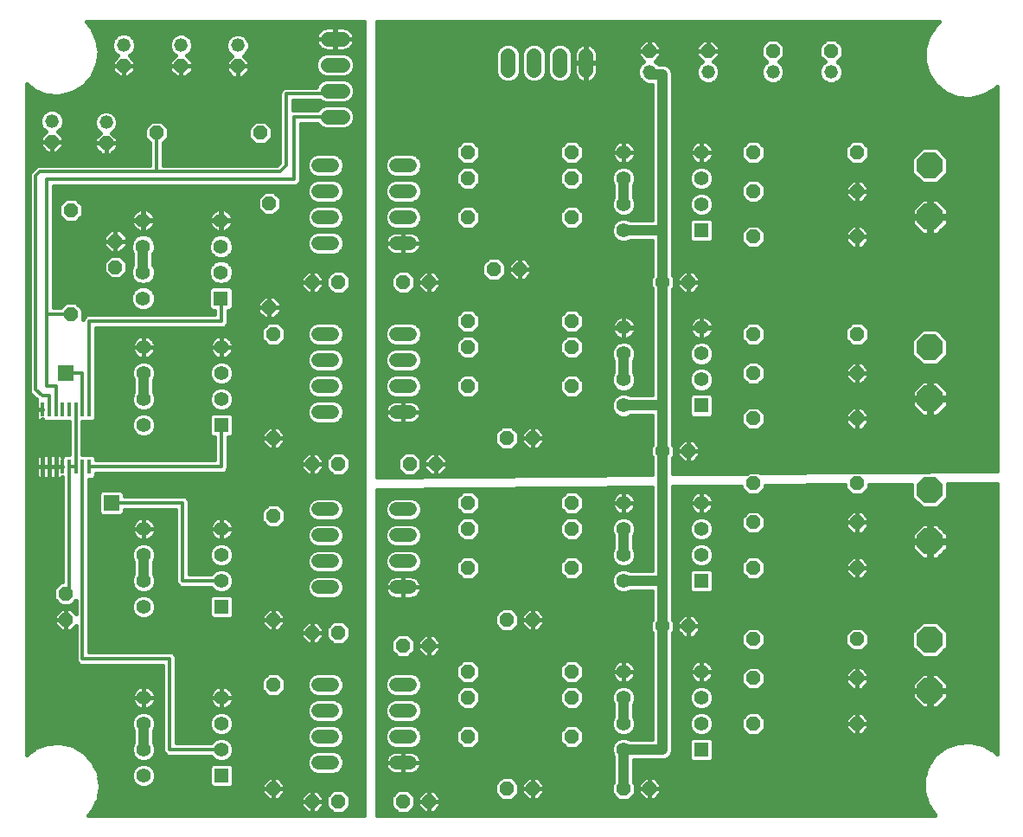
<source format=gtl>
G75*
G70*
%OFA0B0*%
%FSLAX24Y24*%
%IPPOS*%
%LPD*%
%AMOC8*
5,1,8,0,0,1.08239X$1,22.5*
%
%ADD10OC8,0.0520*%
%ADD11C,0.0520*%
%ADD12OC8,0.1000*%
%ADD13C,0.0520*%
%ADD14R,0.0550X0.0550*%
%ADD15C,0.0550*%
%ADD16R,0.0140X0.0580*%
%ADD17C,0.0560*%
%ADD18C,0.0400*%
%ADD19C,0.0160*%
%ADD20C,0.0120*%
%ADD21R,0.0591X0.0591*%
D10*
X002000Y008000D03*
X002000Y009000D03*
X010000Y008000D03*
X011500Y007500D03*
X012500Y007500D03*
X015000Y007000D03*
X016000Y007000D03*
X017500Y006000D03*
X017500Y005000D03*
X017500Y003500D03*
X019000Y001500D03*
X020000Y001500D03*
X021500Y003500D03*
X021500Y005000D03*
X021500Y006000D03*
X020000Y008000D03*
X019000Y008000D03*
X017500Y010000D03*
X017500Y011500D03*
X017500Y012500D03*
X016250Y014000D03*
X015250Y014000D03*
X012500Y014000D03*
X011500Y014000D03*
X010000Y015000D03*
X010000Y012000D03*
X010000Y005500D03*
X010000Y001500D03*
X011500Y001000D03*
X012500Y001000D03*
X015000Y001000D03*
X016000Y001000D03*
X023500Y001500D03*
X024500Y001500D03*
X028500Y004000D03*
X028500Y005750D03*
X028500Y007250D03*
X026000Y007750D03*
X025000Y007750D03*
X021500Y010000D03*
X021500Y011500D03*
X021500Y012500D03*
X020000Y015000D03*
X019000Y015000D03*
X017500Y017000D03*
X017500Y018500D03*
X017500Y019500D03*
X016000Y021000D03*
X015000Y021000D03*
X012500Y021000D03*
X011500Y021000D03*
X009838Y020031D03*
X010000Y019000D03*
X009838Y024031D03*
X009500Y026750D03*
X008620Y029316D03*
X006438Y029323D03*
X004227Y029329D03*
X005500Y026750D03*
X003546Y026352D03*
X001459Y026407D03*
X002190Y023760D03*
X003907Y022577D03*
X003907Y021577D03*
X002190Y019760D03*
X017500Y023500D03*
X017500Y025000D03*
X017500Y026000D03*
X021500Y026000D03*
X021500Y025000D03*
X021500Y023500D03*
X019500Y021500D03*
X018500Y021500D03*
X021500Y019500D03*
X021500Y018500D03*
X021500Y017000D03*
X025000Y014500D03*
X026000Y014500D03*
X028500Y013250D03*
X028500Y011750D03*
X028500Y010000D03*
X032500Y010000D03*
X032500Y011750D03*
X032500Y013250D03*
X032500Y015750D03*
X032500Y017500D03*
X032500Y019000D03*
X028500Y019000D03*
X028500Y017500D03*
X028500Y015750D03*
X026000Y021000D03*
X025000Y021000D03*
X028500Y022750D03*
X028500Y024500D03*
X028500Y026000D03*
X032500Y026000D03*
X032500Y024500D03*
X032500Y022750D03*
X031500Y029900D03*
X029250Y029900D03*
X026750Y029900D03*
X024500Y029900D03*
X032500Y007250D03*
X032500Y005750D03*
X032500Y004000D03*
D11*
X003546Y027152D03*
X001459Y027207D03*
X004227Y030129D03*
X006438Y030123D03*
X008620Y030116D03*
X024500Y029100D03*
X026750Y029100D03*
X029250Y029100D03*
X031500Y029100D03*
D12*
X035303Y025484D03*
X035303Y023516D03*
X035303Y018484D03*
X035303Y016516D03*
X035303Y012984D03*
X035303Y011016D03*
X035303Y007234D03*
X035303Y005266D03*
D13*
X015260Y005500D02*
X014740Y005500D01*
X014740Y004500D02*
X015260Y004500D01*
X015260Y003500D02*
X014740Y003500D01*
X014740Y002500D02*
X015260Y002500D01*
X012260Y002500D02*
X011740Y002500D01*
X011740Y003500D02*
X012260Y003500D01*
X012260Y004500D02*
X011740Y004500D01*
X011740Y005500D02*
X012260Y005500D01*
X012260Y009250D02*
X011740Y009250D01*
X011740Y010250D02*
X012260Y010250D01*
X012260Y011250D02*
X011740Y011250D01*
X011740Y012250D02*
X012260Y012250D01*
X014740Y012250D02*
X015260Y012250D01*
X015260Y011250D02*
X014740Y011250D01*
X014740Y010250D02*
X015260Y010250D01*
X015260Y009250D02*
X014740Y009250D01*
X014740Y016000D02*
X015260Y016000D01*
X015260Y017000D02*
X014740Y017000D01*
X014740Y018000D02*
X015260Y018000D01*
X015260Y019000D02*
X014740Y019000D01*
X012260Y019000D02*
X011740Y019000D01*
X011740Y018000D02*
X012260Y018000D01*
X012260Y017000D02*
X011740Y017000D01*
X011740Y016000D02*
X012260Y016000D01*
X012260Y022500D02*
X011740Y022500D01*
X011740Y023500D02*
X012260Y023500D01*
X012260Y024500D02*
X011740Y024500D01*
X011740Y025500D02*
X012260Y025500D01*
X014740Y025500D02*
X015260Y025500D01*
X015260Y024500D02*
X014740Y024500D01*
X014740Y023500D02*
X015260Y023500D01*
X015260Y022500D02*
X014740Y022500D01*
D14*
X007977Y020382D03*
X008000Y015500D03*
X008000Y008500D03*
X008000Y002000D03*
X026500Y003000D03*
X026500Y009500D03*
X026500Y016250D03*
X026500Y023000D03*
D15*
X026500Y024000D03*
X026500Y025000D03*
X026500Y026000D03*
X023500Y026000D03*
X023500Y025000D03*
X023500Y024000D03*
X023500Y023000D03*
X023500Y019250D03*
X023500Y018250D03*
X023500Y017250D03*
X023500Y016250D03*
X026500Y017250D03*
X026500Y018250D03*
X026500Y019250D03*
X026500Y012500D03*
X026500Y011500D03*
X026500Y010500D03*
X023500Y010500D03*
X023500Y009500D03*
X023500Y011500D03*
X023500Y012500D03*
X023500Y006000D03*
X023500Y005000D03*
X023500Y004000D03*
X023500Y003000D03*
X026500Y004000D03*
X026500Y005000D03*
X026500Y006000D03*
X008000Y005000D03*
X008000Y004000D03*
X008000Y003000D03*
X005000Y003000D03*
X005000Y002000D03*
X005000Y004000D03*
X005000Y005000D03*
X005000Y008500D03*
X005000Y009500D03*
X005000Y010500D03*
X005000Y011500D03*
X008000Y011500D03*
X008000Y010500D03*
X008000Y009500D03*
X005000Y015500D03*
X005000Y016500D03*
X005000Y017500D03*
X005000Y018500D03*
X004977Y020382D03*
X004977Y021382D03*
X004977Y022382D03*
X004977Y023382D03*
X007977Y023382D03*
X007977Y022382D03*
X007977Y021382D03*
X008000Y018500D03*
X008000Y017500D03*
X008000Y016500D03*
D16*
X002900Y016110D03*
X002640Y016110D03*
X002380Y016110D03*
X002130Y016110D03*
X001870Y016110D03*
X001620Y016110D03*
X001360Y016110D03*
X001100Y016110D03*
X001100Y013890D03*
X001360Y013890D03*
X001620Y013890D03*
X001870Y013890D03*
X002130Y013890D03*
X002380Y013890D03*
X002640Y013890D03*
X002900Y013890D03*
D17*
X012098Y027366D02*
X012658Y027366D01*
X012658Y028366D02*
X012098Y028366D01*
X012098Y029366D02*
X012658Y029366D01*
X012658Y030366D02*
X012098Y030366D01*
X019039Y029724D02*
X019039Y029164D01*
X020039Y029164D02*
X020039Y029724D01*
X021039Y029724D02*
X021039Y029164D01*
X022039Y029164D02*
X022039Y029724D01*
D18*
X024500Y029100D02*
X024500Y029000D01*
X025000Y029000D01*
X025000Y023000D01*
X023500Y023000D01*
X023500Y024000D02*
X023500Y025000D01*
X025000Y023000D02*
X025000Y021000D01*
X025000Y016250D01*
X023500Y016250D01*
X023500Y017250D02*
X023500Y018250D01*
X025000Y016250D02*
X025000Y014500D01*
X025000Y009500D01*
X023500Y009500D01*
X023500Y010500D02*
X023500Y011500D01*
X025000Y009500D02*
X025000Y007750D01*
X025000Y003000D01*
X023500Y003000D01*
X023500Y001500D01*
X023500Y004000D02*
X023500Y005000D01*
X005000Y004000D02*
X005000Y003000D01*
X005000Y009500D02*
X005000Y010500D01*
X005000Y016500D02*
X005000Y017500D01*
X004977Y021382D02*
X004977Y022382D01*
D19*
X003028Y000654D02*
X002867Y000480D01*
X013500Y000480D01*
X013500Y031016D01*
X002784Y031016D01*
X002988Y030796D01*
X002988Y030796D01*
X003205Y030345D01*
X003205Y030345D01*
X003280Y029850D01*
X003205Y029355D01*
X002988Y028904D01*
X002988Y028904D01*
X002647Y028537D01*
X002647Y028537D01*
X002214Y028286D01*
X002214Y028286D01*
X001726Y028175D01*
X001726Y028175D01*
X001226Y028212D01*
X001226Y028212D01*
X000760Y028395D01*
X000760Y028395D01*
X000480Y028618D01*
X000480Y002800D01*
X000800Y003055D01*
X000800Y003055D01*
X001266Y003238D01*
X001766Y003275D01*
X002254Y003164D01*
X002687Y002913D01*
X003028Y002546D01*
X003028Y002546D01*
X003028Y002546D01*
X003245Y002095D01*
X003245Y002095D01*
X003320Y001600D01*
X003245Y001105D01*
X003245Y001105D01*
X003028Y000654D01*
X003028Y000654D01*
X003010Y000634D02*
X011244Y000634D01*
X011318Y000560D02*
X011500Y000560D01*
X011682Y000560D01*
X011940Y000818D01*
X011940Y001000D01*
X011940Y001182D01*
X011682Y001440D01*
X011500Y001440D01*
X011500Y001000D01*
X011940Y001000D01*
X011500Y001000D01*
X011500Y001000D01*
X011500Y001000D01*
X011500Y000560D01*
X011500Y001000D01*
X011500Y001000D01*
X011500Y001000D01*
X011060Y001000D01*
X011060Y001182D01*
X011318Y001440D01*
X011500Y001440D01*
X011500Y001000D01*
X011060Y001000D01*
X011060Y000818D01*
X011318Y000560D01*
X011500Y000634D02*
X011500Y000634D01*
X011500Y000793D02*
X011500Y000793D01*
X011500Y000951D02*
X011500Y000951D01*
X011500Y001110D02*
X011500Y001110D01*
X011500Y001268D02*
X011500Y001268D01*
X011500Y001427D02*
X011500Y001427D01*
X011696Y001427D02*
X012276Y001427D01*
X012309Y001460D02*
X012040Y001191D01*
X012040Y000809D01*
X012309Y000540D01*
X012691Y000540D01*
X012960Y000809D01*
X012960Y001191D01*
X012691Y001460D01*
X012309Y001460D01*
X012117Y001268D02*
X011854Y001268D01*
X011940Y001110D02*
X012040Y001110D01*
X012040Y000951D02*
X011940Y000951D01*
X011915Y000793D02*
X012057Y000793D01*
X012215Y000634D02*
X011756Y000634D01*
X011085Y000793D02*
X003095Y000793D01*
X003171Y000951D02*
X011060Y000951D01*
X011060Y001110D02*
X010232Y001110D01*
X010182Y001060D02*
X010440Y001318D01*
X010440Y001500D01*
X010440Y001682D01*
X010182Y001940D01*
X010000Y001940D01*
X010000Y001500D01*
X010000Y001500D01*
X010440Y001500D01*
X010000Y001500D01*
X010000Y001500D01*
X010000Y001500D01*
X009560Y001500D01*
X009560Y001682D01*
X009818Y001940D01*
X010000Y001940D01*
X010000Y001500D01*
X010000Y001060D01*
X010182Y001060D01*
X010000Y001060D02*
X010000Y001500D01*
X010000Y001500D01*
X009560Y001500D01*
X009560Y001318D01*
X009818Y001060D01*
X010000Y001060D01*
X010000Y001110D02*
X010000Y001110D01*
X010000Y001268D02*
X010000Y001268D01*
X010000Y001427D02*
X010000Y001427D01*
X010000Y001585D02*
X010000Y001585D01*
X010000Y001744D02*
X010000Y001744D01*
X010000Y001902D02*
X010000Y001902D01*
X010220Y001902D02*
X013500Y001902D01*
X013500Y001744D02*
X010379Y001744D01*
X010440Y001585D02*
X013500Y001585D01*
X013500Y001427D02*
X012724Y001427D01*
X012883Y001268D02*
X013500Y001268D01*
X013500Y001110D02*
X012960Y001110D01*
X012960Y000951D02*
X013500Y000951D01*
X013500Y000793D02*
X012943Y000793D01*
X012785Y000634D02*
X013500Y000634D01*
X014000Y000634D02*
X014715Y000634D01*
X014809Y000540D02*
X015191Y000540D01*
X015460Y000809D01*
X015460Y001191D01*
X015191Y001460D01*
X014809Y001460D01*
X014540Y001191D01*
X014540Y000809D01*
X014809Y000540D01*
X014557Y000793D02*
X014000Y000793D01*
X014000Y000951D02*
X014540Y000951D01*
X014540Y001110D02*
X014000Y001110D01*
X014000Y001268D02*
X014617Y001268D01*
X014776Y001427D02*
X014000Y001427D01*
X014000Y001585D02*
X018540Y001585D01*
X018540Y001691D02*
X018540Y001309D01*
X018809Y001040D01*
X019191Y001040D01*
X019460Y001309D01*
X019460Y001691D01*
X019191Y001960D01*
X018809Y001960D01*
X018540Y001691D01*
X018593Y001744D02*
X014000Y001744D01*
X014000Y001902D02*
X018751Y001902D01*
X019249Y001902D02*
X019780Y001902D01*
X019818Y001940D02*
X019560Y001682D01*
X019560Y001500D01*
X020000Y001500D01*
X020440Y001500D01*
X020440Y001682D01*
X020182Y001940D01*
X020000Y001940D01*
X020000Y001500D01*
X020000Y001500D01*
X020000Y001500D01*
X020440Y001500D01*
X020440Y001318D01*
X020182Y001060D01*
X020000Y001060D01*
X020000Y001500D01*
X020000Y001500D01*
X020000Y001500D01*
X020000Y001940D01*
X019818Y001940D01*
X020000Y001902D02*
X020000Y001902D01*
X020000Y001744D02*
X020000Y001744D01*
X020000Y001585D02*
X020000Y001585D01*
X020000Y001500D02*
X019560Y001500D01*
X019560Y001318D01*
X019818Y001060D01*
X020000Y001060D01*
X020000Y001500D01*
X020000Y001427D02*
X020000Y001427D01*
X020000Y001268D02*
X020000Y001268D01*
X020000Y001110D02*
X020000Y001110D01*
X020232Y001110D02*
X023240Y001110D01*
X023309Y001040D02*
X023691Y001040D01*
X023960Y001309D01*
X023960Y001691D01*
X023900Y001751D01*
X023900Y002600D01*
X025080Y002600D01*
X025227Y002661D01*
X025339Y002773D01*
X025400Y002920D01*
X025400Y007499D01*
X025460Y007559D01*
X025460Y007941D01*
X025400Y008001D01*
X025400Y013118D01*
X028040Y013145D01*
X028040Y013059D01*
X028309Y012790D01*
X028691Y012790D01*
X028960Y013059D01*
X028960Y013154D01*
X032040Y013186D01*
X032040Y013059D01*
X032309Y012790D01*
X032691Y012790D01*
X032960Y013059D01*
X032960Y013195D01*
X034603Y013212D01*
X034603Y012694D01*
X035013Y012284D01*
X035593Y012284D01*
X036003Y012694D01*
X036003Y013227D01*
X037890Y013246D01*
X037890Y002821D01*
X037767Y002953D01*
X037334Y003204D01*
X037334Y003204D01*
X036846Y003315D01*
X036846Y003315D01*
X036346Y003278D01*
X035880Y003095D01*
X035488Y002783D01*
X035206Y002369D01*
X035059Y001890D01*
X035059Y001390D01*
X035206Y000911D01*
X035488Y000497D01*
X035488Y000497D01*
X035488Y000497D01*
X035510Y000480D01*
X014000Y000480D01*
X014000Y013000D01*
X024600Y013109D01*
X024600Y009900D01*
X023772Y009900D01*
X023769Y009903D01*
X023594Y009975D01*
X023406Y009975D01*
X023231Y009903D01*
X023097Y009769D01*
X023025Y009594D01*
X023025Y009406D01*
X023097Y009231D01*
X023231Y009097D01*
X023406Y009025D01*
X023594Y009025D01*
X023769Y009097D01*
X023772Y009100D01*
X024600Y009100D01*
X024600Y008001D01*
X024540Y007941D01*
X024540Y007559D01*
X024600Y007499D01*
X024600Y003400D01*
X023772Y003400D01*
X023769Y003403D01*
X023594Y003475D01*
X023406Y003475D01*
X023231Y003403D01*
X023097Y003269D01*
X023025Y003094D01*
X023025Y002906D01*
X023097Y002731D01*
X023100Y002728D01*
X023100Y001751D01*
X023040Y001691D01*
X023040Y001309D01*
X023309Y001040D01*
X023081Y001268D02*
X020390Y001268D01*
X020440Y001427D02*
X023040Y001427D01*
X023040Y001585D02*
X020440Y001585D01*
X020379Y001744D02*
X023093Y001744D01*
X023100Y001902D02*
X020220Y001902D01*
X019621Y001744D02*
X019407Y001744D01*
X019460Y001585D02*
X019560Y001585D01*
X019560Y001427D02*
X019460Y001427D01*
X019419Y001268D02*
X019610Y001268D01*
X019768Y001110D02*
X019260Y001110D01*
X018740Y001110D02*
X016440Y001110D01*
X016440Y001182D02*
X016182Y001440D01*
X016000Y001440D01*
X016000Y001000D01*
X016440Y001000D01*
X016440Y001182D01*
X016354Y001268D02*
X018581Y001268D01*
X018540Y001427D02*
X016196Y001427D01*
X016000Y001427D02*
X016000Y001427D01*
X016000Y001440D02*
X015818Y001440D01*
X015560Y001182D01*
X015560Y001000D01*
X016000Y001000D01*
X016000Y001000D01*
X016000Y001000D01*
X016440Y001000D01*
X016440Y000818D01*
X016182Y000560D01*
X016000Y000560D01*
X016000Y001000D01*
X016000Y001000D01*
X016000Y001000D01*
X016000Y001440D01*
X016000Y001268D02*
X016000Y001268D01*
X016000Y001110D02*
X016000Y001110D01*
X016000Y001000D02*
X015560Y001000D01*
X015560Y000818D01*
X015818Y000560D01*
X016000Y000560D01*
X016000Y001000D01*
X016000Y000951D02*
X016000Y000951D01*
X016000Y000793D02*
X016000Y000793D01*
X016000Y000634D02*
X016000Y000634D01*
X016256Y000634D02*
X035395Y000634D01*
X035287Y000793D02*
X016415Y000793D01*
X016440Y000951D02*
X035194Y000951D01*
X035206Y000911D02*
X035206Y000911D01*
X035145Y001110D02*
X024732Y001110D01*
X024682Y001060D02*
X024940Y001318D01*
X024940Y001500D01*
X024940Y001682D01*
X024682Y001940D01*
X024500Y001940D01*
X024500Y001500D01*
X024940Y001500D01*
X024500Y001500D01*
X024500Y001500D01*
X024500Y001500D01*
X024500Y001060D01*
X024682Y001060D01*
X024500Y001060D02*
X024500Y001500D01*
X024500Y001500D01*
X024500Y001500D01*
X024060Y001500D01*
X024060Y001682D01*
X024318Y001940D01*
X024500Y001940D01*
X024500Y001500D01*
X024060Y001500D01*
X024060Y001318D01*
X024318Y001060D01*
X024500Y001060D01*
X024500Y001110D02*
X024500Y001110D01*
X024500Y001268D02*
X024500Y001268D01*
X024500Y001427D02*
X024500Y001427D01*
X024500Y001585D02*
X024500Y001585D01*
X024500Y001744D02*
X024500Y001744D01*
X024500Y001902D02*
X024500Y001902D01*
X024720Y001902D02*
X035062Y001902D01*
X035059Y001744D02*
X024879Y001744D01*
X024940Y001585D02*
X035059Y001585D01*
X035059Y001427D02*
X024940Y001427D01*
X024890Y001268D02*
X035096Y001268D01*
X035111Y002061D02*
X023900Y002061D01*
X023900Y002219D02*
X035160Y002219D01*
X035206Y002369D02*
X035206Y002369D01*
X035212Y002378D02*
X023900Y002378D01*
X023900Y002536D02*
X026131Y002536D01*
X026142Y002525D02*
X026858Y002525D01*
X026975Y002642D01*
X026975Y003358D01*
X026858Y003475D01*
X026142Y003475D01*
X026025Y003358D01*
X026025Y002642D01*
X026142Y002525D01*
X026025Y002695D02*
X025260Y002695D01*
X025372Y002853D02*
X026025Y002853D01*
X026025Y003012D02*
X025400Y003012D01*
X025400Y003170D02*
X026025Y003170D01*
X026025Y003329D02*
X025400Y003329D01*
X025400Y003487D02*
X037890Y003487D01*
X037890Y003329D02*
X026975Y003329D01*
X026975Y003170D02*
X036071Y003170D01*
X035880Y003095D02*
X035880Y003095D01*
X035775Y003012D02*
X026975Y003012D01*
X026975Y002853D02*
X035577Y002853D01*
X035488Y002783D02*
X035488Y002783D01*
X035428Y002695D02*
X026975Y002695D01*
X026869Y002536D02*
X035320Y002536D01*
X036346Y003278D02*
X036346Y003278D01*
X037392Y003170D02*
X037890Y003170D01*
X037890Y003012D02*
X037667Y003012D01*
X037767Y002953D02*
X037767Y002953D01*
X037861Y002853D02*
X037890Y002853D01*
X037890Y003646D02*
X032768Y003646D01*
X032682Y003560D02*
X032940Y003818D01*
X032940Y004000D01*
X032940Y004182D01*
X032682Y004440D01*
X032500Y004440D01*
X032500Y004000D01*
X032940Y004000D01*
X032500Y004000D01*
X032500Y004000D01*
X032500Y004000D01*
X032500Y003560D01*
X032682Y003560D01*
X032500Y003560D02*
X032500Y004000D01*
X032500Y004000D01*
X032500Y004000D01*
X032060Y004000D01*
X032060Y004182D01*
X032318Y004440D01*
X032500Y004440D01*
X032500Y004000D01*
X032060Y004000D01*
X032060Y003818D01*
X032318Y003560D01*
X032500Y003560D01*
X032500Y003646D02*
X032500Y003646D01*
X032500Y003804D02*
X032500Y003804D01*
X032500Y003963D02*
X032500Y003963D01*
X032500Y004121D02*
X032500Y004121D01*
X032500Y004280D02*
X032500Y004280D01*
X032500Y004438D02*
X032500Y004438D01*
X032684Y004438D02*
X037890Y004438D01*
X037890Y004280D02*
X032843Y004280D01*
X032940Y004121D02*
X037890Y004121D01*
X037890Y003963D02*
X032940Y003963D01*
X032926Y003804D02*
X037890Y003804D01*
X037890Y004597D02*
X035596Y004597D01*
X035585Y004586D02*
X035983Y004984D01*
X035983Y005218D01*
X035351Y005218D01*
X035351Y005314D01*
X035255Y005314D01*
X035255Y005946D01*
X035021Y005946D01*
X034623Y005547D01*
X034623Y005314D01*
X035255Y005314D01*
X035255Y005218D01*
X034623Y005218D01*
X034623Y004984D01*
X035021Y004586D01*
X035255Y004586D01*
X035255Y005218D01*
X035351Y005218D01*
X035351Y004586D01*
X035585Y004586D01*
X035351Y004597D02*
X035255Y004597D01*
X035255Y004755D02*
X035351Y004755D01*
X035351Y004914D02*
X035255Y004914D01*
X035255Y005072D02*
X035351Y005072D01*
X035351Y005231D02*
X037890Y005231D01*
X037890Y005389D02*
X035983Y005389D01*
X035983Y005314D02*
X035983Y005547D01*
X035585Y005946D01*
X035351Y005946D01*
X035351Y005314D01*
X035983Y005314D01*
X035983Y005548D02*
X037890Y005548D01*
X037890Y005706D02*
X035825Y005706D01*
X035666Y005865D02*
X037890Y005865D01*
X037890Y006023D02*
X032849Y006023D01*
X032940Y005932D02*
X032682Y006190D01*
X032500Y006190D01*
X032500Y005750D01*
X032940Y005750D01*
X032940Y005932D01*
X032940Y005865D02*
X034940Y005865D01*
X034782Y005706D02*
X032940Y005706D01*
X032940Y005750D02*
X032500Y005750D01*
X032500Y005750D01*
X032500Y005750D01*
X032500Y005310D01*
X032682Y005310D01*
X032940Y005568D01*
X032940Y005750D01*
X032920Y005548D02*
X034623Y005548D01*
X034623Y005389D02*
X032761Y005389D01*
X032500Y005389D02*
X032500Y005389D01*
X032500Y005310D02*
X032500Y005750D01*
X032500Y005750D01*
X032500Y005750D01*
X032060Y005750D01*
X032060Y005932D01*
X032318Y006190D01*
X032500Y006190D01*
X032500Y005750D01*
X032060Y005750D01*
X032060Y005568D01*
X032318Y005310D01*
X032500Y005310D01*
X032500Y005548D02*
X032500Y005548D01*
X032500Y005706D02*
X032500Y005706D01*
X032500Y005865D02*
X032500Y005865D01*
X032500Y006023D02*
X032500Y006023D01*
X032500Y006182D02*
X032500Y006182D01*
X032691Y006182D02*
X037890Y006182D01*
X037890Y006340D02*
X026803Y006340D01*
X026796Y006347D02*
X026738Y006389D01*
X026675Y006422D01*
X026607Y006444D01*
X026536Y006455D01*
X026508Y006455D01*
X026508Y006008D01*
X026955Y006008D01*
X026955Y006036D01*
X026944Y006107D01*
X026922Y006175D01*
X026889Y006238D01*
X026847Y006296D01*
X026796Y006347D01*
X026918Y006182D02*
X028281Y006182D01*
X028309Y006210D02*
X028040Y005941D01*
X028040Y005559D01*
X028309Y005290D01*
X028691Y005290D01*
X028960Y005559D01*
X028960Y005941D01*
X028691Y006210D01*
X028309Y006210D01*
X028122Y006023D02*
X026955Y006023D01*
X026955Y005992D02*
X026508Y005992D01*
X026508Y006008D01*
X026492Y006008D01*
X026492Y006455D01*
X026464Y006455D01*
X026393Y006444D01*
X026325Y006422D01*
X026262Y006389D01*
X026204Y006347D01*
X026153Y006296D01*
X026111Y006238D01*
X026078Y006175D01*
X026056Y006107D01*
X026045Y006036D01*
X026045Y006008D01*
X026492Y006008D01*
X026492Y005992D01*
X026508Y005992D01*
X026508Y005545D01*
X026536Y005545D01*
X026607Y005556D01*
X026675Y005578D01*
X026738Y005611D01*
X026796Y005653D01*
X026847Y005704D01*
X026889Y005762D01*
X026922Y005825D01*
X026944Y005893D01*
X026955Y005964D01*
X026955Y005992D01*
X026934Y005865D02*
X028040Y005865D01*
X028040Y005706D02*
X026849Y005706D01*
X026769Y005403D02*
X026594Y005475D01*
X026406Y005475D01*
X026231Y005403D01*
X026097Y005269D01*
X026025Y005094D01*
X026025Y004906D01*
X026097Y004731D01*
X026231Y004597D01*
X026406Y004525D01*
X026594Y004525D01*
X026769Y004597D01*
X026903Y004731D01*
X026975Y004906D01*
X026975Y005094D01*
X026903Y005269D01*
X026769Y005403D01*
X026783Y005389D02*
X028210Y005389D01*
X028052Y005548D02*
X026552Y005548D01*
X026508Y005548D02*
X026492Y005548D01*
X026492Y005545D02*
X026492Y005992D01*
X026045Y005992D01*
X026045Y005964D01*
X026056Y005893D01*
X026078Y005825D01*
X026111Y005762D01*
X026153Y005704D01*
X026204Y005653D01*
X026262Y005611D01*
X026325Y005578D01*
X026393Y005556D01*
X026464Y005545D01*
X026492Y005545D01*
X026448Y005548D02*
X025400Y005548D01*
X025400Y005706D02*
X026151Y005706D01*
X026066Y005865D02*
X025400Y005865D01*
X025400Y006023D02*
X026045Y006023D01*
X026082Y006182D02*
X025400Y006182D01*
X025400Y006340D02*
X026197Y006340D01*
X026492Y006340D02*
X026508Y006340D01*
X026492Y006182D02*
X026508Y006182D01*
X026492Y006023D02*
X026508Y006023D01*
X026492Y005865D02*
X026508Y005865D01*
X026492Y005706D02*
X026508Y005706D01*
X026217Y005389D02*
X025400Y005389D01*
X025400Y005231D02*
X026081Y005231D01*
X026025Y005072D02*
X025400Y005072D01*
X025400Y004914D02*
X026025Y004914D01*
X026087Y004755D02*
X025400Y004755D01*
X025400Y004597D02*
X026233Y004597D01*
X026316Y004438D02*
X025400Y004438D01*
X025400Y004280D02*
X026108Y004280D01*
X026097Y004269D02*
X026025Y004094D01*
X026025Y003906D01*
X026097Y003731D01*
X026231Y003597D01*
X026406Y003525D01*
X026594Y003525D01*
X026769Y003597D01*
X026903Y003731D01*
X026975Y003906D01*
X026975Y004094D01*
X026903Y004269D01*
X026769Y004403D01*
X026594Y004475D01*
X026406Y004475D01*
X026231Y004403D01*
X026097Y004269D01*
X026036Y004121D02*
X025400Y004121D01*
X025400Y003963D02*
X026025Y003963D01*
X026067Y003804D02*
X025400Y003804D01*
X025400Y003646D02*
X026183Y003646D01*
X026817Y003646D02*
X028204Y003646D01*
X028309Y003540D02*
X028691Y003540D01*
X028960Y003809D01*
X028960Y004191D01*
X028691Y004460D01*
X028309Y004460D01*
X028040Y004191D01*
X028040Y003809D01*
X028309Y003540D01*
X028045Y003804D02*
X026933Y003804D01*
X026975Y003963D02*
X028040Y003963D01*
X028040Y004121D02*
X026964Y004121D01*
X026892Y004280D02*
X028129Y004280D01*
X028287Y004438D02*
X026684Y004438D01*
X026767Y004597D02*
X035011Y004597D01*
X034852Y004755D02*
X026913Y004755D01*
X026975Y004914D02*
X034694Y004914D01*
X034623Y005072D02*
X026975Y005072D01*
X026919Y005231D02*
X035255Y005231D01*
X035255Y005389D02*
X035351Y005389D01*
X035351Y005548D02*
X035255Y005548D01*
X035255Y005706D02*
X035351Y005706D01*
X035351Y005865D02*
X035255Y005865D01*
X035013Y006534D02*
X035593Y006534D01*
X036003Y006944D01*
X036003Y007524D01*
X035593Y007934D01*
X035013Y007934D01*
X034603Y007524D01*
X034603Y006944D01*
X035013Y006534D01*
X034890Y006657D02*
X025400Y006657D01*
X025400Y006499D02*
X037890Y006499D01*
X037890Y006657D02*
X035716Y006657D01*
X035874Y006816D02*
X037890Y006816D01*
X037890Y006974D02*
X036003Y006974D01*
X036003Y007133D02*
X037890Y007133D01*
X037890Y007291D02*
X036003Y007291D01*
X036003Y007450D02*
X037890Y007450D01*
X037890Y007608D02*
X035919Y007608D01*
X035761Y007767D02*
X037890Y007767D01*
X037890Y007925D02*
X035602Y007925D01*
X035004Y007925D02*
X026440Y007925D01*
X026440Y007932D02*
X026182Y008190D01*
X026000Y008190D01*
X026000Y007750D01*
X026440Y007750D01*
X026440Y007932D01*
X026440Y007767D02*
X034845Y007767D01*
X034687Y007608D02*
X032793Y007608D01*
X032691Y007710D02*
X032309Y007710D01*
X032040Y007441D01*
X032040Y007059D01*
X032309Y006790D01*
X032691Y006790D01*
X032960Y007059D01*
X032960Y007441D01*
X032691Y007710D01*
X032951Y007450D02*
X034603Y007450D01*
X034603Y007291D02*
X032960Y007291D01*
X032960Y007133D02*
X034603Y007133D01*
X034603Y006974D02*
X032875Y006974D01*
X032716Y006816D02*
X034732Y006816D01*
X035983Y005072D02*
X037890Y005072D01*
X037890Y004914D02*
X035913Y004914D01*
X035754Y004755D02*
X037890Y004755D01*
X037890Y008084D02*
X026289Y008084D01*
X026000Y008084D02*
X026000Y008084D01*
X026000Y008190D02*
X025818Y008190D01*
X025560Y007932D01*
X025560Y007750D01*
X026000Y007750D01*
X026000Y007750D01*
X026000Y007750D01*
X026440Y007750D01*
X026440Y007568D01*
X026182Y007310D01*
X026000Y007310D01*
X026000Y007750D01*
X026000Y007750D01*
X026000Y007750D01*
X026000Y008190D01*
X026000Y007925D02*
X026000Y007925D01*
X026000Y007767D02*
X026000Y007767D01*
X026000Y007750D02*
X025560Y007750D01*
X025560Y007568D01*
X025818Y007310D01*
X026000Y007310D01*
X026000Y007750D01*
X026000Y007608D02*
X026000Y007608D01*
X026000Y007450D02*
X026000Y007450D01*
X026322Y007450D02*
X028049Y007450D01*
X028040Y007441D02*
X028040Y007059D01*
X028309Y006790D01*
X028691Y006790D01*
X028960Y007059D01*
X028960Y007441D01*
X028691Y007710D01*
X028309Y007710D01*
X028040Y007441D01*
X028040Y007291D02*
X025400Y007291D01*
X025400Y007133D02*
X028040Y007133D01*
X028125Y006974D02*
X025400Y006974D01*
X025400Y006816D02*
X028284Y006816D01*
X028716Y006816D02*
X032284Y006816D01*
X032125Y006974D02*
X028875Y006974D01*
X028960Y007133D02*
X032040Y007133D01*
X032040Y007291D02*
X028960Y007291D01*
X028951Y007450D02*
X032049Y007450D01*
X032207Y007608D02*
X028793Y007608D01*
X028207Y007608D02*
X026440Y007608D01*
X025678Y007450D02*
X025400Y007450D01*
X025460Y007608D02*
X025560Y007608D01*
X025560Y007767D02*
X025460Y007767D01*
X025460Y007925D02*
X025560Y007925D01*
X025711Y008084D02*
X025400Y008084D01*
X025400Y008242D02*
X037890Y008242D01*
X037890Y008401D02*
X025400Y008401D01*
X025400Y008559D02*
X037890Y008559D01*
X037890Y008718D02*
X025400Y008718D01*
X025400Y008876D02*
X037890Y008876D01*
X037890Y009035D02*
X026867Y009035D01*
X026858Y009025D02*
X026975Y009142D01*
X026975Y009858D01*
X026858Y009975D01*
X026142Y009975D01*
X026025Y009858D01*
X026025Y009142D01*
X026142Y009025D01*
X026858Y009025D01*
X026975Y009193D02*
X037890Y009193D01*
X037890Y009352D02*
X026975Y009352D01*
X026975Y009510D02*
X037890Y009510D01*
X037890Y009669D02*
X032791Y009669D01*
X032682Y009560D02*
X032940Y009818D01*
X032940Y010000D01*
X032940Y010182D01*
X032682Y010440D01*
X032500Y010440D01*
X032500Y010000D01*
X032940Y010000D01*
X032500Y010000D01*
X032500Y010000D01*
X032500Y010000D01*
X032500Y009560D01*
X032682Y009560D01*
X032500Y009560D02*
X032500Y010000D01*
X032500Y010000D01*
X032500Y010000D01*
X032060Y010000D01*
X032060Y010182D01*
X032318Y010440D01*
X032500Y010440D01*
X032500Y010000D01*
X032060Y010000D01*
X032060Y009818D01*
X032318Y009560D01*
X032500Y009560D01*
X032500Y009669D02*
X032500Y009669D01*
X032500Y009827D02*
X032500Y009827D01*
X032500Y009986D02*
X032500Y009986D01*
X032500Y010144D02*
X032500Y010144D01*
X032500Y010303D02*
X032500Y010303D01*
X032820Y010303D02*
X037890Y010303D01*
X037890Y010461D02*
X035710Y010461D01*
X035585Y010336D02*
X035983Y010734D01*
X035983Y010968D01*
X035351Y010968D01*
X035351Y011064D01*
X035255Y011064D01*
X035255Y011696D01*
X035021Y011696D01*
X034623Y011297D01*
X034623Y011064D01*
X035255Y011064D01*
X035255Y010968D01*
X034623Y010968D01*
X034623Y010734D01*
X035021Y010336D01*
X035255Y010336D01*
X035255Y010968D01*
X035351Y010968D01*
X035351Y010336D01*
X035585Y010336D01*
X035351Y010461D02*
X035255Y010461D01*
X035255Y010620D02*
X035351Y010620D01*
X035351Y010778D02*
X035255Y010778D01*
X035255Y010937D02*
X035351Y010937D01*
X035351Y011064D02*
X035983Y011064D01*
X035983Y011297D01*
X035585Y011696D01*
X035351Y011696D01*
X035351Y011064D01*
X035351Y011095D02*
X035255Y011095D01*
X035255Y011254D02*
X035351Y011254D01*
X035351Y011412D02*
X035255Y011412D01*
X035255Y011571D02*
X035351Y011571D01*
X035710Y011571D02*
X037890Y011571D01*
X037890Y011729D02*
X032940Y011729D01*
X032940Y011750D02*
X032500Y011750D01*
X032940Y011750D01*
X032940Y011932D01*
X032682Y012190D01*
X032500Y012190D01*
X032500Y011750D01*
X032500Y011750D01*
X032500Y011750D01*
X032500Y011310D01*
X032682Y011310D01*
X032940Y011568D01*
X032940Y011750D01*
X032940Y011888D02*
X037890Y011888D01*
X037890Y012046D02*
X032826Y012046D01*
X032500Y012046D02*
X032500Y012046D01*
X032500Y012190D02*
X032500Y011750D01*
X032500Y011750D01*
X032500Y011750D01*
X032060Y011750D01*
X032060Y011932D01*
X032318Y012190D01*
X032500Y012190D01*
X032500Y011888D02*
X032500Y011888D01*
X032500Y011750D02*
X032060Y011750D01*
X032060Y011568D01*
X032318Y011310D01*
X032500Y011310D01*
X032500Y011750D01*
X032500Y011729D02*
X032500Y011729D01*
X032500Y011571D02*
X032500Y011571D01*
X032500Y011412D02*
X032500Y011412D01*
X032784Y011412D02*
X034738Y011412D01*
X034623Y011254D02*
X026912Y011254D01*
X026903Y011231D02*
X026975Y011406D01*
X026975Y011594D01*
X026903Y011769D01*
X026769Y011903D01*
X026594Y011975D01*
X026406Y011975D01*
X026231Y011903D01*
X026097Y011769D01*
X026025Y011594D01*
X026025Y011406D01*
X026097Y011231D01*
X026231Y011097D01*
X026406Y011025D01*
X026594Y011025D01*
X026769Y011097D01*
X026903Y011231D01*
X026764Y011095D02*
X034623Y011095D01*
X034623Y010937D02*
X026687Y010937D01*
X026769Y010903D02*
X026594Y010975D01*
X026406Y010975D01*
X026231Y010903D01*
X026097Y010769D01*
X026025Y010594D01*
X026025Y010406D01*
X026097Y010231D01*
X026231Y010097D01*
X026406Y010025D01*
X026594Y010025D01*
X026769Y010097D01*
X026903Y010231D01*
X026975Y010406D01*
X026975Y010594D01*
X026903Y010769D01*
X026769Y010903D01*
X026894Y010778D02*
X034623Y010778D01*
X034738Y010620D02*
X026965Y010620D01*
X026975Y010461D02*
X034896Y010461D01*
X035869Y010620D02*
X037890Y010620D01*
X037890Y010778D02*
X035983Y010778D01*
X035983Y010937D02*
X037890Y010937D01*
X037890Y011095D02*
X035983Y011095D01*
X035983Y011254D02*
X037890Y011254D01*
X037890Y011412D02*
X035869Y011412D01*
X034896Y011571D02*
X032940Y011571D01*
X032216Y011412D02*
X028813Y011412D01*
X028691Y011290D02*
X028960Y011559D01*
X028960Y011941D01*
X028691Y012210D01*
X028309Y012210D01*
X028040Y011941D01*
X028040Y011559D01*
X028309Y011290D01*
X028691Y011290D01*
X028960Y011571D02*
X032060Y011571D01*
X032060Y011729D02*
X028960Y011729D01*
X028960Y011888D02*
X032060Y011888D01*
X032174Y012046D02*
X028855Y012046D01*
X028696Y012205D02*
X037890Y012205D01*
X037890Y012363D02*
X035672Y012363D01*
X035830Y012522D02*
X037890Y012522D01*
X037890Y012680D02*
X035989Y012680D01*
X036003Y012839D02*
X037890Y012839D01*
X037890Y012997D02*
X036003Y012997D01*
X036003Y013156D02*
X037890Y013156D01*
X037890Y013749D02*
X032706Y013695D01*
X032691Y013710D01*
X032309Y013710D01*
X032290Y013691D01*
X028747Y013654D01*
X028691Y013710D01*
X028309Y013710D01*
X028248Y013648D01*
X025400Y013619D01*
X025400Y014249D01*
X025460Y014309D01*
X025460Y014691D01*
X025400Y014751D01*
X025400Y020749D01*
X025460Y020809D01*
X025460Y021191D01*
X025400Y021251D01*
X025400Y029080D01*
X025339Y029227D01*
X025227Y029339D01*
X025080Y029400D01*
X024851Y029400D01*
X024761Y029490D01*
X024726Y029504D01*
X024940Y029718D01*
X024940Y029900D01*
X024940Y030082D01*
X024682Y030340D01*
X024500Y030340D01*
X024500Y029900D01*
X024500Y029900D01*
X024940Y029900D01*
X024500Y029900D01*
X024500Y029900D01*
X024500Y029900D01*
X024060Y029900D01*
X024060Y030082D01*
X024318Y030340D01*
X024500Y030340D01*
X024500Y029900D01*
X024060Y029900D01*
X024060Y029718D01*
X024274Y029504D01*
X024239Y029490D01*
X024110Y029361D01*
X024040Y029191D01*
X024040Y029008D01*
X024110Y028839D01*
X024150Y028799D01*
X024161Y028773D01*
X024273Y028661D01*
X024420Y028600D01*
X024600Y028600D01*
X024600Y023400D01*
X023772Y023400D01*
X023769Y023403D01*
X023594Y023475D01*
X023406Y023475D01*
X023231Y023403D01*
X023097Y023269D01*
X023025Y023094D01*
X023025Y022906D01*
X023097Y022731D01*
X023231Y022597D01*
X023406Y022525D01*
X023594Y022525D01*
X023769Y022597D01*
X023772Y022600D01*
X024600Y022600D01*
X024600Y021251D01*
X024540Y021191D01*
X024540Y020809D01*
X024600Y020749D01*
X024600Y016650D01*
X023772Y016650D01*
X023769Y016653D01*
X023594Y016725D01*
X023406Y016725D01*
X023231Y016653D01*
X023097Y016519D01*
X023025Y016344D01*
X023025Y016156D01*
X023097Y015981D01*
X023231Y015847D01*
X023406Y015775D01*
X023594Y015775D01*
X023769Y015847D01*
X023772Y015850D01*
X024600Y015850D01*
X024600Y014751D01*
X024540Y014691D01*
X024540Y014309D01*
X024600Y014249D01*
X024600Y013610D01*
X014000Y013500D01*
X014000Y031016D01*
X035673Y031016D01*
X035518Y030893D01*
X035236Y030479D01*
X035089Y030000D01*
X035089Y029500D01*
X035236Y029021D01*
X035518Y028607D01*
X035518Y028607D01*
X035518Y028607D01*
X035910Y028295D01*
X036376Y028112D01*
X036376Y028112D01*
X036876Y028075D01*
X037364Y028186D01*
X037797Y028437D01*
X037890Y028536D01*
X037890Y013749D01*
X037890Y013790D02*
X025400Y013790D01*
X025400Y013948D02*
X037890Y013948D01*
X037890Y014107D02*
X026229Y014107D01*
X026182Y014060D02*
X026440Y014318D01*
X026440Y014500D01*
X026440Y014682D01*
X026182Y014940D01*
X026000Y014940D01*
X026000Y014500D01*
X026440Y014500D01*
X026000Y014500D01*
X026000Y014500D01*
X026000Y014500D01*
X026000Y014060D01*
X026182Y014060D01*
X026000Y014060D02*
X026000Y014500D01*
X026000Y014500D01*
X026000Y014500D01*
X025560Y014500D01*
X025560Y014682D01*
X025818Y014940D01*
X026000Y014940D01*
X026000Y014500D01*
X025560Y014500D01*
X025560Y014318D01*
X025818Y014060D01*
X026000Y014060D01*
X026000Y014107D02*
X026000Y014107D01*
X026000Y014265D02*
X026000Y014265D01*
X026000Y014424D02*
X026000Y014424D01*
X026000Y014582D02*
X026000Y014582D01*
X026000Y014741D02*
X026000Y014741D01*
X026000Y014899D02*
X026000Y014899D01*
X026223Y014899D02*
X037890Y014899D01*
X037890Y014741D02*
X026382Y014741D01*
X026440Y014582D02*
X037890Y014582D01*
X037890Y014424D02*
X026440Y014424D01*
X026387Y014265D02*
X037890Y014265D01*
X037890Y015058D02*
X025400Y015058D01*
X025400Y015216D02*
X037890Y015216D01*
X037890Y015375D02*
X032747Y015375D01*
X032682Y015310D02*
X032940Y015568D01*
X032940Y015750D01*
X032940Y015932D01*
X032682Y016190D01*
X032500Y016190D01*
X032500Y015750D01*
X032940Y015750D01*
X032500Y015750D01*
X032500Y015750D01*
X032500Y015750D01*
X032500Y015310D01*
X032682Y015310D01*
X032500Y015310D02*
X032500Y015750D01*
X032500Y015750D01*
X032500Y015750D01*
X032060Y015750D01*
X032060Y015932D01*
X032318Y016190D01*
X032500Y016190D01*
X032500Y015750D01*
X032060Y015750D01*
X032060Y015568D01*
X032318Y015310D01*
X032500Y015310D01*
X032500Y015375D02*
X032500Y015375D01*
X032500Y015533D02*
X032500Y015533D01*
X032500Y015692D02*
X032500Y015692D01*
X032500Y015850D02*
X032500Y015850D01*
X032500Y016009D02*
X032500Y016009D01*
X032500Y016167D02*
X032500Y016167D01*
X032705Y016167D02*
X034690Y016167D01*
X034623Y016234D02*
X035021Y015836D01*
X035255Y015836D01*
X035255Y016468D01*
X034623Y016468D01*
X034623Y016234D01*
X034623Y016326D02*
X026975Y016326D01*
X026975Y016484D02*
X035255Y016484D01*
X035255Y016468D02*
X035255Y016564D01*
X035255Y017196D01*
X035021Y017196D01*
X034623Y016797D01*
X034623Y016564D01*
X035255Y016564D01*
X035351Y016564D01*
X035351Y017196D01*
X035585Y017196D01*
X035983Y016797D01*
X035983Y016564D01*
X035351Y016564D01*
X035351Y016468D01*
X035983Y016468D01*
X035983Y016234D01*
X035585Y015836D01*
X035351Y015836D01*
X035351Y016468D01*
X035255Y016468D01*
X035351Y016484D02*
X037890Y016484D01*
X037890Y016326D02*
X035983Y016326D01*
X035916Y016167D02*
X037890Y016167D01*
X037890Y016009D02*
X035758Y016009D01*
X035599Y015850D02*
X037890Y015850D01*
X037890Y015692D02*
X032940Y015692D01*
X032940Y015850D02*
X035007Y015850D01*
X034849Y016009D02*
X032864Y016009D01*
X032295Y016167D02*
X028734Y016167D01*
X028691Y016210D02*
X028309Y016210D01*
X028040Y015941D01*
X028040Y015559D01*
X028309Y015290D01*
X028691Y015290D01*
X028960Y015559D01*
X028960Y015941D01*
X028691Y016210D01*
X028892Y016009D02*
X032136Y016009D01*
X032060Y015850D02*
X028960Y015850D01*
X028960Y015692D02*
X032060Y015692D01*
X032095Y015533D02*
X028934Y015533D01*
X028775Y015375D02*
X032253Y015375D01*
X032905Y015533D02*
X037890Y015533D01*
X037890Y016643D02*
X035983Y016643D01*
X035980Y016801D02*
X037890Y016801D01*
X037890Y016960D02*
X035821Y016960D01*
X035663Y017118D02*
X037890Y017118D01*
X037890Y017277D02*
X032899Y017277D01*
X032940Y017318D02*
X032940Y017500D01*
X032940Y017682D01*
X032682Y017940D01*
X032500Y017940D01*
X032500Y017500D01*
X032940Y017500D01*
X032500Y017500D01*
X032500Y017500D01*
X032500Y017500D01*
X032500Y017060D01*
X032682Y017060D01*
X032940Y017318D01*
X032940Y017435D02*
X037890Y017435D01*
X037890Y017594D02*
X032940Y017594D01*
X032870Y017752D02*
X037890Y017752D01*
X037890Y017911D02*
X035719Y017911D01*
X035593Y017784D02*
X036003Y018194D01*
X036003Y018774D01*
X035593Y019184D01*
X035013Y019184D01*
X034603Y018774D01*
X034603Y018194D01*
X035013Y017784D01*
X035593Y017784D01*
X035878Y018069D02*
X037890Y018069D01*
X037890Y018228D02*
X036003Y018228D01*
X036003Y018386D02*
X037890Y018386D01*
X037890Y018545D02*
X036003Y018545D01*
X036003Y018703D02*
X037890Y018703D01*
X037890Y018862D02*
X035916Y018862D01*
X035757Y019020D02*
X037890Y019020D01*
X037890Y019179D02*
X035599Y019179D01*
X035007Y019179D02*
X032960Y019179D01*
X032960Y019191D02*
X032691Y019460D01*
X032309Y019460D01*
X032040Y019191D01*
X032040Y018809D01*
X032309Y018540D01*
X032691Y018540D01*
X032960Y018809D01*
X032960Y019191D01*
X032960Y019020D02*
X034849Y019020D01*
X034690Y018862D02*
X032960Y018862D01*
X032854Y018703D02*
X034603Y018703D01*
X034603Y018545D02*
X032695Y018545D01*
X032305Y018545D02*
X028695Y018545D01*
X028691Y018540D02*
X028960Y018809D01*
X028960Y019191D01*
X028691Y019460D01*
X028309Y019460D01*
X028040Y019191D01*
X028040Y018809D01*
X028309Y018540D01*
X028691Y018540D01*
X028854Y018703D02*
X032146Y018703D01*
X032040Y018862D02*
X028960Y018862D01*
X028960Y019020D02*
X032040Y019020D01*
X032040Y019179D02*
X028960Y019179D01*
X028814Y019337D02*
X032186Y019337D01*
X032814Y019337D02*
X037890Y019337D01*
X037890Y019496D02*
X026884Y019496D01*
X026889Y019488D02*
X026847Y019546D01*
X026796Y019597D01*
X026738Y019639D01*
X026675Y019672D01*
X026607Y019694D01*
X026536Y019705D01*
X026508Y019705D01*
X026508Y019258D01*
X026955Y019258D01*
X026955Y019286D01*
X026944Y019357D01*
X026922Y019425D01*
X026889Y019488D01*
X026947Y019337D02*
X028186Y019337D01*
X028040Y019179D02*
X026949Y019179D01*
X026955Y019214D02*
X026955Y019242D01*
X026508Y019242D01*
X026508Y019258D01*
X026492Y019258D01*
X026492Y019705D01*
X026464Y019705D01*
X026393Y019694D01*
X026325Y019672D01*
X026262Y019639D01*
X026204Y019597D01*
X026153Y019546D01*
X026111Y019488D01*
X026078Y019425D01*
X026056Y019357D01*
X026045Y019286D01*
X026045Y019258D01*
X026492Y019258D01*
X026492Y019242D01*
X026508Y019242D01*
X026508Y018795D01*
X026536Y018795D01*
X026607Y018806D01*
X026675Y018828D01*
X026738Y018861D01*
X026796Y018903D01*
X026847Y018954D01*
X026889Y019012D01*
X026922Y019075D01*
X026944Y019143D01*
X026955Y019214D01*
X026893Y019020D02*
X028040Y019020D01*
X028040Y018862D02*
X026739Y018862D01*
X026648Y018703D02*
X028146Y018703D01*
X028305Y018545D02*
X026877Y018545D01*
X026903Y018519D02*
X026769Y018653D01*
X026594Y018725D01*
X026406Y018725D01*
X026231Y018653D01*
X026097Y018519D01*
X026025Y018344D01*
X026025Y018156D01*
X026097Y017981D01*
X026231Y017847D01*
X026406Y017775D01*
X026594Y017775D01*
X026769Y017847D01*
X026903Y017981D01*
X026975Y018156D01*
X026975Y018344D01*
X026903Y018519D01*
X026958Y018386D02*
X034603Y018386D01*
X034603Y018228D02*
X026975Y018228D01*
X026939Y018069D02*
X034728Y018069D01*
X034887Y017911D02*
X032712Y017911D01*
X032500Y017911D02*
X032500Y017911D01*
X032500Y017940D02*
X032318Y017940D01*
X032060Y017682D01*
X032060Y017500D01*
X032500Y017500D01*
X032500Y017500D01*
X032500Y017500D01*
X032500Y017940D01*
X032500Y017752D02*
X032500Y017752D01*
X032500Y017594D02*
X032500Y017594D01*
X032500Y017500D02*
X032060Y017500D01*
X032060Y017318D01*
X032318Y017060D01*
X032500Y017060D01*
X032500Y017500D01*
X032500Y017435D02*
X032500Y017435D01*
X032500Y017277D02*
X032500Y017277D01*
X032500Y017118D02*
X032500Y017118D01*
X032740Y017118D02*
X034944Y017118D01*
X034785Y016960D02*
X026881Y016960D01*
X026903Y016981D02*
X026975Y017156D01*
X026975Y017344D01*
X026903Y017519D01*
X026769Y017653D01*
X026594Y017725D01*
X026406Y017725D01*
X026231Y017653D01*
X026097Y017519D01*
X026025Y017344D01*
X026025Y017156D01*
X026097Y016981D01*
X026231Y016847D01*
X026406Y016775D01*
X026594Y016775D01*
X026769Y016847D01*
X026903Y016981D01*
X026959Y017118D02*
X028231Y017118D01*
X028309Y017040D02*
X028691Y017040D01*
X028960Y017309D01*
X028960Y017691D01*
X028691Y017960D01*
X028309Y017960D01*
X028040Y017691D01*
X028040Y017309D01*
X028309Y017040D01*
X028073Y017277D02*
X026975Y017277D01*
X026937Y017435D02*
X028040Y017435D01*
X028040Y017594D02*
X026828Y017594D01*
X026832Y017911D02*
X028260Y017911D01*
X028101Y017752D02*
X025400Y017752D01*
X025400Y017594D02*
X026172Y017594D01*
X026063Y017435D02*
X025400Y017435D01*
X025400Y017277D02*
X026025Y017277D01*
X026041Y017118D02*
X025400Y017118D01*
X025400Y016960D02*
X026119Y016960D01*
X026142Y016725D02*
X026025Y016608D01*
X026025Y015892D01*
X026142Y015775D01*
X026858Y015775D01*
X026975Y015892D01*
X026975Y016608D01*
X026858Y016725D01*
X026142Y016725D01*
X026060Y016643D02*
X025400Y016643D01*
X025400Y016801D02*
X026343Y016801D01*
X026657Y016801D02*
X034627Y016801D01*
X034623Y016643D02*
X026940Y016643D01*
X026975Y016167D02*
X028266Y016167D01*
X028108Y016009D02*
X026975Y016009D01*
X026933Y015850D02*
X028040Y015850D01*
X028040Y015692D02*
X025400Y015692D01*
X025400Y015850D02*
X026067Y015850D01*
X026025Y016009D02*
X025400Y016009D01*
X025400Y016167D02*
X026025Y016167D01*
X026025Y016326D02*
X025400Y016326D01*
X025400Y016484D02*
X026025Y016484D01*
X025400Y015533D02*
X028066Y015533D01*
X028225Y015375D02*
X025400Y015375D01*
X025400Y014899D02*
X025777Y014899D01*
X025618Y014741D02*
X025410Y014741D01*
X025460Y014582D02*
X025560Y014582D01*
X025560Y014424D02*
X025460Y014424D01*
X025416Y014265D02*
X025613Y014265D01*
X025771Y014107D02*
X025400Y014107D01*
X025400Y013631D02*
X026578Y013631D01*
X026536Y012955D02*
X026508Y012955D01*
X026508Y012508D01*
X026955Y012508D01*
X026955Y012536D01*
X026944Y012607D01*
X026922Y012675D01*
X026889Y012738D01*
X026847Y012796D01*
X026796Y012847D01*
X026738Y012889D01*
X026675Y012922D01*
X026607Y012944D01*
X026536Y012955D01*
X026492Y012955D02*
X026464Y012955D01*
X026393Y012944D01*
X026325Y012922D01*
X026262Y012889D01*
X026204Y012847D01*
X026153Y012796D01*
X026111Y012738D01*
X026078Y012675D01*
X026056Y012607D01*
X026045Y012536D01*
X026045Y012508D01*
X026492Y012508D01*
X026492Y012955D01*
X026492Y012839D02*
X026508Y012839D01*
X026492Y012680D02*
X026508Y012680D01*
X026492Y012522D02*
X026508Y012522D01*
X026508Y012508D02*
X026492Y012508D01*
X026492Y012492D01*
X026508Y012492D01*
X026508Y012508D01*
X026508Y012492D02*
X026955Y012492D01*
X026955Y012464D01*
X026944Y012393D01*
X026922Y012325D01*
X026889Y012262D01*
X026847Y012204D01*
X026796Y012153D01*
X026738Y012111D01*
X026675Y012078D01*
X026607Y012056D01*
X026536Y012045D01*
X026508Y012045D01*
X026508Y012492D01*
X026492Y012492D02*
X026492Y012045D01*
X026464Y012045D01*
X026393Y012056D01*
X026325Y012078D01*
X026262Y012111D01*
X026204Y012153D01*
X026153Y012204D01*
X026111Y012262D01*
X026078Y012325D01*
X026056Y012393D01*
X026045Y012464D01*
X026045Y012492D01*
X026492Y012492D01*
X026492Y012363D02*
X026508Y012363D01*
X026492Y012205D02*
X026508Y012205D01*
X026492Y012046D02*
X026508Y012046D01*
X026542Y012046D02*
X028145Y012046D01*
X028040Y011888D02*
X026784Y011888D01*
X026919Y011729D02*
X028040Y011729D01*
X028040Y011571D02*
X026975Y011571D01*
X026975Y011412D02*
X028187Y011412D01*
X028309Y010460D02*
X028040Y010191D01*
X028040Y009809D01*
X028309Y009540D01*
X028691Y009540D01*
X028960Y009809D01*
X028960Y010191D01*
X028691Y010460D01*
X028309Y010460D01*
X028152Y010303D02*
X026932Y010303D01*
X026816Y010144D02*
X028040Y010144D01*
X028040Y009986D02*
X025400Y009986D01*
X025400Y010144D02*
X026184Y010144D01*
X026068Y010303D02*
X025400Y010303D01*
X025400Y010461D02*
X026025Y010461D01*
X026035Y010620D02*
X025400Y010620D01*
X025400Y010778D02*
X026106Y010778D01*
X026313Y010937D02*
X025400Y010937D01*
X025400Y011095D02*
X026236Y011095D01*
X026088Y011254D02*
X025400Y011254D01*
X025400Y011412D02*
X026025Y011412D01*
X026025Y011571D02*
X025400Y011571D01*
X025400Y011729D02*
X026081Y011729D01*
X026216Y011888D02*
X025400Y011888D01*
X025400Y012046D02*
X026458Y012046D01*
X026152Y012205D02*
X025400Y012205D01*
X025400Y012363D02*
X026066Y012363D01*
X026045Y012522D02*
X025400Y012522D01*
X025400Y012680D02*
X026081Y012680D01*
X026195Y012839D02*
X025400Y012839D01*
X025400Y012997D02*
X028102Y012997D01*
X028261Y012839D02*
X026805Y012839D01*
X026919Y012680D02*
X034617Y012680D01*
X034603Y012839D02*
X032739Y012839D01*
X032898Y012997D02*
X034603Y012997D01*
X034603Y013156D02*
X032960Y013156D01*
X032261Y012839D02*
X028739Y012839D01*
X028898Y012997D02*
X032102Y012997D01*
X032040Y013156D02*
X029086Y013156D01*
X028304Y012205D02*
X026848Y012205D01*
X026934Y012363D02*
X034934Y012363D01*
X034776Y012522D02*
X026955Y012522D01*
X024600Y012522D02*
X023955Y012522D01*
X023955Y012536D02*
X023944Y012607D01*
X023922Y012675D01*
X023889Y012738D01*
X023847Y012796D01*
X023796Y012847D01*
X023738Y012889D01*
X023675Y012922D01*
X023607Y012944D01*
X023536Y012955D01*
X023508Y012955D01*
X023508Y012508D01*
X023955Y012508D01*
X023955Y012536D01*
X023955Y012492D02*
X023508Y012492D01*
X023508Y012508D01*
X023492Y012508D01*
X023492Y012955D01*
X023464Y012955D01*
X023393Y012944D01*
X023325Y012922D01*
X023262Y012889D01*
X023204Y012847D01*
X023153Y012796D01*
X023111Y012738D01*
X023078Y012675D01*
X023056Y012607D01*
X023045Y012536D01*
X023045Y012508D01*
X023492Y012508D01*
X023492Y012492D01*
X023508Y012492D01*
X023508Y012045D01*
X023536Y012045D01*
X023607Y012056D01*
X023675Y012078D01*
X023738Y012111D01*
X023796Y012153D01*
X023847Y012204D01*
X023889Y012262D01*
X023922Y012325D01*
X023944Y012393D01*
X023955Y012464D01*
X023955Y012492D01*
X023934Y012363D02*
X024600Y012363D01*
X024600Y012205D02*
X023848Y012205D01*
X023769Y011903D02*
X023594Y011975D01*
X023406Y011975D01*
X023231Y011903D01*
X023097Y011769D01*
X023025Y011594D01*
X023025Y011406D01*
X023097Y011231D01*
X023100Y011228D01*
X023100Y010772D01*
X023097Y010769D01*
X023025Y010594D01*
X023025Y010406D01*
X023097Y010231D01*
X023231Y010097D01*
X023406Y010025D01*
X023594Y010025D01*
X023769Y010097D01*
X023903Y010231D01*
X023975Y010406D01*
X023975Y010594D01*
X023903Y010769D01*
X023900Y010772D01*
X023900Y011228D01*
X023903Y011231D01*
X023975Y011406D01*
X023975Y011594D01*
X023903Y011769D01*
X023769Y011903D01*
X023784Y011888D02*
X024600Y011888D01*
X024600Y012046D02*
X023542Y012046D01*
X023508Y012046D02*
X023492Y012046D01*
X023492Y012045D02*
X023492Y012492D01*
X023045Y012492D01*
X023045Y012464D01*
X023056Y012393D01*
X023078Y012325D01*
X023111Y012262D01*
X023153Y012204D01*
X023204Y012153D01*
X023262Y012111D01*
X023325Y012078D01*
X023393Y012056D01*
X023464Y012045D01*
X023492Y012045D01*
X023458Y012046D02*
X021697Y012046D01*
X021691Y012040D02*
X021960Y012309D01*
X021960Y012691D01*
X021691Y012960D01*
X021309Y012960D01*
X021040Y012691D01*
X021040Y012309D01*
X021309Y012040D01*
X021691Y012040D01*
X021691Y011960D02*
X021309Y011960D01*
X021040Y011691D01*
X021040Y011309D01*
X021309Y011040D01*
X021691Y011040D01*
X021960Y011309D01*
X021960Y011691D01*
X021691Y011960D01*
X021763Y011888D02*
X023216Y011888D01*
X023081Y011729D02*
X021922Y011729D01*
X021960Y011571D02*
X023025Y011571D01*
X023025Y011412D02*
X021960Y011412D01*
X021904Y011254D02*
X023088Y011254D01*
X023100Y011095D02*
X021746Y011095D01*
X021254Y011095D02*
X017746Y011095D01*
X017691Y011040D02*
X017960Y011309D01*
X017960Y011691D01*
X017691Y011960D01*
X017309Y011960D01*
X017040Y011691D01*
X017040Y011309D01*
X017309Y011040D01*
X017691Y011040D01*
X017904Y011254D02*
X021096Y011254D01*
X021040Y011412D02*
X017960Y011412D01*
X017960Y011571D02*
X021040Y011571D01*
X021078Y011729D02*
X017922Y011729D01*
X017763Y011888D02*
X021237Y011888D01*
X021303Y012046D02*
X017697Y012046D01*
X017691Y012040D02*
X017960Y012309D01*
X017960Y012691D01*
X017691Y012960D01*
X017309Y012960D01*
X017040Y012691D01*
X017040Y012309D01*
X017309Y012040D01*
X017691Y012040D01*
X017855Y012205D02*
X021145Y012205D01*
X021040Y012363D02*
X017960Y012363D01*
X017960Y012522D02*
X021040Y012522D01*
X021040Y012680D02*
X017960Y012680D01*
X017812Y012839D02*
X021188Y012839D01*
X021812Y012839D02*
X023195Y012839D01*
X023081Y012680D02*
X021960Y012680D01*
X021960Y012522D02*
X023045Y012522D01*
X023066Y012363D02*
X021960Y012363D01*
X021855Y012205D02*
X023152Y012205D01*
X023492Y012205D02*
X023508Y012205D01*
X023492Y012363D02*
X023508Y012363D01*
X023492Y012522D02*
X023508Y012522D01*
X023492Y012680D02*
X023508Y012680D01*
X023492Y012839D02*
X023508Y012839D01*
X023805Y012839D02*
X024600Y012839D01*
X024600Y012997D02*
X014000Y012997D01*
X014000Y012839D02*
X017188Y012839D01*
X017040Y012680D02*
X015424Y012680D01*
X015351Y012710D02*
X014648Y012710D01*
X014479Y012640D01*
X014350Y012511D01*
X014280Y012341D01*
X014280Y012158D01*
X014350Y011989D01*
X014479Y011860D01*
X014648Y011790D01*
X015351Y011790D01*
X015521Y011860D01*
X015650Y011989D01*
X015720Y012158D01*
X015720Y012341D01*
X015650Y012511D01*
X015521Y012640D01*
X015351Y012710D01*
X015639Y012522D02*
X017040Y012522D01*
X017040Y012363D02*
X015711Y012363D01*
X015720Y012205D02*
X017145Y012205D01*
X017303Y012046D02*
X015673Y012046D01*
X015548Y011888D02*
X017237Y011888D01*
X017078Y011729D02*
X014000Y011729D01*
X014000Y011571D02*
X014410Y011571D01*
X014350Y011511D02*
X014280Y011341D01*
X014280Y011158D01*
X014350Y010989D01*
X014479Y010860D01*
X014648Y010790D01*
X015351Y010790D01*
X015521Y010860D01*
X015650Y010989D01*
X015720Y011158D01*
X015720Y011341D01*
X015650Y011511D01*
X015521Y011640D01*
X015351Y011710D01*
X014648Y011710D01*
X014479Y011640D01*
X014350Y011511D01*
X014309Y011412D02*
X014000Y011412D01*
X014000Y011254D02*
X014280Y011254D01*
X014306Y011095D02*
X014000Y011095D01*
X014000Y010937D02*
X014403Y010937D01*
X014479Y010640D02*
X014350Y010511D01*
X014280Y010341D01*
X014280Y010158D01*
X014350Y009989D01*
X014479Y009860D01*
X014648Y009790D01*
X015351Y009790D01*
X015521Y009860D01*
X015650Y009989D01*
X015720Y010158D01*
X015720Y010341D01*
X015650Y010511D01*
X015521Y010640D01*
X015351Y010710D01*
X014648Y010710D01*
X014479Y010640D01*
X014459Y010620D02*
X014000Y010620D01*
X014000Y010778D02*
X023100Y010778D01*
X023100Y010937D02*
X015597Y010937D01*
X015694Y011095D02*
X017254Y011095D01*
X017096Y011254D02*
X015720Y011254D01*
X015691Y011412D02*
X017040Y011412D01*
X017040Y011571D02*
X015590Y011571D01*
X015541Y010620D02*
X023035Y010620D01*
X023025Y010461D02*
X015670Y010461D01*
X015720Y010303D02*
X017152Y010303D01*
X017040Y010191D02*
X017040Y009809D01*
X017309Y009540D01*
X017691Y009540D01*
X017960Y009809D01*
X017960Y010191D01*
X017691Y010460D01*
X017309Y010460D01*
X017040Y010191D01*
X017040Y010144D02*
X015714Y010144D01*
X015646Y009986D02*
X017040Y009986D01*
X017040Y009827D02*
X015441Y009827D01*
X015396Y009669D02*
X017181Y009669D01*
X017819Y009669D02*
X021181Y009669D01*
X021309Y009540D02*
X021691Y009540D01*
X021960Y009809D01*
X021960Y010191D01*
X021691Y010460D01*
X021309Y010460D01*
X021040Y010191D01*
X021040Y009809D01*
X021309Y009540D01*
X021040Y009827D02*
X017960Y009827D01*
X017960Y009986D02*
X021040Y009986D01*
X021040Y010144D02*
X017960Y010144D01*
X017848Y010303D02*
X021152Y010303D01*
X021848Y010303D02*
X023068Y010303D01*
X023184Y010144D02*
X021960Y010144D01*
X021960Y009986D02*
X024600Y009986D01*
X024600Y010144D02*
X023816Y010144D01*
X023932Y010303D02*
X024600Y010303D01*
X024600Y010461D02*
X023975Y010461D01*
X023965Y010620D02*
X024600Y010620D01*
X024600Y010778D02*
X023900Y010778D01*
X023900Y010937D02*
X024600Y010937D01*
X024600Y011095D02*
X023900Y011095D01*
X023912Y011254D02*
X024600Y011254D01*
X024600Y011412D02*
X023975Y011412D01*
X023975Y011571D02*
X024600Y011571D01*
X024600Y011729D02*
X023919Y011729D01*
X023919Y012680D02*
X024600Y012680D01*
X024600Y013631D02*
X016503Y013631D01*
X016432Y013560D02*
X016690Y013818D01*
X016690Y014000D01*
X016690Y014182D01*
X016432Y014440D01*
X016250Y014440D01*
X016250Y014000D01*
X016690Y014000D01*
X016250Y014000D01*
X016250Y014000D01*
X016250Y014000D01*
X016250Y013560D01*
X016432Y013560D01*
X016250Y013560D02*
X016250Y014000D01*
X016250Y014000D01*
X016250Y014000D01*
X015810Y014000D01*
X015810Y014182D01*
X016068Y014440D01*
X016250Y014440D01*
X016250Y014000D01*
X015810Y014000D01*
X015810Y013818D01*
X016068Y013560D01*
X016250Y013560D01*
X016250Y013631D02*
X016250Y013631D01*
X016250Y013790D02*
X016250Y013790D01*
X016250Y013948D02*
X016250Y013948D01*
X016250Y014107D02*
X016250Y014107D01*
X016250Y014265D02*
X016250Y014265D01*
X016250Y014424D02*
X016250Y014424D01*
X016449Y014424D02*
X024540Y014424D01*
X024540Y014582D02*
X020204Y014582D01*
X020182Y014560D02*
X020440Y014818D01*
X020440Y015000D01*
X020440Y015182D01*
X020182Y015440D01*
X020000Y015440D01*
X020000Y015000D01*
X020440Y015000D01*
X020000Y015000D01*
X020000Y015000D01*
X020000Y015000D01*
X020000Y014560D01*
X020182Y014560D01*
X020000Y014560D02*
X020000Y015000D01*
X020000Y015000D01*
X020000Y015000D01*
X019560Y015000D01*
X019560Y015182D01*
X019818Y015440D01*
X020000Y015440D01*
X020000Y015000D01*
X019560Y015000D01*
X019560Y014818D01*
X019818Y014560D01*
X020000Y014560D01*
X020000Y014582D02*
X020000Y014582D01*
X020000Y014741D02*
X020000Y014741D01*
X020000Y014899D02*
X020000Y014899D01*
X020000Y015058D02*
X020000Y015058D01*
X020000Y015216D02*
X020000Y015216D01*
X020000Y015375D02*
X020000Y015375D01*
X020248Y015375D02*
X024600Y015375D01*
X024600Y015533D02*
X014000Y015533D01*
X014000Y015375D02*
X018724Y015375D01*
X018809Y015460D02*
X018540Y015191D01*
X018540Y014809D01*
X018809Y014540D01*
X019191Y014540D01*
X019460Y014809D01*
X019460Y015191D01*
X019191Y015460D01*
X018809Y015460D01*
X018565Y015216D02*
X014000Y015216D01*
X014000Y015058D02*
X018540Y015058D01*
X018540Y014899D02*
X014000Y014899D01*
X014000Y014741D02*
X018609Y014741D01*
X018767Y014582D02*
X014000Y014582D01*
X014000Y014424D02*
X015023Y014424D01*
X015059Y014460D02*
X014790Y014191D01*
X014790Y013809D01*
X015059Y013540D01*
X015441Y013540D01*
X015710Y013809D01*
X015710Y014191D01*
X015441Y014460D01*
X015059Y014460D01*
X014864Y014265D02*
X014000Y014265D01*
X014000Y014107D02*
X014790Y014107D01*
X014790Y013948D02*
X014000Y013948D01*
X014000Y013790D02*
X014810Y013790D01*
X014968Y013631D02*
X014000Y013631D01*
X013500Y013631D02*
X012782Y013631D01*
X012691Y013540D02*
X012960Y013809D01*
X012960Y014191D01*
X012691Y014460D01*
X012309Y014460D01*
X012040Y014191D01*
X012040Y013809D01*
X012309Y013540D01*
X012691Y013540D01*
X012940Y013790D02*
X013500Y013790D01*
X013500Y013948D02*
X012960Y013948D01*
X012960Y014107D02*
X013500Y014107D01*
X013500Y014265D02*
X012886Y014265D01*
X012727Y014424D02*
X013500Y014424D01*
X013500Y014582D02*
X010204Y014582D01*
X010182Y014560D02*
X010440Y014818D01*
X010440Y015000D01*
X010440Y015182D01*
X010182Y015440D01*
X010000Y015440D01*
X010000Y015000D01*
X010000Y015000D01*
X010440Y015000D01*
X010000Y015000D01*
X010000Y015000D01*
X010000Y015000D01*
X009560Y015000D01*
X009560Y015182D01*
X009818Y015440D01*
X010000Y015440D01*
X010000Y015000D01*
X010000Y014560D01*
X010182Y014560D01*
X010000Y014560D02*
X010000Y015000D01*
X010000Y015000D01*
X009560Y015000D01*
X009560Y014818D01*
X009818Y014560D01*
X010000Y014560D01*
X010000Y014582D02*
X010000Y014582D01*
X010000Y014741D02*
X010000Y014741D01*
X010000Y014899D02*
X010000Y014899D01*
X010000Y015058D02*
X010000Y015058D01*
X010000Y015216D02*
X010000Y015216D01*
X010000Y015375D02*
X010000Y015375D01*
X010248Y015375D02*
X013500Y015375D01*
X013500Y015533D02*
X008475Y015533D01*
X008475Y015375D02*
X009752Y015375D01*
X009594Y015216D02*
X008475Y015216D01*
X008475Y015142D02*
X008475Y015858D01*
X008358Y015975D01*
X007642Y015975D01*
X007525Y015858D01*
X007525Y015142D01*
X007642Y015025D01*
X007740Y015025D01*
X007740Y014150D01*
X003170Y014150D01*
X003170Y014263D01*
X003053Y014380D01*
X002640Y014380D01*
X002640Y015620D01*
X003053Y015620D01*
X003170Y015737D01*
X003170Y016483D01*
X003160Y016493D01*
X003160Y019240D01*
X008052Y019240D01*
X008147Y019280D01*
X008220Y019353D01*
X008260Y019448D01*
X008260Y019907D01*
X008335Y019907D01*
X008452Y020024D01*
X008452Y020740D01*
X008335Y020857D01*
X007619Y020857D01*
X007502Y020740D01*
X007502Y020024D01*
X007619Y019907D01*
X007740Y019907D01*
X007740Y019760D01*
X002848Y019760D01*
X002753Y019720D01*
X002680Y019647D01*
X002650Y019576D01*
X002650Y019951D01*
X002381Y020220D01*
X001999Y020220D01*
X001799Y020020D01*
X001511Y020020D01*
X001511Y024703D01*
X010856Y024703D01*
X010951Y024743D01*
X011024Y024816D01*
X011064Y024911D01*
X011064Y027103D01*
X011687Y027103D01*
X011691Y027094D01*
X011826Y026959D01*
X012003Y026886D01*
X012753Y026886D01*
X012930Y026959D01*
X013065Y027094D01*
X013138Y027271D01*
X013138Y027461D01*
X013065Y027638D01*
X012930Y027773D01*
X012753Y027846D01*
X012003Y027846D01*
X011826Y027773D01*
X011691Y027638D01*
X011685Y027623D01*
X010760Y027623D01*
X010760Y027990D01*
X011795Y027990D01*
X011826Y027959D01*
X012003Y027886D01*
X012753Y027886D01*
X012930Y027959D01*
X013065Y028094D01*
X013138Y028271D01*
X013138Y028461D01*
X013065Y028638D01*
X012930Y028773D01*
X012753Y028846D01*
X012003Y028846D01*
X011826Y028773D01*
X011691Y028638D01*
X011638Y028510D01*
X010448Y028510D01*
X010353Y028470D01*
X010280Y028397D01*
X010240Y028302D01*
X010240Y025608D01*
X010142Y025510D01*
X005760Y025510D01*
X005760Y026359D01*
X005960Y026559D01*
X005960Y026941D01*
X005691Y027210D01*
X005309Y027210D01*
X005040Y026941D01*
X005040Y026559D01*
X005240Y026359D01*
X005240Y025510D01*
X000948Y025510D01*
X000853Y025470D01*
X000780Y025397D01*
X000620Y025237D01*
X000580Y025142D01*
X000580Y016808D01*
X000620Y016713D01*
X000693Y016640D01*
X000862Y016470D01*
X000862Y016469D01*
X000850Y016424D01*
X000850Y016110D01*
X001090Y016110D01*
X001090Y016110D01*
X000850Y016110D01*
X000850Y015796D01*
X000862Y015751D01*
X000886Y015709D01*
X000919Y015676D01*
X000961Y015652D01*
X001006Y015640D01*
X001100Y015640D01*
X001187Y015640D01*
X001207Y015620D01*
X002120Y015620D01*
X002120Y014380D01*
X001977Y014380D01*
X001957Y014360D01*
X001870Y014360D01*
X001870Y014273D01*
X001870Y014273D01*
X001870Y014360D01*
X001776Y014360D01*
X001745Y014352D01*
X001714Y014360D01*
X001620Y014360D01*
X001620Y014204D01*
X001620Y014204D01*
X001620Y013890D01*
X001620Y013890D01*
X001860Y013890D01*
X001860Y013890D01*
X001620Y013890D01*
X001620Y013890D01*
X001620Y013576D01*
X001620Y013420D01*
X001714Y013420D01*
X001745Y013428D01*
X001776Y013420D01*
X001870Y013420D01*
X001870Y013507D01*
X001870Y009460D01*
X001809Y009460D01*
X001540Y009191D01*
X001540Y008809D01*
X001809Y008540D01*
X002191Y008540D01*
X002380Y008729D01*
X002380Y008242D01*
X002182Y008440D01*
X002000Y008440D01*
X002000Y008000D01*
X002000Y008000D01*
X002000Y007560D01*
X002182Y007560D01*
X002380Y007758D01*
X002380Y006448D01*
X002420Y006353D01*
X002493Y006280D01*
X002588Y006240D01*
X005740Y006240D01*
X005740Y002948D01*
X005780Y002853D01*
X005853Y002780D01*
X005948Y002740D01*
X007594Y002740D01*
X007597Y002731D01*
X007731Y002597D01*
X007906Y002525D01*
X008094Y002525D01*
X008269Y002597D01*
X008403Y002731D01*
X008475Y002906D01*
X008475Y003094D01*
X008403Y003269D01*
X008269Y003403D01*
X008094Y003475D01*
X007906Y003475D01*
X007731Y003403D01*
X007597Y003269D01*
X007594Y003260D01*
X006260Y003260D01*
X006260Y006552D01*
X006220Y006647D01*
X006147Y006720D01*
X006052Y006760D01*
X002900Y006760D01*
X002900Y013400D01*
X003053Y013400D01*
X003170Y013517D01*
X003170Y013630D01*
X008052Y013630D01*
X008147Y013670D01*
X008220Y013743D01*
X008260Y013838D01*
X008260Y015025D01*
X008358Y015025D01*
X008475Y015142D01*
X008390Y015058D02*
X009560Y015058D01*
X009560Y014899D02*
X008260Y014899D01*
X008260Y014741D02*
X009637Y014741D01*
X009796Y014582D02*
X008260Y014582D01*
X008260Y014424D02*
X011301Y014424D01*
X011318Y014440D02*
X011060Y014182D01*
X011060Y014000D01*
X011500Y014000D01*
X011940Y014000D01*
X011940Y014182D01*
X011682Y014440D01*
X011500Y014440D01*
X011500Y014000D01*
X011500Y014000D01*
X011500Y014000D01*
X011940Y014000D01*
X011940Y013818D01*
X011682Y013560D01*
X011500Y013560D01*
X011500Y014000D01*
X011500Y014000D01*
X011500Y014000D01*
X011500Y014440D01*
X011318Y014440D01*
X011500Y014424D02*
X011500Y014424D01*
X011500Y014265D02*
X011500Y014265D01*
X011500Y014107D02*
X011500Y014107D01*
X011500Y014000D02*
X011060Y014000D01*
X011060Y013818D01*
X011318Y013560D01*
X011500Y013560D01*
X011500Y014000D01*
X011500Y013948D02*
X011500Y013948D01*
X011500Y013790D02*
X011500Y013790D01*
X011500Y013631D02*
X011500Y013631D01*
X011753Y013631D02*
X012218Y013631D01*
X012060Y013790D02*
X011912Y013790D01*
X011940Y013948D02*
X012040Y013948D01*
X012040Y014107D02*
X011940Y014107D01*
X011857Y014265D02*
X012114Y014265D01*
X012273Y014424D02*
X011699Y014424D01*
X011143Y014265D02*
X008260Y014265D01*
X008260Y014107D02*
X011060Y014107D01*
X011060Y013948D02*
X008260Y013948D01*
X008240Y013790D02*
X011088Y013790D01*
X011247Y013631D02*
X008054Y013631D01*
X007740Y014265D02*
X003168Y014265D01*
X002640Y014424D02*
X007740Y014424D01*
X007740Y014582D02*
X002640Y014582D01*
X002640Y014741D02*
X007740Y014741D01*
X007740Y014899D02*
X002640Y014899D01*
X002640Y015058D02*
X004827Y015058D01*
X004906Y015025D02*
X005094Y015025D01*
X005269Y015097D01*
X005403Y015231D01*
X005475Y015406D01*
X005475Y015594D01*
X005403Y015769D01*
X005269Y015903D01*
X005094Y015975D01*
X004906Y015975D01*
X004731Y015903D01*
X004597Y015769D01*
X004525Y015594D01*
X004525Y015406D01*
X004597Y015231D01*
X004731Y015097D01*
X004906Y015025D01*
X005173Y015058D02*
X007610Y015058D01*
X007525Y015216D02*
X005388Y015216D01*
X005462Y015375D02*
X007525Y015375D01*
X007525Y015533D02*
X005475Y015533D01*
X005435Y015692D02*
X007525Y015692D01*
X007525Y015850D02*
X005322Y015850D01*
X005269Y016097D02*
X005403Y016231D01*
X005475Y016406D01*
X005475Y016594D01*
X005403Y016769D01*
X005400Y016772D01*
X005400Y017228D01*
X005403Y017231D01*
X005475Y017406D01*
X005475Y017594D01*
X007525Y017594D01*
X007525Y017406D01*
X007597Y017231D01*
X007731Y017097D01*
X007906Y017025D01*
X008094Y017025D01*
X008269Y017097D01*
X008403Y017231D01*
X008475Y017406D01*
X008475Y017594D01*
X011519Y017594D01*
X011479Y017610D02*
X011648Y017540D01*
X012351Y017540D01*
X012521Y017610D01*
X012650Y017739D01*
X012720Y017908D01*
X012720Y018091D01*
X012650Y018261D01*
X012521Y018390D01*
X012351Y018460D01*
X011648Y018460D01*
X011479Y018390D01*
X011350Y018261D01*
X011280Y018091D01*
X011280Y017908D01*
X011350Y017739D01*
X011479Y017610D01*
X011345Y017752D02*
X008410Y017752D01*
X008403Y017769D02*
X008269Y017903D01*
X008094Y017975D01*
X007906Y017975D01*
X007731Y017903D01*
X007597Y017769D01*
X007525Y017594D01*
X007525Y017435D02*
X005475Y017435D01*
X005475Y017594D02*
X005403Y017769D01*
X005269Y017903D01*
X005094Y017975D01*
X004906Y017975D01*
X004731Y017903D01*
X004597Y017769D01*
X004525Y017594D01*
X003160Y017594D01*
X003160Y017752D02*
X004590Y017752D01*
X004525Y017594D02*
X004525Y017406D01*
X004597Y017231D01*
X004600Y017228D01*
X004600Y016772D01*
X004597Y016769D01*
X004525Y016594D01*
X004525Y016406D01*
X004597Y016231D01*
X004731Y016097D01*
X004906Y016025D01*
X005094Y016025D01*
X005269Y016097D01*
X005339Y016167D02*
X007661Y016167D01*
X007597Y016231D02*
X007731Y016097D01*
X007906Y016025D01*
X008094Y016025D01*
X008269Y016097D01*
X008403Y016231D01*
X008475Y016406D01*
X008475Y016594D01*
X008403Y016769D01*
X008269Y016903D01*
X008094Y016975D01*
X007906Y016975D01*
X007731Y016903D01*
X007597Y016769D01*
X007525Y016594D01*
X007525Y016406D01*
X007597Y016231D01*
X007558Y016326D02*
X005442Y016326D01*
X005475Y016484D02*
X007525Y016484D01*
X007545Y016643D02*
X005455Y016643D01*
X005400Y016801D02*
X007629Y016801D01*
X007868Y016960D02*
X005400Y016960D01*
X005400Y017118D02*
X007710Y017118D01*
X007578Y017277D02*
X005422Y017277D01*
X005410Y017752D02*
X007590Y017752D01*
X007750Y017911D02*
X005250Y017911D01*
X005175Y018078D02*
X005238Y018111D01*
X005296Y018153D01*
X005347Y018204D01*
X005389Y018262D01*
X005422Y018325D01*
X005444Y018393D01*
X005455Y018464D01*
X005455Y018492D01*
X005008Y018492D01*
X005008Y018508D01*
X005455Y018508D01*
X005455Y018536D01*
X005444Y018607D01*
X005422Y018675D01*
X005389Y018738D01*
X005347Y018796D01*
X005296Y018847D01*
X005238Y018889D01*
X005175Y018922D01*
X005107Y018944D01*
X005036Y018955D01*
X005008Y018955D01*
X005008Y018508D01*
X004992Y018508D01*
X004992Y018955D01*
X004964Y018955D01*
X004893Y018944D01*
X004825Y018922D01*
X004762Y018889D01*
X004704Y018847D01*
X004653Y018796D01*
X004611Y018738D01*
X004578Y018675D01*
X004556Y018607D01*
X004545Y018536D01*
X004545Y018508D01*
X004992Y018508D01*
X004992Y018492D01*
X005008Y018492D01*
X005008Y018045D01*
X005036Y018045D01*
X005107Y018056D01*
X005175Y018078D01*
X005146Y018069D02*
X007854Y018069D01*
X007825Y018078D02*
X007893Y018056D01*
X007964Y018045D01*
X007992Y018045D01*
X007992Y018492D01*
X008008Y018492D01*
X008008Y018508D01*
X008455Y018508D01*
X008455Y018536D01*
X008444Y018607D01*
X008422Y018675D01*
X008389Y018738D01*
X008347Y018796D01*
X008296Y018847D01*
X008238Y018889D01*
X008175Y018922D01*
X008107Y018944D01*
X008036Y018955D01*
X008008Y018955D01*
X008008Y018508D01*
X007992Y018508D01*
X007992Y018955D01*
X007964Y018955D01*
X007893Y018944D01*
X007825Y018922D01*
X007762Y018889D01*
X007704Y018847D01*
X007653Y018796D01*
X007611Y018738D01*
X007578Y018675D01*
X007556Y018607D01*
X007545Y018536D01*
X007545Y018508D01*
X007992Y018508D01*
X007992Y018492D01*
X007545Y018492D01*
X007545Y018464D01*
X007556Y018393D01*
X007578Y018325D01*
X007611Y018262D01*
X007653Y018204D01*
X007704Y018153D01*
X007762Y018111D01*
X007825Y018078D01*
X007992Y018069D02*
X008008Y018069D01*
X008008Y018045D02*
X008036Y018045D01*
X008107Y018056D01*
X008175Y018078D01*
X008238Y018111D01*
X008296Y018153D01*
X008347Y018204D01*
X008389Y018262D01*
X008422Y018325D01*
X008444Y018393D01*
X008455Y018464D01*
X008455Y018492D01*
X008008Y018492D01*
X008008Y018045D01*
X008146Y018069D02*
X011280Y018069D01*
X011280Y017911D02*
X008250Y017911D01*
X008403Y017769D02*
X008475Y017594D01*
X008475Y017435D02*
X011588Y017435D01*
X011648Y017460D02*
X011479Y017390D01*
X011350Y017261D01*
X011280Y017091D01*
X011280Y016908D01*
X011350Y016739D01*
X011479Y016610D01*
X011648Y016540D01*
X012351Y016540D01*
X012521Y016610D01*
X012650Y016739D01*
X012720Y016908D01*
X012720Y017091D01*
X012650Y017261D01*
X012521Y017390D01*
X012351Y017460D01*
X011648Y017460D01*
X011366Y017277D02*
X008422Y017277D01*
X008290Y017118D02*
X011291Y017118D01*
X011280Y016960D02*
X008132Y016960D01*
X008371Y016801D02*
X011325Y016801D01*
X011447Y016643D02*
X008455Y016643D01*
X008475Y016484D02*
X013500Y016484D01*
X013500Y016326D02*
X012585Y016326D01*
X012521Y016390D02*
X012351Y016460D01*
X011648Y016460D01*
X011479Y016390D01*
X011350Y016261D01*
X011280Y016091D01*
X011280Y015908D01*
X011350Y015739D01*
X011479Y015610D01*
X011648Y015540D01*
X012351Y015540D01*
X012521Y015610D01*
X012650Y015739D01*
X012720Y015908D01*
X012720Y016091D01*
X012650Y016261D01*
X012521Y016390D01*
X012553Y016643D02*
X013500Y016643D01*
X013500Y016801D02*
X012675Y016801D01*
X012720Y016960D02*
X013500Y016960D01*
X013500Y017118D02*
X012709Y017118D01*
X012634Y017277D02*
X013500Y017277D01*
X013500Y017435D02*
X012412Y017435D01*
X012481Y017594D02*
X013500Y017594D01*
X013500Y017752D02*
X012655Y017752D01*
X012720Y017911D02*
X013500Y017911D01*
X013500Y018069D02*
X012720Y018069D01*
X012664Y018228D02*
X013500Y018228D01*
X013500Y018386D02*
X012525Y018386D01*
X012521Y018610D02*
X012650Y018739D01*
X012720Y018908D01*
X012720Y019091D01*
X012650Y019261D01*
X012521Y019390D01*
X012351Y019460D01*
X011648Y019460D01*
X011479Y019390D01*
X011350Y019261D01*
X011280Y019091D01*
X011280Y018908D01*
X011350Y018739D01*
X011479Y018610D01*
X011648Y018540D01*
X012351Y018540D01*
X012521Y018610D01*
X012614Y018703D02*
X013500Y018703D01*
X013500Y018545D02*
X012362Y018545D01*
X012701Y018862D02*
X013500Y018862D01*
X013500Y019020D02*
X012720Y019020D01*
X012684Y019179D02*
X013500Y019179D01*
X013500Y019337D02*
X012574Y019337D01*
X013500Y019496D02*
X008260Y019496D01*
X008260Y019654D02*
X009593Y019654D01*
X009656Y019591D02*
X009398Y019849D01*
X009398Y020031D01*
X009838Y020031D01*
X009838Y020031D01*
X009838Y020471D01*
X010020Y020471D01*
X010278Y020213D01*
X010278Y020031D01*
X009838Y020031D01*
X009838Y020471D01*
X009656Y020471D01*
X009398Y020213D01*
X009398Y020031D01*
X009838Y020031D01*
X009838Y020031D01*
X009838Y020031D01*
X010278Y020031D01*
X010278Y019849D01*
X010020Y019591D01*
X009838Y019591D01*
X009838Y020031D01*
X009838Y020031D01*
X009838Y019591D01*
X009656Y019591D01*
X009838Y019654D02*
X009838Y019654D01*
X009838Y019813D02*
X009838Y019813D01*
X009838Y019971D02*
X009838Y019971D01*
X009838Y020130D02*
X009838Y020130D01*
X009838Y020288D02*
X009838Y020288D01*
X009838Y020447D02*
X009838Y020447D01*
X010045Y020447D02*
X013500Y020447D01*
X013500Y020605D02*
X012756Y020605D01*
X012691Y020540D02*
X012960Y020809D01*
X012960Y021191D01*
X012691Y021460D01*
X012309Y021460D01*
X012040Y021191D01*
X012040Y020809D01*
X012309Y020540D01*
X012691Y020540D01*
X012914Y020764D02*
X013500Y020764D01*
X013500Y020922D02*
X012960Y020922D01*
X012960Y021081D02*
X013500Y021081D01*
X013500Y021239D02*
X012912Y021239D01*
X012753Y021398D02*
X013500Y021398D01*
X013500Y021556D02*
X008419Y021556D01*
X008452Y021476D02*
X008380Y021651D01*
X008246Y021785D01*
X008071Y021857D01*
X007883Y021857D01*
X007708Y021785D01*
X007574Y021651D01*
X007502Y021476D01*
X007502Y021288D01*
X007574Y021113D01*
X007708Y020979D01*
X007883Y020907D01*
X008071Y020907D01*
X008246Y020979D01*
X008380Y021113D01*
X008452Y021288D01*
X008452Y021476D01*
X008452Y021398D02*
X011275Y021398D01*
X011318Y021440D02*
X011060Y021182D01*
X011060Y021000D01*
X011500Y021000D01*
X011940Y021000D01*
X011940Y021182D01*
X011682Y021440D01*
X011500Y021440D01*
X011500Y021000D01*
X011500Y021000D01*
X011500Y021000D01*
X011940Y021000D01*
X011940Y020818D01*
X011682Y020560D01*
X011500Y020560D01*
X011500Y021000D01*
X011500Y021000D01*
X011500Y021000D01*
X011500Y021440D01*
X011318Y021440D01*
X011500Y021398D02*
X011500Y021398D01*
X011500Y021239D02*
X011500Y021239D01*
X011500Y021081D02*
X011500Y021081D01*
X011500Y021000D02*
X011060Y021000D01*
X011060Y020818D01*
X011318Y020560D01*
X011500Y020560D01*
X011500Y021000D01*
X011500Y020922D02*
X011500Y020922D01*
X011500Y020764D02*
X011500Y020764D01*
X011500Y020605D02*
X011500Y020605D01*
X011727Y020605D02*
X012244Y020605D01*
X012086Y020764D02*
X011886Y020764D01*
X011940Y020922D02*
X012040Y020922D01*
X012040Y021081D02*
X011940Y021081D01*
X011883Y021239D02*
X012088Y021239D01*
X012247Y021398D02*
X011725Y021398D01*
X011117Y021239D02*
X008432Y021239D01*
X008347Y021081D02*
X011060Y021081D01*
X011060Y020922D02*
X008108Y020922D01*
X007846Y020922D02*
X005108Y020922D01*
X005071Y020907D02*
X005246Y020979D01*
X005380Y021113D01*
X005452Y021288D01*
X005452Y021476D01*
X005380Y021651D01*
X005377Y021654D01*
X005377Y022110D01*
X005380Y022113D01*
X005452Y022288D01*
X005452Y022476D01*
X005380Y022651D01*
X005246Y022785D01*
X005071Y022857D01*
X004883Y022857D01*
X004708Y022785D01*
X004574Y022651D01*
X004502Y022476D01*
X004502Y022288D01*
X004574Y022113D01*
X004577Y022110D01*
X004577Y021654D01*
X004574Y021651D01*
X004502Y021476D01*
X004502Y021288D01*
X004574Y021113D01*
X004708Y020979D01*
X004883Y020907D01*
X005071Y020907D01*
X005071Y020857D02*
X004883Y020857D01*
X004708Y020785D01*
X004574Y020651D01*
X004502Y020476D01*
X004502Y020288D01*
X001511Y020288D01*
X001511Y020130D02*
X001909Y020130D01*
X001511Y020447D02*
X004502Y020447D01*
X004502Y020288D02*
X004574Y020113D01*
X004708Y019979D01*
X004883Y019907D01*
X005071Y019907D01*
X005246Y019979D01*
X005380Y020113D01*
X005452Y020288D01*
X007502Y020288D01*
X007502Y020130D02*
X005387Y020130D01*
X005452Y020288D02*
X005452Y020476D01*
X005380Y020651D01*
X005246Y020785D01*
X005071Y020857D01*
X005267Y020764D02*
X007526Y020764D01*
X007502Y020605D02*
X005399Y020605D01*
X005452Y020447D02*
X007502Y020447D01*
X007607Y021081D02*
X005347Y021081D01*
X005432Y021239D02*
X007522Y021239D01*
X007502Y021398D02*
X005452Y021398D01*
X005419Y021556D02*
X007535Y021556D01*
X007638Y021715D02*
X005377Y021715D01*
X005377Y021873D02*
X013500Y021873D01*
X013500Y021715D02*
X008316Y021715D01*
X008246Y021979D02*
X008380Y022113D01*
X008452Y022288D01*
X008452Y022476D01*
X008380Y022651D01*
X008246Y022785D01*
X008071Y022857D01*
X007883Y022857D01*
X007708Y022785D01*
X007574Y022651D01*
X007502Y022476D01*
X007502Y022288D01*
X007574Y022113D01*
X007708Y021979D01*
X007883Y021907D01*
X008071Y021907D01*
X008246Y021979D01*
X008298Y022032D02*
X013500Y022032D01*
X013500Y022190D02*
X012601Y022190D01*
X012650Y022239D02*
X012720Y022408D01*
X012720Y022591D01*
X012650Y022761D01*
X012521Y022890D01*
X012351Y022960D01*
X011648Y022960D01*
X011479Y022890D01*
X011350Y022761D01*
X011280Y022591D01*
X011280Y022408D01*
X011350Y022239D01*
X011479Y022110D01*
X011648Y022040D01*
X012351Y022040D01*
X012521Y022110D01*
X012650Y022239D01*
X012695Y022349D02*
X013500Y022349D01*
X013500Y022507D02*
X012720Y022507D01*
X012689Y022666D02*
X013500Y022666D01*
X013500Y022824D02*
X012587Y022824D01*
X012521Y023110D02*
X012650Y023239D01*
X012720Y023408D01*
X012720Y023591D01*
X012650Y023761D01*
X012521Y023890D01*
X012351Y023960D01*
X011648Y023960D01*
X011479Y023890D01*
X011350Y023761D01*
X011280Y023591D01*
X011280Y023408D01*
X011350Y023239D01*
X011479Y023110D01*
X011648Y023040D01*
X012351Y023040D01*
X012521Y023110D01*
X012552Y023141D02*
X013500Y023141D01*
X013500Y022983D02*
X008195Y022983D01*
X008215Y022993D02*
X008273Y023035D01*
X008324Y023086D01*
X008366Y023144D01*
X008399Y023207D01*
X008421Y023275D01*
X008432Y023346D01*
X008432Y023374D01*
X007985Y023374D01*
X007985Y023390D01*
X008432Y023390D01*
X008432Y023418D01*
X008421Y023489D01*
X008399Y023557D01*
X008366Y023620D01*
X008324Y023678D01*
X008273Y023729D01*
X008215Y023771D01*
X008152Y023804D01*
X008084Y023826D01*
X008013Y023837D01*
X007985Y023837D01*
X007985Y023390D01*
X007969Y023390D01*
X007969Y023374D01*
X007985Y023374D01*
X007985Y022927D01*
X008013Y022927D01*
X008084Y022938D01*
X008152Y022960D01*
X008215Y022993D01*
X008151Y022824D02*
X011413Y022824D01*
X011311Y022666D02*
X008365Y022666D01*
X008439Y022507D02*
X011280Y022507D01*
X011305Y022349D02*
X008452Y022349D01*
X008412Y022190D02*
X011399Y022190D01*
X011448Y023141D02*
X008364Y023141D01*
X008425Y023300D02*
X011325Y023300D01*
X011280Y023458D02*
X008426Y023458D01*
X008368Y023617D02*
X009602Y023617D01*
X009647Y023571D02*
X010029Y023571D01*
X010298Y023840D01*
X010298Y024222D01*
X010029Y024491D01*
X009647Y024491D01*
X009378Y024222D01*
X009378Y023840D01*
X009647Y023571D01*
X009443Y023775D02*
X008208Y023775D01*
X007985Y023775D02*
X007969Y023775D01*
X007969Y023837D02*
X007969Y023390D01*
X007522Y023390D01*
X007522Y023418D01*
X007533Y023489D01*
X007555Y023557D01*
X007588Y023620D01*
X007630Y023678D01*
X007681Y023729D01*
X007739Y023771D01*
X007802Y023804D01*
X007870Y023826D01*
X007941Y023837D01*
X007969Y023837D01*
X007969Y023617D02*
X007985Y023617D01*
X007969Y023458D02*
X007985Y023458D01*
X007969Y023374D02*
X007522Y023374D01*
X007522Y023346D01*
X007533Y023275D01*
X007555Y023207D01*
X007588Y023144D01*
X007630Y023086D01*
X007681Y023035D01*
X007739Y022993D01*
X007802Y022960D01*
X007870Y022938D01*
X007941Y022927D01*
X007969Y022927D01*
X007969Y023374D01*
X007969Y023300D02*
X007985Y023300D01*
X007969Y023141D02*
X007985Y023141D01*
X007969Y022983D02*
X007985Y022983D01*
X007759Y022983D02*
X005195Y022983D01*
X005215Y022993D02*
X005273Y023035D01*
X005324Y023086D01*
X005366Y023144D01*
X005399Y023207D01*
X005421Y023275D01*
X005432Y023346D01*
X005432Y023374D01*
X004985Y023374D01*
X004985Y023390D01*
X005432Y023390D01*
X005432Y023418D01*
X005421Y023489D01*
X005399Y023557D01*
X005366Y023620D01*
X005324Y023678D01*
X005273Y023729D01*
X005215Y023771D01*
X005152Y023804D01*
X005084Y023826D01*
X005013Y023837D01*
X004985Y023837D01*
X004985Y023390D01*
X004969Y023390D01*
X004969Y023374D01*
X004985Y023374D01*
X004985Y022927D01*
X005013Y022927D01*
X005084Y022938D01*
X005152Y022960D01*
X005215Y022993D01*
X005151Y022824D02*
X007803Y022824D01*
X007589Y022666D02*
X005365Y022666D01*
X005439Y022507D02*
X007515Y022507D01*
X007502Y022349D02*
X005452Y022349D01*
X005412Y022190D02*
X007542Y022190D01*
X007656Y022032D02*
X005377Y022032D01*
X004577Y022032D02*
X004103Y022032D01*
X004098Y022037D02*
X003716Y022037D01*
X003447Y021768D01*
X003447Y021386D01*
X003716Y021117D01*
X004098Y021117D01*
X004367Y021386D01*
X004367Y021768D01*
X004098Y022037D01*
X004089Y022137D02*
X004347Y022395D01*
X004347Y022577D01*
X004347Y022759D01*
X004089Y023017D01*
X003907Y023017D01*
X003907Y022577D01*
X003907Y022577D01*
X004347Y022577D01*
X003907Y022577D01*
X003907Y022577D01*
X003907Y022577D01*
X003467Y022577D01*
X003467Y022759D01*
X003725Y023017D01*
X003907Y023017D01*
X003907Y022577D01*
X003907Y022137D01*
X004089Y022137D01*
X004142Y022190D02*
X004542Y022190D01*
X004502Y022349D02*
X004301Y022349D01*
X004347Y022507D02*
X004515Y022507D01*
X004589Y022666D02*
X004347Y022666D01*
X004282Y022824D02*
X004803Y022824D01*
X004870Y022938D02*
X004941Y022927D01*
X004969Y022927D01*
X004969Y023374D01*
X004522Y023374D01*
X004522Y023346D01*
X004533Y023275D01*
X004555Y023207D01*
X004588Y023144D01*
X004630Y023086D01*
X004681Y023035D01*
X004739Y022993D01*
X004802Y022960D01*
X004870Y022938D01*
X004969Y022983D02*
X004985Y022983D01*
X004969Y023141D02*
X004985Y023141D01*
X004969Y023300D02*
X004985Y023300D01*
X004969Y023390D02*
X004522Y023390D01*
X004522Y023418D01*
X004533Y023489D01*
X004555Y023557D01*
X004588Y023620D01*
X004630Y023678D01*
X004681Y023729D01*
X004739Y023771D01*
X004802Y023804D01*
X004870Y023826D01*
X004941Y023837D01*
X004969Y023837D01*
X004969Y023390D01*
X004969Y023458D02*
X004985Y023458D01*
X004969Y023617D02*
X004985Y023617D01*
X004969Y023775D02*
X004985Y023775D01*
X005208Y023775D02*
X007746Y023775D01*
X007586Y023617D02*
X005368Y023617D01*
X005426Y023458D02*
X007528Y023458D01*
X007529Y023300D02*
X005425Y023300D01*
X005364Y023141D02*
X007590Y023141D01*
X009378Y023934D02*
X002650Y023934D01*
X002650Y023951D02*
X002381Y024220D01*
X001999Y024220D01*
X001730Y023951D01*
X001730Y023569D01*
X001999Y023300D01*
X002381Y023300D01*
X002650Y023569D01*
X002650Y023951D01*
X002650Y023775D02*
X004746Y023775D01*
X004586Y023617D02*
X002650Y023617D01*
X002539Y023458D02*
X004528Y023458D01*
X004529Y023300D02*
X001511Y023300D01*
X001511Y023458D02*
X001841Y023458D01*
X001730Y023617D02*
X001511Y023617D01*
X001511Y023775D02*
X001730Y023775D01*
X001730Y023934D02*
X001511Y023934D01*
X001511Y024092D02*
X001871Y024092D01*
X001511Y024251D02*
X009407Y024251D01*
X009378Y024092D02*
X002508Y024092D01*
X001511Y024409D02*
X009566Y024409D01*
X010110Y024409D02*
X011280Y024409D01*
X011280Y024408D02*
X011350Y024239D01*
X011479Y024110D01*
X011648Y024040D01*
X012351Y024040D01*
X012521Y024110D01*
X012650Y024239D01*
X012720Y024408D01*
X012720Y024591D01*
X012650Y024761D01*
X012521Y024890D01*
X012351Y024960D01*
X011648Y024960D01*
X011479Y024890D01*
X011350Y024761D01*
X011280Y024591D01*
X011280Y024408D01*
X011280Y024568D02*
X001511Y024568D01*
X000580Y024568D02*
X000480Y024568D01*
X000480Y024726D02*
X000580Y024726D01*
X000580Y024885D02*
X000480Y024885D01*
X000480Y025043D02*
X000580Y025043D01*
X000605Y025202D02*
X000480Y025202D01*
X000480Y025360D02*
X000742Y025360D01*
X000480Y025519D02*
X005240Y025519D01*
X005240Y025677D02*
X000480Y025677D01*
X000480Y025836D02*
X005240Y025836D01*
X005240Y025994D02*
X003810Y025994D01*
X003728Y025912D02*
X003986Y026170D01*
X003986Y026352D01*
X003986Y026534D01*
X003772Y026748D01*
X003807Y026762D01*
X003936Y026891D01*
X004006Y027060D01*
X004006Y027244D01*
X003936Y027413D01*
X003807Y027542D01*
X003638Y027612D01*
X003454Y027612D01*
X003285Y027542D01*
X003156Y027413D01*
X003086Y027244D01*
X003086Y027060D01*
X003156Y026891D01*
X003285Y026762D01*
X003320Y026748D01*
X003106Y026534D01*
X003106Y026352D01*
X003546Y026352D01*
X003986Y026352D01*
X003546Y026352D01*
X003546Y026352D01*
X003546Y026352D01*
X003546Y025912D01*
X003728Y025912D01*
X003546Y025912D02*
X003546Y026352D01*
X003546Y026352D01*
X003106Y026352D01*
X003106Y026170D01*
X003364Y025912D01*
X003546Y025912D01*
X003546Y025994D02*
X003546Y025994D01*
X003546Y026153D02*
X003546Y026153D01*
X003546Y026311D02*
X003546Y026311D01*
X003282Y025994D02*
X001668Y025994D01*
X001641Y025967D02*
X001899Y026225D01*
X001899Y026407D01*
X001899Y026589D01*
X001685Y026803D01*
X001720Y026817D01*
X001849Y026946D01*
X001919Y027115D01*
X001919Y027298D01*
X001849Y027468D01*
X001720Y027597D01*
X001550Y027667D01*
X001367Y027667D01*
X001198Y027597D01*
X001069Y027468D01*
X000999Y027298D01*
X000999Y027115D01*
X001069Y026946D01*
X001198Y026817D01*
X001233Y026803D01*
X001019Y026589D01*
X001019Y026407D01*
X001459Y026407D01*
X001899Y026407D01*
X001459Y026407D01*
X001459Y026407D01*
X001459Y026407D01*
X001459Y025967D01*
X001641Y025967D01*
X001459Y025967D02*
X001459Y026407D01*
X001459Y026407D01*
X001019Y026407D01*
X001019Y026225D01*
X001277Y025967D01*
X001459Y025967D01*
X001459Y025994D02*
X001459Y025994D01*
X001459Y026153D02*
X001459Y026153D01*
X001459Y026311D02*
X001459Y026311D01*
X001250Y025994D02*
X000480Y025994D01*
X000480Y026153D02*
X001091Y026153D01*
X001019Y026311D02*
X000480Y026311D01*
X000480Y026470D02*
X001019Y026470D01*
X001058Y026628D02*
X000480Y026628D01*
X000480Y026787D02*
X001216Y026787D01*
X001070Y026945D02*
X000480Y026945D01*
X000480Y027104D02*
X001004Y027104D01*
X000999Y027262D02*
X000480Y027262D01*
X000480Y027421D02*
X001050Y027421D01*
X001181Y027579D02*
X000480Y027579D01*
X000480Y027738D02*
X010240Y027738D01*
X010240Y027896D02*
X000480Y027896D01*
X000480Y028055D02*
X010240Y028055D01*
X010240Y028213D02*
X001894Y028213D01*
X002362Y028372D02*
X010269Y028372D01*
X010760Y027896D02*
X011978Y027896D01*
X011791Y027738D02*
X010760Y027738D01*
X010240Y027579D02*
X003717Y027579D01*
X003928Y027421D02*
X010240Y027421D01*
X010240Y027262D02*
X003998Y027262D01*
X004006Y027104D02*
X005203Y027104D01*
X005045Y026945D02*
X003958Y026945D01*
X003831Y026787D02*
X005040Y026787D01*
X005040Y026628D02*
X003892Y026628D01*
X003986Y026470D02*
X005130Y026470D01*
X005240Y026311D02*
X003986Y026311D01*
X003969Y026153D02*
X005240Y026153D01*
X005760Y026153D02*
X010240Y026153D01*
X010240Y026311D02*
X009712Y026311D01*
X009691Y026290D02*
X009960Y026559D01*
X009960Y026941D01*
X009691Y027210D01*
X009309Y027210D01*
X009040Y026941D01*
X009040Y026559D01*
X009309Y026290D01*
X009691Y026290D01*
X009870Y026470D02*
X010240Y026470D01*
X010240Y026628D02*
X009960Y026628D01*
X009960Y026787D02*
X010240Y026787D01*
X010240Y026945D02*
X009955Y026945D01*
X009797Y027104D02*
X010240Y027104D01*
X011064Y026945D02*
X011860Y026945D01*
X011064Y026787D02*
X013500Y026787D01*
X013500Y026945D02*
X012896Y026945D01*
X013069Y027104D02*
X013500Y027104D01*
X013500Y027262D02*
X013134Y027262D01*
X013138Y027421D02*
X013500Y027421D01*
X013500Y027579D02*
X013089Y027579D01*
X012965Y027738D02*
X013500Y027738D01*
X013500Y027896D02*
X012778Y027896D01*
X013025Y028055D02*
X013500Y028055D01*
X013500Y028213D02*
X013114Y028213D01*
X013138Y028372D02*
X013500Y028372D01*
X013500Y028530D02*
X013110Y028530D01*
X013014Y028689D02*
X013500Y028689D01*
X013500Y028847D02*
X002936Y028847D01*
X003037Y029006D02*
X003928Y029006D01*
X004045Y028889D02*
X003787Y029147D01*
X003787Y029329D01*
X004227Y029329D01*
X004667Y029329D01*
X004667Y029511D01*
X004453Y029725D01*
X004488Y029739D01*
X004617Y029868D01*
X004687Y030037D01*
X004687Y030220D01*
X004617Y030390D01*
X004488Y030519D01*
X004318Y030589D01*
X004135Y030589D01*
X003966Y030519D01*
X003837Y030390D01*
X003767Y030220D01*
X003767Y030037D01*
X003837Y029868D01*
X003966Y029739D01*
X004001Y029725D01*
X003787Y029511D01*
X003787Y029329D01*
X004227Y029329D01*
X004227Y029329D01*
X004667Y029329D01*
X004667Y029147D01*
X004409Y028889D01*
X004227Y028889D01*
X004227Y029329D01*
X004227Y029329D01*
X004227Y029329D01*
X004227Y028889D01*
X004045Y028889D01*
X004227Y029006D02*
X004227Y029006D01*
X004227Y029164D02*
X004227Y029164D01*
X004227Y029323D02*
X004227Y029323D01*
X004526Y029006D02*
X006133Y029006D01*
X006256Y028883D02*
X005998Y029141D01*
X005998Y029323D01*
X006438Y029323D01*
X006438Y029323D01*
X005998Y029323D01*
X005998Y029505D01*
X006212Y029719D01*
X006177Y029733D01*
X006048Y029862D01*
X005978Y030031D01*
X005978Y030215D01*
X006048Y030384D01*
X006177Y030513D01*
X006346Y030583D01*
X006530Y030583D01*
X006699Y030513D01*
X006828Y030384D01*
X006898Y030215D01*
X006898Y030031D01*
X006828Y029862D01*
X006699Y029733D01*
X006664Y029719D01*
X006878Y029505D01*
X006878Y029323D01*
X006438Y029323D01*
X006438Y028883D01*
X006620Y028883D01*
X006878Y029141D01*
X006878Y029323D01*
X006438Y029323D01*
X006438Y029323D01*
X006438Y028883D01*
X006256Y028883D01*
X006438Y029006D02*
X006438Y029006D01*
X006438Y029164D02*
X006438Y029164D01*
X006438Y029323D02*
X006438Y029323D01*
X006438Y029323D01*
X005998Y029323D02*
X004667Y029323D01*
X004667Y029481D02*
X005998Y029481D01*
X006132Y029640D02*
X004539Y029640D01*
X004547Y029798D02*
X006112Y029798D01*
X006009Y029957D02*
X004653Y029957D01*
X004687Y030115D02*
X005978Y030115D01*
X006002Y030274D02*
X004665Y030274D01*
X004574Y030432D02*
X006097Y030432D01*
X006779Y030432D02*
X008286Y030432D01*
X008230Y030377D02*
X008160Y030208D01*
X008160Y030024D01*
X008230Y029855D01*
X008359Y029726D01*
X008394Y029712D01*
X008180Y029498D01*
X008180Y029316D01*
X008620Y029316D01*
X009060Y029316D01*
X009060Y029498D01*
X008846Y029712D01*
X008881Y029726D01*
X009010Y029855D01*
X009080Y030024D01*
X009080Y030208D01*
X009010Y030377D01*
X008881Y030506D01*
X008711Y030576D01*
X008528Y030576D01*
X008359Y030506D01*
X008230Y030377D01*
X008187Y030274D02*
X006874Y030274D01*
X006898Y030115D02*
X008160Y030115D01*
X008188Y029957D02*
X006867Y029957D01*
X006764Y029798D02*
X008287Y029798D01*
X008321Y029640D02*
X006744Y029640D01*
X006878Y029481D02*
X008180Y029481D01*
X008180Y029323D02*
X006878Y029323D01*
X006878Y029164D02*
X008180Y029164D01*
X008180Y029134D02*
X008438Y028876D01*
X008620Y028876D01*
X008802Y028876D01*
X009060Y029134D01*
X009060Y029316D01*
X008620Y029316D01*
X008620Y029316D01*
X008620Y029316D01*
X008620Y028876D01*
X008620Y029316D01*
X008620Y029316D01*
X008180Y029316D01*
X008180Y029134D01*
X008308Y029006D02*
X006743Y029006D01*
X005998Y029164D02*
X004667Y029164D01*
X003787Y029164D02*
X003113Y029164D01*
X003190Y029323D02*
X003787Y029323D01*
X003787Y029481D02*
X003224Y029481D01*
X003205Y029355D02*
X003205Y029355D01*
X003248Y029640D02*
X003915Y029640D01*
X003907Y029798D02*
X003272Y029798D01*
X003264Y029957D02*
X003801Y029957D01*
X003767Y030115D02*
X003240Y030115D01*
X003216Y030274D02*
X003789Y030274D01*
X003880Y030432D02*
X003164Y030432D01*
X003087Y030591D02*
X011696Y030591D01*
X011705Y030607D02*
X011672Y030543D01*
X011649Y030474D01*
X011638Y030402D01*
X011638Y030376D01*
X012368Y030376D01*
X012368Y030826D01*
X012062Y030826D01*
X011990Y030815D01*
X011921Y030792D01*
X011857Y030759D01*
X011798Y030717D01*
X011747Y030666D01*
X011705Y030607D01*
X011643Y030432D02*
X008954Y030432D01*
X009053Y030274D02*
X011647Y030274D01*
X011649Y030258D02*
X011672Y030189D01*
X011705Y030125D01*
X011747Y030066D01*
X011798Y030015D01*
X011857Y029973D01*
X011921Y029940D01*
X011990Y029917D01*
X012062Y029906D01*
X012368Y029906D01*
X012368Y030356D01*
X011638Y030356D01*
X011638Y030330D01*
X011649Y030258D01*
X011712Y030115D02*
X009080Y030115D01*
X009052Y029957D02*
X011888Y029957D01*
X011887Y029798D02*
X008953Y029798D01*
X008919Y029640D02*
X011693Y029640D01*
X011691Y029638D02*
X011618Y029461D01*
X011618Y029271D01*
X011691Y029094D01*
X011826Y028959D01*
X012003Y028886D01*
X012753Y028886D01*
X012930Y028959D01*
X013065Y029094D01*
X013138Y029271D01*
X013138Y029461D01*
X013065Y029638D01*
X012930Y029773D01*
X012753Y029846D01*
X012003Y029846D01*
X011826Y029773D01*
X011691Y029638D01*
X011626Y029481D02*
X009060Y029481D01*
X009060Y029323D02*
X011618Y029323D01*
X011662Y029164D02*
X009060Y029164D01*
X008932Y029006D02*
X011780Y029006D01*
X011742Y028689D02*
X002789Y028689D01*
X002636Y028530D02*
X011646Y028530D01*
X012976Y029006D02*
X013500Y029006D01*
X013500Y029164D02*
X013094Y029164D01*
X013138Y029323D02*
X013500Y029323D01*
X013500Y029481D02*
X013130Y029481D01*
X013063Y029640D02*
X013500Y029640D01*
X013500Y029798D02*
X012869Y029798D01*
X012835Y029940D02*
X012899Y029973D01*
X012958Y030015D01*
X013009Y030066D01*
X013051Y030125D01*
X013084Y030189D01*
X013107Y030258D01*
X013118Y030330D01*
X013118Y030356D01*
X012388Y030356D01*
X012388Y030376D01*
X012368Y030376D01*
X012368Y030356D01*
X012388Y030356D01*
X012388Y029906D01*
X012694Y029906D01*
X012766Y029917D01*
X012835Y029940D01*
X012868Y029957D02*
X013500Y029957D01*
X013500Y030115D02*
X013044Y030115D01*
X013109Y030274D02*
X013500Y030274D01*
X013500Y030432D02*
X013113Y030432D01*
X013118Y030402D02*
X013107Y030474D01*
X013084Y030543D01*
X013051Y030607D01*
X013009Y030666D01*
X012958Y030717D01*
X012899Y030759D01*
X012835Y030792D01*
X012766Y030815D01*
X012694Y030826D01*
X012388Y030826D01*
X012388Y030376D01*
X013118Y030376D01*
X013118Y030402D01*
X013060Y030591D02*
X013500Y030591D01*
X013500Y030749D02*
X012913Y030749D01*
X013500Y030908D02*
X002885Y030908D01*
X003011Y030749D02*
X011843Y030749D01*
X012368Y030749D02*
X012388Y030749D01*
X012388Y030591D02*
X012368Y030591D01*
X012368Y030432D02*
X012388Y030432D01*
X012388Y030274D02*
X012368Y030274D01*
X012368Y030115D02*
X012388Y030115D01*
X012388Y029957D02*
X012368Y029957D01*
X014000Y029957D02*
X018616Y029957D01*
X018632Y029996D02*
X018559Y029819D01*
X018559Y029069D01*
X018632Y028892D01*
X018767Y028757D01*
X018944Y028684D01*
X019134Y028684D01*
X019311Y028757D01*
X019446Y028892D01*
X019519Y029069D01*
X019519Y029819D01*
X019446Y029996D01*
X019311Y030131D01*
X019134Y030204D01*
X018944Y030204D01*
X018767Y030131D01*
X018632Y029996D01*
X018751Y030115D02*
X014000Y030115D01*
X014000Y030274D02*
X024251Y030274D01*
X024093Y030115D02*
X022283Y030115D01*
X022280Y030117D02*
X022216Y030150D01*
X022147Y030173D01*
X022075Y030184D01*
X022049Y030184D01*
X022049Y029454D01*
X022499Y029454D01*
X022499Y029760D01*
X022488Y029832D01*
X022465Y029901D01*
X022432Y029965D01*
X022390Y030024D01*
X022339Y030075D01*
X022280Y030117D01*
X022437Y029957D02*
X024060Y029957D01*
X024060Y029798D02*
X022493Y029798D01*
X022499Y029640D02*
X024138Y029640D01*
X024231Y029481D02*
X022499Y029481D01*
X022499Y029434D02*
X022049Y029434D01*
X022049Y029454D01*
X022029Y029454D01*
X022029Y029434D01*
X022049Y029434D01*
X022049Y028704D01*
X022075Y028704D01*
X022147Y028715D01*
X022216Y028738D01*
X022280Y028771D01*
X022339Y028813D01*
X022390Y028864D01*
X022432Y028923D01*
X022465Y028987D01*
X022488Y029056D01*
X022499Y029128D01*
X022499Y029434D01*
X022499Y029323D02*
X024094Y029323D01*
X024040Y029164D02*
X022499Y029164D01*
X022471Y029006D02*
X024041Y029006D01*
X024107Y028847D02*
X022373Y028847D01*
X022049Y028847D02*
X022029Y028847D01*
X022029Y028704D02*
X022029Y029434D01*
X021579Y029434D01*
X021579Y029128D01*
X021590Y029056D01*
X021613Y028987D01*
X021646Y028923D01*
X021688Y028864D01*
X021739Y028813D01*
X021798Y028771D01*
X021862Y028738D01*
X021931Y028715D01*
X022003Y028704D01*
X022029Y028704D01*
X022029Y029006D02*
X022049Y029006D01*
X022049Y029164D02*
X022029Y029164D01*
X022029Y029323D02*
X022049Y029323D01*
X022029Y029454D02*
X021579Y029454D01*
X021579Y029760D01*
X021590Y029832D01*
X021613Y029901D01*
X021646Y029965D01*
X021688Y030024D01*
X021739Y030075D01*
X021798Y030117D01*
X021862Y030150D01*
X021931Y030173D01*
X022003Y030184D01*
X022029Y030184D01*
X022029Y029454D01*
X022029Y029481D02*
X022049Y029481D01*
X022049Y029640D02*
X022029Y029640D01*
X022029Y029798D02*
X022049Y029798D01*
X022049Y029957D02*
X022029Y029957D01*
X022029Y030115D02*
X022049Y030115D01*
X021795Y030115D02*
X021327Y030115D01*
X021311Y030131D02*
X021134Y030204D01*
X020944Y030204D01*
X020767Y030131D01*
X020632Y029996D01*
X020559Y029819D01*
X020559Y029069D01*
X020632Y028892D01*
X020767Y028757D01*
X020944Y028684D01*
X021134Y028684D01*
X021311Y028757D01*
X021446Y028892D01*
X021519Y029069D01*
X021519Y029819D01*
X021446Y029996D01*
X021311Y030131D01*
X021462Y029957D02*
X021641Y029957D01*
X021585Y029798D02*
X021519Y029798D01*
X021519Y029640D02*
X021579Y029640D01*
X021579Y029481D02*
X021519Y029481D01*
X021519Y029323D02*
X021579Y029323D01*
X021579Y029164D02*
X021519Y029164D01*
X021493Y029006D02*
X021607Y029006D01*
X021705Y028847D02*
X021401Y028847D01*
X021145Y028689D02*
X024246Y028689D01*
X024600Y028530D02*
X014000Y028530D01*
X014000Y028372D02*
X024600Y028372D01*
X024600Y028213D02*
X014000Y028213D01*
X014000Y028055D02*
X024600Y028055D01*
X024600Y027896D02*
X014000Y027896D01*
X014000Y027738D02*
X024600Y027738D01*
X024600Y027579D02*
X014000Y027579D01*
X014000Y027421D02*
X024600Y027421D01*
X024600Y027262D02*
X014000Y027262D01*
X014000Y027104D02*
X024600Y027104D01*
X024600Y026945D02*
X014000Y026945D01*
X014000Y026787D02*
X024600Y026787D01*
X024600Y026628D02*
X014000Y026628D01*
X014000Y026470D02*
X024600Y026470D01*
X024600Y026311D02*
X023832Y026311D01*
X023847Y026296D02*
X023796Y026347D01*
X023738Y026389D01*
X023675Y026422D01*
X023607Y026444D01*
X023536Y026455D01*
X023508Y026455D01*
X023508Y026008D01*
X023955Y026008D01*
X023955Y026036D01*
X023944Y026107D01*
X023922Y026175D01*
X023889Y026238D01*
X023847Y026296D01*
X023929Y026153D02*
X024600Y026153D01*
X024600Y025994D02*
X023508Y025994D01*
X023508Y025992D02*
X023508Y026008D01*
X023492Y026008D01*
X023492Y026455D01*
X023464Y026455D01*
X023393Y026444D01*
X023325Y026422D01*
X023262Y026389D01*
X023204Y026347D01*
X023153Y026296D01*
X023111Y026238D01*
X023078Y026175D01*
X023056Y026107D01*
X023045Y026036D01*
X023045Y026008D01*
X023492Y026008D01*
X023492Y025992D01*
X023508Y025992D01*
X023955Y025992D01*
X023955Y025964D01*
X023944Y025893D01*
X023922Y025825D01*
X023889Y025762D01*
X023847Y025704D01*
X023796Y025653D01*
X023738Y025611D01*
X023675Y025578D01*
X023607Y025556D01*
X023536Y025545D01*
X023508Y025545D01*
X023508Y025992D01*
X023492Y025992D02*
X023492Y025545D01*
X023464Y025545D01*
X023393Y025556D01*
X023325Y025578D01*
X023262Y025611D01*
X023204Y025653D01*
X023153Y025704D01*
X023111Y025762D01*
X023078Y025825D01*
X023056Y025893D01*
X023045Y025964D01*
X023045Y025992D01*
X023492Y025992D01*
X023492Y025994D02*
X021960Y025994D01*
X021960Y025836D02*
X023075Y025836D01*
X023179Y025677D02*
X021828Y025677D01*
X021960Y025809D02*
X021691Y025540D01*
X021309Y025540D01*
X021040Y025809D01*
X021040Y026191D01*
X021309Y026460D01*
X021691Y026460D01*
X021960Y026191D01*
X021960Y025809D01*
X021960Y026153D02*
X023071Y026153D01*
X023168Y026311D02*
X021839Y026311D01*
X021161Y026311D02*
X017839Y026311D01*
X017960Y026191D02*
X017691Y026460D01*
X017309Y026460D01*
X017040Y026191D01*
X017040Y025809D01*
X017309Y025540D01*
X017691Y025540D01*
X017960Y025809D01*
X017960Y026191D01*
X017960Y026153D02*
X021040Y026153D01*
X021040Y025994D02*
X017960Y025994D01*
X017960Y025836D02*
X021040Y025836D01*
X021172Y025677D02*
X017828Y025677D01*
X017691Y025460D02*
X017960Y025191D01*
X017960Y024809D01*
X017691Y024540D01*
X017309Y024540D01*
X017040Y024809D01*
X017040Y025191D01*
X017309Y025460D01*
X017691Y025460D01*
X017790Y025360D02*
X021210Y025360D01*
X021309Y025460D02*
X021040Y025191D01*
X021040Y024809D01*
X021309Y024540D01*
X021691Y024540D01*
X021960Y024809D01*
X021960Y025191D01*
X021691Y025460D01*
X021309Y025460D01*
X021051Y025202D02*
X017949Y025202D01*
X017960Y025043D02*
X021040Y025043D01*
X021040Y024885D02*
X017960Y024885D01*
X017877Y024726D02*
X021123Y024726D01*
X021282Y024568D02*
X017718Y024568D01*
X017282Y024568D02*
X015720Y024568D01*
X015720Y024591D02*
X015720Y024408D01*
X015650Y024239D01*
X015521Y024110D01*
X015351Y024040D01*
X014648Y024040D01*
X014479Y024110D01*
X014350Y024239D01*
X014280Y024408D01*
X014280Y024591D01*
X014350Y024761D01*
X014479Y024890D01*
X014648Y024960D01*
X015351Y024960D01*
X015521Y024890D01*
X015650Y024761D01*
X015720Y024591D01*
X015664Y024726D02*
X017123Y024726D01*
X017040Y024885D02*
X015526Y024885D01*
X015521Y025110D02*
X015351Y025040D01*
X014648Y025040D01*
X014479Y025110D01*
X014350Y025239D01*
X014280Y025408D01*
X014280Y025591D01*
X014350Y025761D01*
X014479Y025890D01*
X014648Y025960D01*
X015351Y025960D01*
X015521Y025890D01*
X015650Y025761D01*
X015720Y025591D01*
X015720Y025408D01*
X015650Y025239D01*
X015521Y025110D01*
X015612Y025202D02*
X017051Y025202D01*
X017040Y025043D02*
X015359Y025043D01*
X015700Y025360D02*
X017210Y025360D01*
X017172Y025677D02*
X015685Y025677D01*
X015720Y025519D02*
X024600Y025519D01*
X024600Y025677D02*
X023821Y025677D01*
X023925Y025836D02*
X024600Y025836D01*
X024600Y025360D02*
X023812Y025360D01*
X023769Y025403D02*
X023903Y025269D01*
X023975Y025094D01*
X023975Y024906D01*
X023903Y024731D01*
X023900Y024728D01*
X023900Y024272D01*
X023903Y024269D01*
X023975Y024094D01*
X023975Y023906D01*
X023903Y023731D01*
X023769Y023597D01*
X023594Y023525D01*
X023406Y023525D01*
X023231Y023597D01*
X023097Y023731D01*
X023025Y023906D01*
X023025Y024094D01*
X023097Y024269D01*
X023100Y024272D01*
X023100Y024728D01*
X023097Y024731D01*
X023025Y024906D01*
X023025Y025094D01*
X023097Y025269D01*
X023231Y025403D01*
X023406Y025475D01*
X023594Y025475D01*
X023769Y025403D01*
X023931Y025202D02*
X024600Y025202D01*
X024600Y025043D02*
X023975Y025043D01*
X023966Y024885D02*
X024600Y024885D01*
X024600Y024726D02*
X023900Y024726D01*
X023900Y024568D02*
X024600Y024568D01*
X024600Y024409D02*
X023900Y024409D01*
X023910Y024251D02*
X024600Y024251D01*
X024600Y024092D02*
X023975Y024092D01*
X023975Y023934D02*
X024600Y023934D01*
X024600Y023775D02*
X023921Y023775D01*
X023788Y023617D02*
X024600Y023617D01*
X024600Y023458D02*
X023635Y023458D01*
X023365Y023458D02*
X021960Y023458D01*
X021960Y023309D02*
X021960Y023691D01*
X021691Y023960D01*
X021309Y023960D01*
X021040Y023691D01*
X021040Y023309D01*
X021309Y023040D01*
X021691Y023040D01*
X021960Y023309D01*
X021950Y023300D02*
X023128Y023300D01*
X023044Y023141D02*
X021792Y023141D01*
X021960Y023617D02*
X023212Y023617D01*
X023079Y023775D02*
X021875Y023775D01*
X021717Y023934D02*
X023025Y023934D01*
X023025Y024092D02*
X015477Y024092D01*
X015415Y023934D02*
X017283Y023934D01*
X017309Y023960D02*
X017040Y023691D01*
X017040Y023309D01*
X017309Y023040D01*
X017691Y023040D01*
X017960Y023309D01*
X017960Y023691D01*
X017691Y023960D01*
X017309Y023960D01*
X017124Y023775D02*
X015635Y023775D01*
X015650Y023761D02*
X015521Y023890D01*
X015351Y023960D01*
X014648Y023960D01*
X014479Y023890D01*
X014350Y023761D01*
X014280Y023591D01*
X014280Y023408D01*
X014350Y023239D01*
X014479Y023110D01*
X014648Y023040D01*
X015351Y023040D01*
X015521Y023110D01*
X015650Y023239D01*
X015720Y023408D01*
X015720Y023591D01*
X015650Y023761D01*
X015710Y023617D02*
X017040Y023617D01*
X017040Y023458D02*
X015720Y023458D01*
X015675Y023300D02*
X017050Y023300D01*
X017208Y023141D02*
X015552Y023141D01*
X015429Y022908D02*
X015363Y022929D01*
X015295Y022940D01*
X015000Y022940D01*
X015000Y022500D01*
X015000Y022500D01*
X015700Y022500D01*
X015700Y022535D01*
X015689Y022603D01*
X015668Y022669D01*
X015636Y022731D01*
X015596Y022787D01*
X015547Y022836D01*
X015491Y022876D01*
X015429Y022908D01*
X015558Y022824D02*
X023059Y022824D01*
X023025Y022983D02*
X014000Y022983D01*
X014000Y023141D02*
X014448Y023141D01*
X014325Y023300D02*
X014000Y023300D01*
X014000Y023458D02*
X014280Y023458D01*
X014290Y023617D02*
X014000Y023617D01*
X014000Y023775D02*
X014364Y023775D01*
X014585Y023934D02*
X014000Y023934D01*
X014000Y024092D02*
X014523Y024092D01*
X014345Y024251D02*
X014000Y024251D01*
X014000Y024409D02*
X014280Y024409D01*
X014280Y024568D02*
X014000Y024568D01*
X014000Y024726D02*
X014336Y024726D01*
X014474Y024885D02*
X014000Y024885D01*
X014000Y025043D02*
X014641Y025043D01*
X014388Y025202D02*
X014000Y025202D01*
X014000Y025360D02*
X014300Y025360D01*
X014280Y025519D02*
X014000Y025519D01*
X014000Y025677D02*
X014315Y025677D01*
X014425Y025836D02*
X014000Y025836D01*
X014000Y025994D02*
X017040Y025994D01*
X017040Y025836D02*
X015575Y025836D01*
X017040Y026153D02*
X014000Y026153D01*
X014000Y026311D02*
X017161Y026311D01*
X015720Y024409D02*
X023100Y024409D01*
X023100Y024568D02*
X021718Y024568D01*
X021877Y024726D02*
X023100Y024726D01*
X023034Y024885D02*
X021960Y024885D01*
X021960Y025043D02*
X023025Y025043D01*
X023069Y025202D02*
X021949Y025202D01*
X021790Y025360D02*
X023188Y025360D01*
X023492Y025677D02*
X023508Y025677D01*
X023492Y025836D02*
X023508Y025836D01*
X023492Y026153D02*
X023508Y026153D01*
X023492Y026311D02*
X023508Y026311D01*
X025400Y026311D02*
X026168Y026311D01*
X026153Y026296D02*
X026111Y026238D01*
X026078Y026175D01*
X026056Y026107D01*
X026045Y026036D01*
X026045Y026008D01*
X026492Y026008D01*
X026492Y026455D01*
X026464Y026455D01*
X026393Y026444D01*
X026325Y026422D01*
X026262Y026389D01*
X026204Y026347D01*
X026153Y026296D01*
X026071Y026153D02*
X025400Y026153D01*
X025400Y025994D02*
X026492Y025994D01*
X026492Y025992D02*
X026045Y025992D01*
X026045Y025964D01*
X026056Y025893D01*
X026078Y025825D01*
X026111Y025762D01*
X026153Y025704D01*
X026204Y025653D01*
X026262Y025611D01*
X026325Y025578D01*
X026393Y025556D01*
X026464Y025545D01*
X026492Y025545D01*
X026492Y025992D01*
X026508Y025992D01*
X026508Y026008D01*
X026955Y026008D01*
X026955Y026036D01*
X026944Y026107D01*
X026922Y026175D01*
X026889Y026238D01*
X026847Y026296D01*
X026796Y026347D01*
X026738Y026389D01*
X026675Y026422D01*
X026607Y026444D01*
X026536Y026455D01*
X026508Y026455D01*
X026508Y026008D01*
X026492Y026008D01*
X026492Y025992D01*
X026508Y025992D02*
X026508Y025545D01*
X026536Y025545D01*
X026607Y025556D01*
X026675Y025578D01*
X026738Y025611D01*
X026796Y025653D01*
X026847Y025704D01*
X026889Y025762D01*
X026922Y025825D01*
X026944Y025893D01*
X026955Y025964D01*
X026955Y025992D01*
X026508Y025992D01*
X026508Y025994D02*
X028040Y025994D01*
X028040Y025836D02*
X026925Y025836D01*
X026821Y025677D02*
X028172Y025677D01*
X028040Y025809D02*
X028309Y025540D01*
X028691Y025540D01*
X028960Y025809D01*
X028960Y026191D01*
X028691Y026460D01*
X028309Y026460D01*
X028040Y026191D01*
X028040Y025809D01*
X028040Y026153D02*
X026929Y026153D01*
X026832Y026311D02*
X028161Y026311D01*
X028839Y026311D02*
X032161Y026311D01*
X032040Y026191D02*
X032040Y025809D01*
X032309Y025540D01*
X032691Y025540D01*
X032960Y025809D01*
X032960Y026191D01*
X032691Y026460D01*
X032309Y026460D01*
X032040Y026191D01*
X032040Y026153D02*
X028960Y026153D01*
X028960Y025994D02*
X032040Y025994D01*
X032040Y025836D02*
X028960Y025836D01*
X028828Y025677D02*
X032172Y025677D01*
X032828Y025677D02*
X034603Y025677D01*
X034603Y025774D02*
X034603Y025194D01*
X035013Y024784D01*
X035593Y024784D01*
X036003Y025194D01*
X036003Y025774D01*
X035593Y026184D01*
X035013Y026184D01*
X034603Y025774D01*
X034664Y025836D02*
X032960Y025836D01*
X032960Y025994D02*
X034823Y025994D01*
X034981Y026153D02*
X032960Y026153D01*
X032839Y026311D02*
X037890Y026311D01*
X037890Y026153D02*
X035625Y026153D01*
X035783Y025994D02*
X037890Y025994D01*
X037890Y025836D02*
X035942Y025836D01*
X036003Y025677D02*
X037890Y025677D01*
X037890Y025519D02*
X036003Y025519D01*
X036003Y025360D02*
X037890Y025360D01*
X037890Y025202D02*
X036003Y025202D01*
X035852Y025043D02*
X037890Y025043D01*
X037890Y024885D02*
X035693Y024885D01*
X035585Y024196D02*
X035351Y024196D01*
X035351Y023564D01*
X035255Y023564D01*
X035255Y024196D01*
X035021Y024196D01*
X034623Y023797D01*
X034623Y023564D01*
X035255Y023564D01*
X035255Y023468D01*
X034623Y023468D01*
X034623Y023234D01*
X035021Y022836D01*
X035255Y022836D01*
X035255Y023468D01*
X035351Y023468D01*
X035351Y023564D01*
X035983Y023564D01*
X035983Y023797D01*
X035585Y024196D01*
X035689Y024092D02*
X037890Y024092D01*
X037890Y023934D02*
X035847Y023934D01*
X035983Y023775D02*
X037890Y023775D01*
X037890Y023617D02*
X035983Y023617D01*
X035983Y023468D02*
X035351Y023468D01*
X035351Y022836D01*
X035585Y022836D01*
X035983Y023234D01*
X035983Y023468D01*
X035983Y023458D02*
X037890Y023458D01*
X037890Y023300D02*
X035983Y023300D01*
X035890Y023141D02*
X037890Y023141D01*
X037890Y022983D02*
X035732Y022983D01*
X035351Y022983D02*
X035255Y022983D01*
X035255Y023141D02*
X035351Y023141D01*
X035351Y023300D02*
X035255Y023300D01*
X035255Y023458D02*
X035351Y023458D01*
X035351Y023617D02*
X035255Y023617D01*
X035255Y023775D02*
X035351Y023775D01*
X035351Y023934D02*
X035255Y023934D01*
X035255Y024092D02*
X035351Y024092D01*
X034918Y024092D02*
X032714Y024092D01*
X032682Y024060D02*
X032940Y024318D01*
X032940Y024500D01*
X032940Y024682D01*
X032682Y024940D01*
X032500Y024940D01*
X032500Y024500D01*
X032940Y024500D01*
X032500Y024500D01*
X032500Y024500D01*
X032500Y024500D01*
X032500Y024060D01*
X032682Y024060D01*
X032500Y024060D02*
X032500Y024500D01*
X032500Y024500D01*
X032500Y024500D01*
X032060Y024500D01*
X032060Y024682D01*
X032318Y024940D01*
X032500Y024940D01*
X032500Y024500D01*
X032060Y024500D01*
X032060Y024318D01*
X032318Y024060D01*
X032500Y024060D01*
X032500Y024092D02*
X032500Y024092D01*
X032500Y024251D02*
X032500Y024251D01*
X032500Y024409D02*
X032500Y024409D01*
X032500Y024568D02*
X032500Y024568D01*
X032500Y024726D02*
X032500Y024726D01*
X032500Y024885D02*
X032500Y024885D01*
X032738Y024885D02*
X034913Y024885D01*
X034754Y025043D02*
X026975Y025043D01*
X026975Y025094D02*
X026903Y025269D01*
X026769Y025403D01*
X026594Y025475D01*
X026406Y025475D01*
X026231Y025403D01*
X026097Y025269D01*
X026025Y025094D01*
X026025Y024906D01*
X026097Y024731D01*
X026231Y024597D01*
X026406Y024525D01*
X026594Y024525D01*
X026769Y024597D01*
X026903Y024731D01*
X026975Y024906D01*
X026975Y025094D01*
X026931Y025202D02*
X034603Y025202D01*
X034603Y025360D02*
X026812Y025360D01*
X026508Y025677D02*
X026492Y025677D01*
X026492Y025836D02*
X026508Y025836D01*
X026492Y026153D02*
X026508Y026153D01*
X026492Y026311D02*
X026508Y026311D01*
X026075Y025836D02*
X025400Y025836D01*
X025400Y025677D02*
X026179Y025677D01*
X026188Y025360D02*
X025400Y025360D01*
X025400Y025202D02*
X026069Y025202D01*
X026025Y025043D02*
X025400Y025043D01*
X025400Y024885D02*
X026034Y024885D01*
X026102Y024726D02*
X025400Y024726D01*
X025400Y024568D02*
X026303Y024568D01*
X026406Y024475D02*
X026231Y024403D01*
X026097Y024269D01*
X026025Y024094D01*
X026025Y023906D01*
X026097Y023731D01*
X026231Y023597D01*
X026406Y023525D01*
X026594Y023525D01*
X026769Y023597D01*
X026903Y023731D01*
X026975Y023906D01*
X026975Y024094D01*
X026903Y024269D01*
X026769Y024403D01*
X026594Y024475D01*
X026406Y024475D01*
X026246Y024409D02*
X025400Y024409D01*
X025400Y024251D02*
X026090Y024251D01*
X026025Y024092D02*
X025400Y024092D01*
X025400Y023934D02*
X026025Y023934D01*
X026079Y023775D02*
X025400Y023775D01*
X025400Y023617D02*
X026212Y023617D01*
X026142Y023475D02*
X026025Y023358D01*
X026025Y022642D01*
X026142Y022525D01*
X026858Y022525D01*
X026975Y022642D01*
X026975Y023358D01*
X026858Y023475D01*
X026142Y023475D01*
X026125Y023458D02*
X025400Y023458D01*
X025400Y023300D02*
X026025Y023300D01*
X026025Y023141D02*
X025400Y023141D01*
X025400Y022983D02*
X026025Y022983D01*
X026025Y022824D02*
X025400Y022824D01*
X025400Y022666D02*
X026025Y022666D01*
X025400Y022507D02*
X028092Y022507D01*
X028040Y022559D02*
X028309Y022290D01*
X028691Y022290D01*
X028960Y022559D01*
X028960Y022941D01*
X028691Y023210D01*
X028309Y023210D01*
X028040Y022941D01*
X028040Y022559D01*
X028040Y022666D02*
X026975Y022666D01*
X026975Y022824D02*
X028040Y022824D01*
X028082Y022983D02*
X026975Y022983D01*
X026975Y023141D02*
X028240Y023141D01*
X028760Y023141D02*
X032269Y023141D01*
X032318Y023190D02*
X032060Y022932D01*
X032060Y022750D01*
X032500Y022750D01*
X032940Y022750D01*
X032940Y022932D01*
X032682Y023190D01*
X032500Y023190D01*
X032500Y022750D01*
X032500Y022750D01*
X032500Y022750D01*
X032940Y022750D01*
X032940Y022568D01*
X032682Y022310D01*
X032500Y022310D01*
X032500Y022750D01*
X032500Y022750D01*
X032500Y022750D01*
X032500Y023190D01*
X032318Y023190D01*
X032500Y023141D02*
X032500Y023141D01*
X032500Y022983D02*
X032500Y022983D01*
X032500Y022824D02*
X032500Y022824D01*
X032500Y022750D02*
X032060Y022750D01*
X032060Y022568D01*
X032318Y022310D01*
X032500Y022310D01*
X032500Y022750D01*
X032500Y022666D02*
X032500Y022666D01*
X032500Y022507D02*
X032500Y022507D01*
X032500Y022349D02*
X032500Y022349D01*
X032721Y022349D02*
X037890Y022349D01*
X037890Y022507D02*
X032879Y022507D01*
X032940Y022666D02*
X037890Y022666D01*
X037890Y022824D02*
X032940Y022824D01*
X032890Y022983D02*
X034875Y022983D01*
X034716Y023141D02*
X032731Y023141D01*
X032110Y022983D02*
X028918Y022983D01*
X028960Y022824D02*
X032060Y022824D01*
X032060Y022666D02*
X028960Y022666D01*
X028908Y022507D02*
X032121Y022507D01*
X032279Y022349D02*
X028749Y022349D01*
X028251Y022349D02*
X025400Y022349D01*
X025400Y022190D02*
X037890Y022190D01*
X037890Y022032D02*
X025400Y022032D01*
X025400Y021873D02*
X037890Y021873D01*
X037890Y021715D02*
X025400Y021715D01*
X025400Y021556D02*
X037890Y021556D01*
X037890Y021398D02*
X026225Y021398D01*
X026182Y021440D02*
X026000Y021440D01*
X026000Y021000D01*
X026440Y021000D01*
X026440Y021182D01*
X026182Y021440D01*
X026000Y021440D02*
X025818Y021440D01*
X025560Y021182D01*
X025560Y021000D01*
X026000Y021000D01*
X026000Y021000D01*
X026000Y021000D01*
X026440Y021000D01*
X026440Y020818D01*
X026182Y020560D01*
X026000Y020560D01*
X026000Y021000D01*
X026000Y021000D01*
X026000Y021000D01*
X026000Y021440D01*
X026000Y021398D02*
X026000Y021398D01*
X026000Y021239D02*
X026000Y021239D01*
X026000Y021081D02*
X026000Y021081D01*
X026000Y021000D02*
X025560Y021000D01*
X025560Y020818D01*
X025818Y020560D01*
X026000Y020560D01*
X026000Y021000D01*
X026000Y020922D02*
X026000Y020922D01*
X026000Y020764D02*
X026000Y020764D01*
X026000Y020605D02*
X026000Y020605D01*
X026227Y020605D02*
X037890Y020605D01*
X037890Y020447D02*
X025400Y020447D01*
X025400Y020605D02*
X025773Y020605D01*
X025614Y020764D02*
X025414Y020764D01*
X025460Y020922D02*
X025560Y020922D01*
X025560Y021081D02*
X025460Y021081D01*
X025412Y021239D02*
X025617Y021239D01*
X025775Y021398D02*
X025400Y021398D01*
X024600Y021398D02*
X019940Y021398D01*
X019940Y021318D02*
X019940Y021500D01*
X019940Y021682D01*
X019682Y021940D01*
X019500Y021940D01*
X019500Y021500D01*
X019940Y021500D01*
X019500Y021500D01*
X019500Y021500D01*
X019500Y021500D01*
X019500Y021060D01*
X019682Y021060D01*
X019940Y021318D01*
X019861Y021239D02*
X024588Y021239D01*
X024540Y021081D02*
X019703Y021081D01*
X019500Y021081D02*
X019500Y021081D01*
X019500Y021060D02*
X019500Y021500D01*
X019500Y021500D01*
X019500Y021500D01*
X019060Y021500D01*
X019060Y021682D01*
X019318Y021940D01*
X019500Y021940D01*
X019500Y021500D01*
X019060Y021500D01*
X019060Y021318D01*
X019318Y021060D01*
X019500Y021060D01*
X019500Y021239D02*
X019500Y021239D01*
X019500Y021398D02*
X019500Y021398D01*
X019500Y021556D02*
X019500Y021556D01*
X019500Y021715D02*
X019500Y021715D01*
X019500Y021873D02*
X019500Y021873D01*
X019749Y021873D02*
X024600Y021873D01*
X024600Y021715D02*
X019908Y021715D01*
X019940Y021556D02*
X024600Y021556D01*
X024540Y020922D02*
X016440Y020922D01*
X016440Y021000D02*
X016000Y021000D01*
X016440Y021000D01*
X016440Y021182D01*
X016182Y021440D01*
X016000Y021440D01*
X016000Y021000D01*
X016000Y021000D01*
X016000Y021000D01*
X016000Y020560D01*
X016182Y020560D01*
X016440Y020818D01*
X016440Y021000D01*
X016440Y021081D02*
X018269Y021081D01*
X018309Y021040D02*
X018691Y021040D01*
X018960Y021309D01*
X018960Y021691D01*
X018691Y021960D01*
X018309Y021960D01*
X018040Y021691D01*
X018040Y021309D01*
X018309Y021040D01*
X018110Y021239D02*
X016383Y021239D01*
X016225Y021398D02*
X018040Y021398D01*
X018040Y021556D02*
X014000Y021556D01*
X014000Y021398D02*
X014747Y021398D01*
X014809Y021460D02*
X014540Y021191D01*
X014540Y020809D01*
X014809Y020540D01*
X015191Y020540D01*
X015460Y020809D01*
X015460Y021191D01*
X015191Y021460D01*
X014809Y021460D01*
X014588Y021239D02*
X014000Y021239D01*
X014000Y021081D02*
X014540Y021081D01*
X014540Y020922D02*
X014000Y020922D01*
X014000Y020764D02*
X014586Y020764D01*
X014744Y020605D02*
X014000Y020605D01*
X014000Y020447D02*
X024600Y020447D01*
X024600Y020605D02*
X016227Y020605D01*
X016386Y020764D02*
X024586Y020764D01*
X024600Y020288D02*
X014000Y020288D01*
X014000Y020130D02*
X024600Y020130D01*
X024600Y019971D02*
X014000Y019971D01*
X014000Y019813D02*
X017162Y019813D01*
X017040Y019691D02*
X017040Y019309D01*
X017309Y019040D01*
X017691Y019040D01*
X017960Y019309D01*
X017960Y019691D01*
X017691Y019960D01*
X017309Y019960D01*
X017040Y019691D01*
X017040Y019654D02*
X014000Y019654D01*
X014000Y019496D02*
X017040Y019496D01*
X017040Y019337D02*
X015574Y019337D01*
X015521Y019390D02*
X015351Y019460D01*
X014648Y019460D01*
X014479Y019390D01*
X014350Y019261D01*
X014280Y019091D01*
X014280Y018908D01*
X014350Y018739D01*
X014479Y018610D01*
X014648Y018540D01*
X015351Y018540D01*
X015521Y018610D01*
X015650Y018739D01*
X015720Y018908D01*
X015720Y019091D01*
X015650Y019261D01*
X015521Y019390D01*
X015684Y019179D02*
X017171Y019179D01*
X017309Y018960D02*
X017040Y018691D01*
X017040Y018309D01*
X017309Y018040D01*
X017691Y018040D01*
X017960Y018309D01*
X017960Y018691D01*
X017691Y018960D01*
X017309Y018960D01*
X017211Y018862D02*
X015701Y018862D01*
X015720Y019020D02*
X023107Y019020D01*
X023111Y019012D02*
X023153Y018954D01*
X023204Y018903D01*
X023262Y018861D01*
X023325Y018828D01*
X023393Y018806D01*
X023464Y018795D01*
X023492Y018795D01*
X023492Y019242D01*
X023508Y019242D01*
X023508Y019258D01*
X023955Y019258D01*
X023955Y019286D01*
X023944Y019357D01*
X023922Y019425D01*
X023889Y019488D01*
X023847Y019546D01*
X023796Y019597D01*
X023738Y019639D01*
X023675Y019672D01*
X023607Y019694D01*
X023536Y019705D01*
X023508Y019705D01*
X023508Y019258D01*
X023492Y019258D01*
X023492Y019705D01*
X023464Y019705D01*
X023393Y019694D01*
X023325Y019672D01*
X023262Y019639D01*
X023204Y019597D01*
X023153Y019546D01*
X023111Y019488D01*
X023078Y019425D01*
X023056Y019357D01*
X023045Y019286D01*
X023045Y019258D01*
X023492Y019258D01*
X023492Y019242D01*
X023045Y019242D01*
X023045Y019214D01*
X023056Y019143D01*
X023078Y019075D01*
X023111Y019012D01*
X023051Y019179D02*
X021829Y019179D01*
X021960Y019309D02*
X021691Y019040D01*
X021309Y019040D01*
X021040Y019309D01*
X021040Y019691D01*
X021309Y019960D01*
X021691Y019960D01*
X021960Y019691D01*
X021960Y019309D01*
X021960Y019337D02*
X023053Y019337D01*
X023116Y019496D02*
X021960Y019496D01*
X021960Y019654D02*
X023291Y019654D01*
X023492Y019654D02*
X023508Y019654D01*
X023492Y019496D02*
X023508Y019496D01*
X023492Y019337D02*
X023508Y019337D01*
X023508Y019242D02*
X023955Y019242D01*
X023955Y019214D01*
X023944Y019143D01*
X023922Y019075D01*
X023889Y019012D01*
X023847Y018954D01*
X023796Y018903D01*
X023738Y018861D01*
X023675Y018828D01*
X023607Y018806D01*
X023536Y018795D01*
X023508Y018795D01*
X023508Y019242D01*
X023508Y019179D02*
X023492Y019179D01*
X023492Y019020D02*
X023508Y019020D01*
X023492Y018862D02*
X023508Y018862D01*
X023594Y018725D02*
X023406Y018725D01*
X023231Y018653D01*
X023097Y018519D01*
X023025Y018344D01*
X023025Y018156D01*
X023097Y017981D01*
X023100Y017978D01*
X023100Y017522D01*
X023097Y017519D01*
X023025Y017344D01*
X023025Y017156D01*
X023097Y016981D01*
X023231Y016847D01*
X023406Y016775D01*
X023594Y016775D01*
X023769Y016847D01*
X023903Y016981D01*
X023975Y017156D01*
X023975Y017344D01*
X023903Y017519D01*
X023900Y017522D01*
X023900Y017978D01*
X023903Y017981D01*
X023975Y018156D01*
X023975Y018344D01*
X023903Y018519D01*
X023769Y018653D01*
X023594Y018725D01*
X023648Y018703D02*
X024600Y018703D01*
X024600Y018545D02*
X023877Y018545D01*
X023958Y018386D02*
X024600Y018386D01*
X024600Y018228D02*
X023975Y018228D01*
X023939Y018069D02*
X024600Y018069D01*
X024600Y017911D02*
X023900Y017911D01*
X023900Y017752D02*
X024600Y017752D01*
X024600Y017594D02*
X023900Y017594D01*
X023937Y017435D02*
X024600Y017435D01*
X024600Y017277D02*
X023975Y017277D01*
X023959Y017118D02*
X024600Y017118D01*
X024600Y016960D02*
X023881Y016960D01*
X023657Y016801D02*
X024600Y016801D01*
X024600Y015692D02*
X015574Y015692D01*
X015596Y015713D02*
X015636Y015769D01*
X015668Y015831D01*
X015689Y015897D01*
X015700Y015965D01*
X015700Y016000D01*
X015700Y016035D01*
X015689Y016103D01*
X015668Y016169D01*
X015636Y016231D01*
X015596Y016287D01*
X015547Y016336D01*
X015491Y016376D01*
X015429Y016408D01*
X015363Y016429D01*
X015295Y016440D01*
X015000Y016440D01*
X015000Y016000D01*
X015000Y016000D01*
X015700Y016000D01*
X015000Y016000D01*
X015000Y016000D01*
X015000Y016440D01*
X014705Y016440D01*
X014637Y016429D01*
X014571Y016408D01*
X014509Y016376D01*
X014453Y016336D01*
X014404Y016287D01*
X014364Y016231D01*
X014332Y016169D01*
X014311Y016103D01*
X014300Y016035D01*
X014300Y016000D01*
X015000Y016000D01*
X015000Y015560D01*
X015295Y015560D01*
X015363Y015571D01*
X015429Y015592D01*
X015491Y015624D01*
X015547Y015664D01*
X015596Y015713D01*
X015674Y015850D02*
X023228Y015850D01*
X023086Y016009D02*
X015700Y016009D01*
X015668Y016167D02*
X023025Y016167D01*
X023025Y016326D02*
X015557Y016326D01*
X015521Y016610D02*
X015650Y016739D01*
X015720Y016908D01*
X015720Y017091D01*
X015650Y017261D01*
X015521Y017390D01*
X015351Y017460D01*
X014648Y017460D01*
X014479Y017390D01*
X014350Y017261D01*
X014280Y017091D01*
X014280Y016908D01*
X014350Y016739D01*
X014479Y016610D01*
X014648Y016540D01*
X015351Y016540D01*
X015521Y016610D01*
X015553Y016643D02*
X017207Y016643D01*
X017309Y016540D02*
X017040Y016809D01*
X017040Y017191D01*
X017309Y017460D01*
X017691Y017460D01*
X017960Y017191D01*
X017960Y016809D01*
X017691Y016540D01*
X017309Y016540D01*
X017048Y016801D02*
X015675Y016801D01*
X015720Y016960D02*
X017040Y016960D01*
X017040Y017118D02*
X015709Y017118D01*
X015634Y017277D02*
X017126Y017277D01*
X017284Y017435D02*
X015412Y017435D01*
X015351Y017540D02*
X014648Y017540D01*
X014479Y017610D01*
X014350Y017739D01*
X014280Y017908D01*
X014280Y018091D01*
X014350Y018261D01*
X014479Y018390D01*
X014648Y018460D01*
X015351Y018460D01*
X015521Y018390D01*
X015650Y018261D01*
X015720Y018091D01*
X015720Y017908D01*
X015650Y017739D01*
X015521Y017610D01*
X015351Y017540D01*
X015481Y017594D02*
X023100Y017594D01*
X023100Y017752D02*
X015655Y017752D01*
X015720Y017911D02*
X023100Y017911D01*
X023061Y018069D02*
X021720Y018069D01*
X021691Y018040D02*
X021960Y018309D01*
X021960Y018691D01*
X021691Y018960D01*
X021309Y018960D01*
X021040Y018691D01*
X021040Y018309D01*
X021309Y018040D01*
X021691Y018040D01*
X021878Y018228D02*
X023025Y018228D01*
X023042Y018386D02*
X021960Y018386D01*
X021960Y018545D02*
X023123Y018545D01*
X023352Y018703D02*
X021948Y018703D01*
X021789Y018862D02*
X023261Y018862D01*
X023739Y018862D02*
X024600Y018862D01*
X024600Y019020D02*
X023893Y019020D01*
X023949Y019179D02*
X024600Y019179D01*
X024600Y019337D02*
X023947Y019337D01*
X023884Y019496D02*
X024600Y019496D01*
X024600Y019654D02*
X023709Y019654D01*
X024600Y019813D02*
X021838Y019813D01*
X021162Y019813D02*
X017838Y019813D01*
X017960Y019654D02*
X021040Y019654D01*
X021040Y019496D02*
X017960Y019496D01*
X017960Y019337D02*
X021040Y019337D01*
X021171Y019179D02*
X017829Y019179D01*
X017789Y018862D02*
X021211Y018862D01*
X021052Y018703D02*
X017948Y018703D01*
X017960Y018545D02*
X021040Y018545D01*
X021040Y018386D02*
X017960Y018386D01*
X017878Y018228D02*
X021122Y018228D01*
X021280Y018069D02*
X017720Y018069D01*
X017280Y018069D02*
X015720Y018069D01*
X015664Y018228D02*
X017122Y018228D01*
X017040Y018386D02*
X015525Y018386D01*
X015362Y018545D02*
X017040Y018545D01*
X017052Y018703D02*
X015614Y018703D01*
X014638Y018545D02*
X014000Y018545D01*
X014000Y018703D02*
X014386Y018703D01*
X014299Y018862D02*
X014000Y018862D01*
X014000Y019020D02*
X014280Y019020D01*
X014316Y019179D02*
X014000Y019179D01*
X014000Y019337D02*
X014426Y019337D01*
X013500Y019654D02*
X010083Y019654D01*
X010191Y019460D02*
X009809Y019460D01*
X009540Y019191D01*
X009540Y018809D01*
X009809Y018540D01*
X010191Y018540D01*
X010460Y018809D01*
X010460Y019191D01*
X010191Y019460D01*
X010314Y019337D02*
X011426Y019337D01*
X011316Y019179D02*
X010460Y019179D01*
X010460Y019020D02*
X011280Y019020D01*
X011299Y018862D02*
X010460Y018862D01*
X010354Y018703D02*
X011386Y018703D01*
X011638Y018545D02*
X010195Y018545D01*
X009805Y018545D02*
X008454Y018545D01*
X008441Y018386D02*
X011475Y018386D01*
X011336Y018228D02*
X008364Y018228D01*
X008008Y018228D02*
X007992Y018228D01*
X007992Y018386D02*
X008008Y018386D01*
X007992Y018545D02*
X008008Y018545D01*
X007992Y018703D02*
X008008Y018703D01*
X007992Y018862D02*
X008008Y018862D01*
X008276Y018862D02*
X009540Y018862D01*
X009540Y019020D02*
X003160Y019020D01*
X003160Y018862D02*
X004724Y018862D01*
X004593Y018703D02*
X003160Y018703D01*
X003160Y018545D02*
X004546Y018545D01*
X004545Y018492D02*
X004545Y018464D01*
X004556Y018393D01*
X004578Y018325D01*
X004611Y018262D01*
X004653Y018204D01*
X004704Y018153D01*
X004762Y018111D01*
X004825Y018078D01*
X004893Y018056D01*
X004964Y018045D01*
X004992Y018045D01*
X004992Y018492D01*
X004545Y018492D01*
X004559Y018386D02*
X003160Y018386D01*
X003160Y018228D02*
X004636Y018228D01*
X004854Y018069D02*
X003160Y018069D01*
X003160Y017911D02*
X004750Y017911D01*
X004992Y018069D02*
X005008Y018069D01*
X004992Y018228D02*
X005008Y018228D01*
X004992Y018386D02*
X005008Y018386D01*
X004992Y018545D02*
X005008Y018545D01*
X004992Y018703D02*
X005008Y018703D01*
X004992Y018862D02*
X005008Y018862D01*
X005276Y018862D02*
X007724Y018862D01*
X007593Y018703D02*
X005407Y018703D01*
X005454Y018545D02*
X007546Y018545D01*
X007559Y018386D02*
X005441Y018386D01*
X005364Y018228D02*
X007636Y018228D01*
X008407Y018703D02*
X009646Y018703D01*
X009540Y019179D02*
X003160Y019179D01*
X002686Y019654D02*
X002650Y019654D01*
X002650Y019813D02*
X007740Y019813D01*
X007555Y019971D02*
X005226Y019971D01*
X004728Y019971D02*
X002630Y019971D01*
X002471Y020130D02*
X004567Y020130D01*
X004555Y020605D02*
X001511Y020605D01*
X001511Y020764D02*
X004687Y020764D01*
X004846Y020922D02*
X001511Y020922D01*
X001511Y021081D02*
X004607Y021081D01*
X004522Y021239D02*
X004220Y021239D01*
X004367Y021398D02*
X004502Y021398D01*
X004535Y021556D02*
X004367Y021556D01*
X004367Y021715D02*
X004577Y021715D01*
X004577Y021873D02*
X004262Y021873D01*
X003907Y022137D02*
X003907Y022577D01*
X003907Y022577D01*
X003467Y022577D01*
X003467Y022395D01*
X003725Y022137D01*
X003907Y022137D01*
X003907Y022190D02*
X003907Y022190D01*
X003907Y022349D02*
X003907Y022349D01*
X003907Y022507D02*
X003907Y022507D01*
X003907Y022666D02*
X003907Y022666D01*
X003907Y022824D02*
X003907Y022824D01*
X003907Y022983D02*
X003907Y022983D01*
X004124Y022983D02*
X004759Y022983D01*
X004590Y023141D02*
X001511Y023141D01*
X001511Y022983D02*
X003690Y022983D01*
X003532Y022824D02*
X001511Y022824D01*
X001511Y022666D02*
X003467Y022666D01*
X003467Y022507D02*
X001511Y022507D01*
X001511Y022349D02*
X003513Y022349D01*
X003672Y022190D02*
X001511Y022190D01*
X001511Y022032D02*
X003711Y022032D01*
X003552Y021873D02*
X001511Y021873D01*
X001511Y021715D02*
X003447Y021715D01*
X003447Y021556D02*
X001511Y021556D01*
X001511Y021398D02*
X003447Y021398D01*
X003594Y021239D02*
X001511Y021239D01*
X000580Y021239D02*
X000480Y021239D01*
X000480Y021081D02*
X000580Y021081D01*
X000580Y020922D02*
X000480Y020922D01*
X000480Y020764D02*
X000580Y020764D01*
X000580Y020605D02*
X000480Y020605D01*
X000480Y020447D02*
X000580Y020447D01*
X000580Y020288D02*
X000480Y020288D01*
X000480Y020130D02*
X000580Y020130D01*
X000580Y019971D02*
X000480Y019971D01*
X000480Y019813D02*
X000580Y019813D01*
X000580Y019654D02*
X000480Y019654D01*
X000480Y019496D02*
X000580Y019496D01*
X000580Y019337D02*
X000480Y019337D01*
X000480Y019179D02*
X000580Y019179D01*
X000580Y019020D02*
X000480Y019020D01*
X000480Y018862D02*
X000580Y018862D01*
X000580Y018703D02*
X000480Y018703D01*
X000480Y018545D02*
X000580Y018545D01*
X000580Y018386D02*
X000480Y018386D01*
X000480Y018228D02*
X000580Y018228D01*
X000580Y018069D02*
X000480Y018069D01*
X000480Y017911D02*
X000580Y017911D01*
X000580Y017752D02*
X000480Y017752D01*
X000480Y017594D02*
X000580Y017594D01*
X000580Y017435D02*
X000480Y017435D01*
X000480Y017277D02*
X000580Y017277D01*
X000580Y017118D02*
X000480Y017118D01*
X000480Y016960D02*
X000580Y016960D01*
X000583Y016801D02*
X000480Y016801D01*
X000480Y016643D02*
X000690Y016643D01*
X000848Y016484D02*
X000480Y016484D01*
X000480Y016326D02*
X000850Y016326D01*
X000850Y016167D02*
X000480Y016167D01*
X000480Y016009D02*
X000850Y016009D01*
X000850Y015850D02*
X000480Y015850D01*
X000480Y015692D02*
X000904Y015692D01*
X001100Y015692D02*
X001100Y015692D01*
X001100Y015727D02*
X001100Y015640D01*
X001100Y015727D01*
X001100Y015727D01*
X000480Y015533D02*
X002120Y015533D01*
X002120Y015375D02*
X000480Y015375D01*
X000480Y015216D02*
X002120Y015216D01*
X002120Y015058D02*
X000480Y015058D01*
X000480Y014899D02*
X002120Y014899D01*
X002120Y014741D02*
X000480Y014741D01*
X000480Y014582D02*
X002120Y014582D01*
X002120Y014424D02*
X000480Y014424D01*
X000480Y014265D02*
X000871Y014265D01*
X000862Y014249D02*
X000850Y014204D01*
X000850Y013890D01*
X001100Y013890D01*
X001100Y013890D01*
X001100Y014360D01*
X001194Y014360D01*
X001230Y014350D01*
X001266Y014360D01*
X001360Y014360D01*
X001360Y013890D01*
X001360Y013890D01*
X001620Y013890D01*
X001620Y013890D01*
X001620Y014360D01*
X001526Y014360D01*
X001490Y014350D01*
X001454Y014360D01*
X001360Y014360D01*
X001360Y013890D01*
X001360Y013890D01*
X001360Y013420D01*
X001454Y013420D01*
X001490Y013430D01*
X001526Y013420D01*
X001620Y013420D01*
X001620Y013890D01*
X001620Y013890D01*
X001370Y013890D01*
X001360Y013890D01*
X001360Y013890D01*
X001360Y013890D01*
X001100Y013890D01*
X001100Y013890D01*
X001100Y013420D01*
X001194Y013420D01*
X001230Y013430D01*
X001266Y013420D01*
X001360Y013420D01*
X001360Y013890D01*
X001110Y013890D01*
X001100Y013890D01*
X001100Y013890D01*
X001100Y013890D01*
X001100Y014360D01*
X001006Y014360D01*
X000961Y014348D01*
X000919Y014324D01*
X000886Y014291D01*
X000862Y014249D01*
X000850Y014107D02*
X000480Y014107D01*
X000480Y013948D02*
X000850Y013948D01*
X000850Y013890D02*
X000850Y013576D01*
X000862Y013531D01*
X000886Y013489D01*
X000919Y013456D01*
X000961Y013432D01*
X001006Y013420D01*
X001100Y013420D01*
X001100Y013890D01*
X000850Y013890D01*
X000850Y013790D02*
X000480Y013790D01*
X000480Y013631D02*
X000850Y013631D01*
X000903Y013473D02*
X000480Y013473D01*
X000480Y013314D02*
X001870Y013314D01*
X001870Y013156D02*
X000480Y013156D01*
X000480Y012997D02*
X001870Y012997D01*
X001870Y012839D02*
X000480Y012839D01*
X000480Y012680D02*
X001870Y012680D01*
X001870Y012522D02*
X000480Y012522D01*
X000480Y012363D02*
X001870Y012363D01*
X001870Y012205D02*
X000480Y012205D01*
X000480Y012046D02*
X001870Y012046D01*
X001870Y011888D02*
X000480Y011888D01*
X000480Y011729D02*
X001870Y011729D01*
X001870Y011571D02*
X000480Y011571D01*
X000480Y011412D02*
X001870Y011412D01*
X001870Y011254D02*
X000480Y011254D01*
X000480Y011095D02*
X001870Y011095D01*
X001870Y010937D02*
X000480Y010937D01*
X000480Y010778D02*
X001870Y010778D01*
X001870Y010620D02*
X000480Y010620D01*
X000480Y010461D02*
X001870Y010461D01*
X001870Y010303D02*
X000480Y010303D01*
X000480Y010144D02*
X001870Y010144D01*
X001870Y009986D02*
X000480Y009986D01*
X000480Y009827D02*
X001870Y009827D01*
X001870Y009669D02*
X000480Y009669D01*
X000480Y009510D02*
X001870Y009510D01*
X001701Y009352D02*
X000480Y009352D01*
X000480Y009193D02*
X001542Y009193D01*
X001540Y009035D02*
X000480Y009035D01*
X000480Y008876D02*
X001540Y008876D01*
X001632Y008718D02*
X000480Y008718D01*
X000480Y008559D02*
X001790Y008559D01*
X001818Y008440D02*
X001560Y008182D01*
X001560Y008000D01*
X002000Y008000D01*
X002000Y008000D01*
X002000Y008000D01*
X002000Y008440D01*
X001818Y008440D01*
X001778Y008401D02*
X000480Y008401D01*
X000480Y008242D02*
X001620Y008242D01*
X001560Y008084D02*
X000480Y008084D01*
X000480Y007925D02*
X001560Y007925D01*
X001560Y008000D02*
X001560Y007818D01*
X001818Y007560D01*
X002000Y007560D01*
X002000Y008000D01*
X001560Y008000D01*
X001611Y007767D02*
X000480Y007767D01*
X000480Y007608D02*
X001770Y007608D01*
X002000Y007608D02*
X002000Y007608D01*
X002000Y007767D02*
X002000Y007767D01*
X002000Y007925D02*
X002000Y007925D01*
X002000Y008084D02*
X002000Y008084D01*
X002000Y008242D02*
X002000Y008242D01*
X002000Y008401D02*
X002000Y008401D01*
X002222Y008401D02*
X002380Y008401D01*
X002380Y008559D02*
X002210Y008559D01*
X002368Y008718D02*
X002380Y008718D01*
X002900Y008718D02*
X004576Y008718D01*
X004597Y008769D02*
X004525Y008594D01*
X004525Y008406D01*
X004597Y008231D01*
X004731Y008097D01*
X004906Y008025D01*
X005094Y008025D01*
X005269Y008097D01*
X005403Y008231D01*
X005475Y008406D01*
X005475Y008594D01*
X005403Y008769D01*
X005269Y008903D01*
X005094Y008975D01*
X004906Y008975D01*
X004731Y008903D01*
X004597Y008769D01*
X004704Y008876D02*
X002900Y008876D01*
X002900Y009035D02*
X004883Y009035D01*
X004906Y009025D02*
X005094Y009025D01*
X005269Y009097D01*
X005403Y009231D01*
X005475Y009406D01*
X005475Y009594D01*
X005403Y009769D01*
X005400Y009772D01*
X005400Y010228D01*
X005403Y010231D01*
X005475Y010406D01*
X005475Y010594D01*
X005403Y010769D01*
X005269Y010903D01*
X005094Y010975D01*
X004906Y010975D01*
X004731Y010903D01*
X004597Y010769D01*
X004525Y010594D01*
X004525Y010406D01*
X004597Y010231D01*
X004600Y010228D01*
X004600Y009772D01*
X004597Y009769D01*
X004525Y009594D01*
X004525Y009406D01*
X004597Y009231D01*
X004731Y009097D01*
X004906Y009025D01*
X005117Y009035D02*
X007883Y009035D01*
X007906Y009025D02*
X008094Y009025D01*
X008269Y009097D01*
X008403Y009231D01*
X008475Y009406D01*
X008475Y009594D01*
X008403Y009769D01*
X008269Y009903D01*
X008094Y009975D01*
X007906Y009975D01*
X007731Y009903D01*
X007597Y009769D01*
X007594Y009760D01*
X006760Y009760D01*
X006760Y012552D01*
X006720Y012647D01*
X006647Y012720D01*
X006552Y012760D01*
X004245Y012760D01*
X004245Y012878D01*
X004128Y012995D01*
X003372Y012995D01*
X003255Y012878D01*
X003255Y012122D01*
X003372Y012005D01*
X004128Y012005D01*
X004245Y012122D01*
X004245Y012240D01*
X006240Y012240D01*
X006240Y009448D01*
X006280Y009353D01*
X006353Y009280D01*
X006448Y009240D01*
X007594Y009240D01*
X007597Y009231D01*
X007731Y009097D01*
X007906Y009025D01*
X008117Y009035D02*
X011331Y009035D01*
X011350Y008989D02*
X011479Y008860D01*
X011648Y008790D01*
X012351Y008790D01*
X012521Y008860D01*
X012650Y008989D01*
X012720Y009158D01*
X012720Y009341D01*
X012650Y009511D01*
X012521Y009640D01*
X012351Y009710D01*
X011648Y009710D01*
X011479Y009640D01*
X011350Y009511D01*
X011280Y009341D01*
X011280Y009158D01*
X011350Y008989D01*
X011463Y008876D02*
X008457Y008876D01*
X008475Y008858D02*
X008358Y008975D01*
X007642Y008975D01*
X007525Y008858D01*
X007525Y008142D01*
X007642Y008025D01*
X008358Y008025D01*
X008475Y008142D01*
X008475Y008858D01*
X008475Y008718D02*
X013500Y008718D01*
X013500Y008876D02*
X012537Y008876D01*
X012669Y009035D02*
X013500Y009035D01*
X013500Y009193D02*
X012720Y009193D01*
X012716Y009352D02*
X013500Y009352D01*
X013500Y009510D02*
X012650Y009510D01*
X012452Y009669D02*
X013500Y009669D01*
X013500Y009827D02*
X012441Y009827D01*
X012521Y009860D02*
X012351Y009790D01*
X011648Y009790D01*
X011479Y009860D01*
X011350Y009989D01*
X011280Y010158D01*
X011280Y010341D01*
X011350Y010511D01*
X011479Y010640D01*
X011648Y010710D01*
X012351Y010710D01*
X012521Y010640D01*
X012650Y010511D01*
X012720Y010341D01*
X012720Y010158D01*
X012650Y009989D01*
X012521Y009860D01*
X012646Y009986D02*
X013500Y009986D01*
X013500Y010144D02*
X012714Y010144D01*
X012720Y010303D02*
X013500Y010303D01*
X013500Y010461D02*
X012670Y010461D01*
X012541Y010620D02*
X013500Y010620D01*
X013500Y010778D02*
X008394Y010778D01*
X008403Y010769D02*
X008269Y010903D01*
X008094Y010975D01*
X007906Y010975D01*
X007731Y010903D01*
X007597Y010769D01*
X007525Y010594D01*
X007525Y010406D01*
X007597Y010231D01*
X007731Y010097D01*
X007906Y010025D01*
X008094Y010025D01*
X008269Y010097D01*
X008403Y010231D01*
X008475Y010406D01*
X008475Y010594D01*
X008403Y010769D01*
X008465Y010620D02*
X011459Y010620D01*
X011330Y010461D02*
X008475Y010461D01*
X008432Y010303D02*
X011280Y010303D01*
X011286Y010144D02*
X008316Y010144D01*
X008345Y009827D02*
X011559Y009827D01*
X011548Y009669D02*
X008444Y009669D01*
X008475Y009510D02*
X011350Y009510D01*
X011284Y009352D02*
X008453Y009352D01*
X008365Y009193D02*
X011280Y009193D01*
X011354Y009986D02*
X006760Y009986D01*
X006760Y010144D02*
X007684Y010144D01*
X007568Y010303D02*
X006760Y010303D01*
X006760Y010461D02*
X007525Y010461D01*
X007535Y010620D02*
X006760Y010620D01*
X006760Y010778D02*
X007606Y010778D01*
X007813Y010937D02*
X006760Y010937D01*
X006760Y011095D02*
X007793Y011095D01*
X007762Y011111D02*
X007825Y011078D01*
X007893Y011056D01*
X007964Y011045D01*
X007992Y011045D01*
X007992Y011492D01*
X008008Y011492D01*
X008008Y011508D01*
X008455Y011508D01*
X008455Y011536D01*
X008444Y011607D01*
X008422Y011675D01*
X008389Y011738D01*
X008347Y011796D01*
X008296Y011847D01*
X008238Y011889D01*
X008175Y011922D01*
X008107Y011944D01*
X008036Y011955D01*
X008008Y011955D01*
X008008Y011508D01*
X007992Y011508D01*
X007992Y011955D01*
X007964Y011955D01*
X007893Y011944D01*
X007825Y011922D01*
X007762Y011889D01*
X007704Y011847D01*
X007653Y011796D01*
X007611Y011738D01*
X007578Y011675D01*
X007556Y011607D01*
X007545Y011536D01*
X007545Y011508D01*
X007992Y011508D01*
X007992Y011492D01*
X007545Y011492D01*
X007545Y011464D01*
X007556Y011393D01*
X007578Y011325D01*
X007611Y011262D01*
X007653Y011204D01*
X007704Y011153D01*
X007762Y011111D01*
X007617Y011254D02*
X006760Y011254D01*
X006760Y011412D02*
X007553Y011412D01*
X007550Y011571D02*
X006760Y011571D01*
X006760Y011729D02*
X007606Y011729D01*
X007759Y011888D02*
X006760Y011888D01*
X006760Y012046D02*
X009540Y012046D01*
X009540Y012191D02*
X009540Y011809D01*
X009809Y011540D01*
X010191Y011540D01*
X010460Y011809D01*
X010460Y012191D01*
X010191Y012460D01*
X009809Y012460D01*
X009540Y012191D01*
X009554Y012205D02*
X006760Y012205D01*
X006760Y012363D02*
X009712Y012363D01*
X009540Y011888D02*
X008241Y011888D01*
X008394Y011729D02*
X009620Y011729D01*
X009779Y011571D02*
X008450Y011571D01*
X008455Y011492D02*
X008008Y011492D01*
X008008Y011045D01*
X008036Y011045D01*
X008107Y011056D01*
X008175Y011078D01*
X008238Y011111D01*
X008296Y011153D01*
X008347Y011204D01*
X008389Y011262D01*
X008422Y011325D01*
X008444Y011393D01*
X008455Y011464D01*
X008455Y011492D01*
X008447Y011412D02*
X011309Y011412D01*
X011280Y011341D02*
X011280Y011158D01*
X011350Y010989D01*
X011479Y010860D01*
X011648Y010790D01*
X012351Y010790D01*
X012521Y010860D01*
X012650Y010989D01*
X012720Y011158D01*
X012720Y011341D01*
X012650Y011511D01*
X012521Y011640D01*
X012351Y011710D01*
X011648Y011710D01*
X011479Y011640D01*
X011350Y011511D01*
X011280Y011341D01*
X011280Y011254D02*
X008383Y011254D01*
X008207Y011095D02*
X011306Y011095D01*
X011403Y010937D02*
X008187Y010937D01*
X008008Y011095D02*
X007992Y011095D01*
X007992Y011254D02*
X008008Y011254D01*
X007992Y011412D02*
X008008Y011412D01*
X007992Y011571D02*
X008008Y011571D01*
X007992Y011729D02*
X008008Y011729D01*
X007992Y011888D02*
X008008Y011888D01*
X006760Y012522D02*
X011361Y012522D01*
X011350Y012511D02*
X011280Y012341D01*
X011280Y012158D01*
X011350Y011989D01*
X011479Y011860D01*
X011648Y011790D01*
X012351Y011790D01*
X012521Y011860D01*
X012650Y011989D01*
X012720Y012158D01*
X012720Y012341D01*
X012650Y012511D01*
X012521Y012640D01*
X012351Y012710D01*
X011648Y012710D01*
X011479Y012640D01*
X011350Y012511D01*
X011289Y012363D02*
X010288Y012363D01*
X010446Y012205D02*
X011280Y012205D01*
X011327Y012046D02*
X010460Y012046D01*
X010460Y011888D02*
X011452Y011888D01*
X011410Y011571D02*
X010221Y011571D01*
X010380Y011729D02*
X013500Y011729D01*
X013500Y011571D02*
X012590Y011571D01*
X012691Y011412D02*
X013500Y011412D01*
X013500Y011254D02*
X012720Y011254D01*
X012694Y011095D02*
X013500Y011095D01*
X013500Y010937D02*
X012597Y010937D01*
X012548Y011888D02*
X013500Y011888D01*
X013500Y012046D02*
X012673Y012046D01*
X012720Y012205D02*
X013500Y012205D01*
X013500Y012363D02*
X012711Y012363D01*
X012639Y012522D02*
X013500Y012522D01*
X013500Y012680D02*
X012424Y012680D01*
X011576Y012680D02*
X006688Y012680D01*
X006240Y012205D02*
X004245Y012205D01*
X004169Y012046D02*
X006240Y012046D01*
X006240Y011888D02*
X005241Y011888D01*
X005238Y011889D02*
X005175Y011922D01*
X005107Y011944D01*
X005036Y011955D01*
X005008Y011955D01*
X005008Y011508D01*
X005455Y011508D01*
X005455Y011536D01*
X005444Y011607D01*
X005422Y011675D01*
X005389Y011738D01*
X005347Y011796D01*
X005296Y011847D01*
X005238Y011889D01*
X005394Y011729D02*
X006240Y011729D01*
X006240Y011571D02*
X005450Y011571D01*
X005455Y011492D02*
X005008Y011492D01*
X005008Y011508D01*
X004992Y011508D01*
X004992Y011955D01*
X004964Y011955D01*
X004893Y011944D01*
X004825Y011922D01*
X004762Y011889D01*
X004704Y011847D01*
X004653Y011796D01*
X004611Y011738D01*
X004578Y011675D01*
X004556Y011607D01*
X004545Y011536D01*
X004545Y011508D01*
X004992Y011508D01*
X004992Y011492D01*
X005008Y011492D01*
X005008Y011045D01*
X005036Y011045D01*
X005107Y011056D01*
X005175Y011078D01*
X005238Y011111D01*
X005296Y011153D01*
X005347Y011204D01*
X005389Y011262D01*
X005422Y011325D01*
X005444Y011393D01*
X005455Y011464D01*
X005455Y011492D01*
X005447Y011412D02*
X006240Y011412D01*
X006240Y011254D02*
X005383Y011254D01*
X005207Y011095D02*
X006240Y011095D01*
X006240Y010937D02*
X005187Y010937D01*
X004992Y011045D02*
X004992Y011492D01*
X004545Y011492D01*
X004545Y011464D01*
X004556Y011393D01*
X004578Y011325D01*
X004611Y011262D01*
X004653Y011204D01*
X004704Y011153D01*
X004762Y011111D01*
X004825Y011078D01*
X004893Y011056D01*
X004964Y011045D01*
X004992Y011045D01*
X004992Y011095D02*
X005008Y011095D01*
X004992Y011254D02*
X005008Y011254D01*
X004992Y011412D02*
X005008Y011412D01*
X004992Y011571D02*
X005008Y011571D01*
X004992Y011729D02*
X005008Y011729D01*
X004992Y011888D02*
X005008Y011888D01*
X004759Y011888D02*
X002900Y011888D01*
X002900Y012046D02*
X003331Y012046D01*
X003255Y012205D02*
X002900Y012205D01*
X002900Y012363D02*
X003255Y012363D01*
X003255Y012522D02*
X002900Y012522D01*
X002900Y012680D02*
X003255Y012680D01*
X003255Y012839D02*
X002900Y012839D01*
X002900Y012997D02*
X013500Y012997D01*
X013500Y012839D02*
X004245Y012839D01*
X004606Y011729D02*
X002900Y011729D01*
X002900Y011571D02*
X004550Y011571D01*
X004553Y011412D02*
X002900Y011412D01*
X002900Y011254D02*
X004617Y011254D01*
X004793Y011095D02*
X002900Y011095D01*
X002900Y010937D02*
X004813Y010937D01*
X004606Y010778D02*
X002900Y010778D01*
X002900Y010620D02*
X004535Y010620D01*
X004525Y010461D02*
X002900Y010461D01*
X002900Y010303D02*
X004568Y010303D01*
X004600Y010144D02*
X002900Y010144D01*
X002900Y009986D02*
X004600Y009986D01*
X004600Y009827D02*
X002900Y009827D01*
X002900Y009669D02*
X004556Y009669D01*
X004525Y009510D02*
X002900Y009510D01*
X002900Y009352D02*
X004547Y009352D01*
X004635Y009193D02*
X002900Y009193D01*
X002900Y008559D02*
X004525Y008559D01*
X004527Y008401D02*
X002900Y008401D01*
X002900Y008242D02*
X004593Y008242D01*
X004764Y008084D02*
X002900Y008084D01*
X002900Y007925D02*
X009560Y007925D01*
X009560Y008000D02*
X009560Y007818D01*
X009818Y007560D01*
X010000Y007560D01*
X010182Y007560D01*
X010440Y007818D01*
X010440Y008000D01*
X010440Y008182D01*
X010182Y008440D01*
X010000Y008440D01*
X010000Y008000D01*
X010000Y008000D01*
X010440Y008000D01*
X010000Y008000D01*
X010000Y008000D01*
X010000Y008000D01*
X009560Y008000D01*
X009560Y008182D01*
X009818Y008440D01*
X010000Y008440D01*
X010000Y008000D01*
X010000Y007560D01*
X010000Y008000D01*
X010000Y008000D01*
X009560Y008000D01*
X009560Y008084D02*
X008416Y008084D01*
X008475Y008242D02*
X009620Y008242D01*
X009778Y008401D02*
X008475Y008401D01*
X008475Y008559D02*
X013500Y008559D01*
X013500Y008401D02*
X010222Y008401D01*
X010000Y008401D02*
X010000Y008401D01*
X010000Y008242D02*
X010000Y008242D01*
X010000Y008084D02*
X010000Y008084D01*
X010000Y007925D02*
X010000Y007925D01*
X010000Y007767D02*
X010000Y007767D01*
X010000Y007608D02*
X010000Y007608D01*
X010230Y007608D02*
X011060Y007608D01*
X011060Y007682D02*
X011060Y007500D01*
X011500Y007500D01*
X011940Y007500D01*
X011940Y007682D01*
X011682Y007940D01*
X011500Y007940D01*
X011500Y007500D01*
X011500Y007500D01*
X011500Y007500D01*
X011940Y007500D01*
X011940Y007318D01*
X011682Y007060D01*
X011500Y007060D01*
X011500Y007500D01*
X011500Y007500D01*
X011500Y007500D01*
X011500Y007940D01*
X011318Y007940D01*
X011060Y007682D01*
X011144Y007767D02*
X010389Y007767D01*
X010440Y007925D02*
X011303Y007925D01*
X011500Y007925D02*
X011500Y007925D01*
X011500Y007767D02*
X011500Y007767D01*
X011500Y007608D02*
X011500Y007608D01*
X011500Y007500D02*
X011060Y007500D01*
X011060Y007318D01*
X011318Y007060D01*
X011500Y007060D01*
X011500Y007500D01*
X011500Y007450D02*
X011500Y007450D01*
X011500Y007291D02*
X011500Y007291D01*
X011500Y007133D02*
X011500Y007133D01*
X011755Y007133D02*
X012217Y007133D01*
X012309Y007040D02*
X012691Y007040D01*
X012960Y007309D01*
X012960Y007691D01*
X012691Y007960D01*
X012309Y007960D01*
X012040Y007691D01*
X012040Y007309D01*
X012309Y007040D01*
X012058Y007291D02*
X011913Y007291D01*
X011940Y007450D02*
X012040Y007450D01*
X012040Y007608D02*
X011940Y007608D01*
X011856Y007767D02*
X012116Y007767D01*
X012274Y007925D02*
X011697Y007925D01*
X011060Y007450D02*
X002900Y007450D01*
X002900Y007608D02*
X009770Y007608D01*
X009611Y007767D02*
X002900Y007767D01*
X002900Y007291D02*
X011087Y007291D01*
X011245Y007133D02*
X002900Y007133D01*
X002900Y006974D02*
X013500Y006974D01*
X013500Y006816D02*
X002900Y006816D01*
X002380Y006816D02*
X000480Y006816D01*
X000480Y006974D02*
X002380Y006974D01*
X002380Y007133D02*
X000480Y007133D01*
X000480Y007291D02*
X002380Y007291D01*
X002380Y007450D02*
X000480Y007450D01*
X000480Y006657D02*
X002380Y006657D01*
X002380Y006499D02*
X000480Y006499D01*
X000480Y006340D02*
X002432Y006340D01*
X002380Y007608D02*
X002230Y007608D01*
X000480Y006182D02*
X005740Y006182D01*
X005740Y006023D02*
X000480Y006023D01*
X000480Y005865D02*
X005740Y005865D01*
X005740Y005706D02*
X000480Y005706D01*
X000480Y005548D02*
X005740Y005548D01*
X005740Y005389D02*
X005239Y005389D01*
X005238Y005389D02*
X005175Y005422D01*
X005107Y005444D01*
X005036Y005455D01*
X005008Y005455D01*
X005008Y005008D01*
X005455Y005008D01*
X005455Y005036D01*
X005444Y005107D01*
X005422Y005175D01*
X005389Y005238D01*
X005347Y005296D01*
X005296Y005347D01*
X005238Y005389D01*
X005393Y005231D02*
X005740Y005231D01*
X005740Y005072D02*
X005449Y005072D01*
X005455Y004992D02*
X005008Y004992D01*
X005008Y005008D01*
X004992Y005008D01*
X004992Y005455D01*
X004964Y005455D01*
X004893Y005444D01*
X004825Y005422D01*
X004762Y005389D01*
X004704Y005347D01*
X004653Y005296D01*
X004611Y005238D01*
X004578Y005175D01*
X004556Y005107D01*
X004545Y005036D01*
X004545Y005008D01*
X004992Y005008D01*
X004992Y004992D01*
X005008Y004992D01*
X005008Y004545D01*
X005036Y004545D01*
X005107Y004556D01*
X005175Y004578D01*
X005238Y004611D01*
X005296Y004653D01*
X005347Y004704D01*
X005389Y004762D01*
X005422Y004825D01*
X005444Y004893D01*
X005455Y004964D01*
X005455Y004992D01*
X005447Y004914D02*
X005740Y004914D01*
X005740Y004755D02*
X005384Y004755D01*
X005210Y004597D02*
X005740Y004597D01*
X005740Y004438D02*
X005184Y004438D01*
X005269Y004403D02*
X005094Y004475D01*
X004906Y004475D01*
X004731Y004403D01*
X004597Y004269D01*
X004525Y004094D01*
X004525Y003906D01*
X004597Y003731D01*
X004600Y003728D01*
X004600Y003272D01*
X004597Y003269D01*
X004525Y003094D01*
X004525Y002906D01*
X004597Y002731D01*
X004731Y002597D01*
X004906Y002525D01*
X005094Y002525D01*
X005269Y002597D01*
X005403Y002731D01*
X005475Y002906D01*
X005475Y003094D01*
X005403Y003269D01*
X005400Y003272D01*
X005400Y003728D01*
X005403Y003731D01*
X005475Y003906D01*
X005475Y004094D01*
X005403Y004269D01*
X005269Y004403D01*
X005392Y004280D02*
X005740Y004280D01*
X005740Y004121D02*
X005464Y004121D01*
X005475Y003963D02*
X005740Y003963D01*
X005740Y003804D02*
X005433Y003804D01*
X005400Y003646D02*
X005740Y003646D01*
X005740Y003487D02*
X005400Y003487D01*
X005400Y003329D02*
X005740Y003329D01*
X005740Y003170D02*
X005444Y003170D01*
X005475Y003012D02*
X005740Y003012D01*
X005779Y002853D02*
X005453Y002853D01*
X005366Y002695D02*
X007634Y002695D01*
X007642Y002475D02*
X007525Y002358D01*
X007525Y001642D01*
X007642Y001525D01*
X008358Y001525D01*
X008475Y001642D01*
X008475Y002358D01*
X008358Y002475D01*
X007642Y002475D01*
X007545Y002378D02*
X005294Y002378D01*
X005269Y002403D02*
X005094Y002475D01*
X004906Y002475D01*
X004731Y002403D01*
X004597Y002269D01*
X004525Y002094D01*
X004525Y001906D01*
X004597Y001731D01*
X004731Y001597D01*
X004906Y001525D01*
X005094Y001525D01*
X005269Y001597D01*
X005403Y001731D01*
X005475Y001906D01*
X005475Y002094D01*
X005403Y002269D01*
X005269Y002403D01*
X005121Y002536D02*
X007879Y002536D01*
X008121Y002536D02*
X011280Y002536D01*
X011280Y002591D02*
X011280Y002408D01*
X011350Y002239D01*
X011479Y002110D01*
X011648Y002040D01*
X012351Y002040D01*
X012521Y002110D01*
X012650Y002239D01*
X012720Y002408D01*
X012720Y002591D01*
X012650Y002761D01*
X012521Y002890D01*
X012351Y002960D01*
X011648Y002960D01*
X011479Y002890D01*
X011350Y002761D01*
X011280Y002591D01*
X011323Y002695D02*
X008366Y002695D01*
X008453Y002853D02*
X011442Y002853D01*
X011479Y003110D02*
X011648Y003040D01*
X012351Y003040D01*
X012521Y003110D01*
X012650Y003239D01*
X012720Y003408D01*
X012720Y003591D01*
X012650Y003761D01*
X012521Y003890D01*
X012351Y003960D01*
X011648Y003960D01*
X011479Y003890D01*
X011350Y003761D01*
X011280Y003591D01*
X011280Y003408D01*
X011350Y003239D01*
X011479Y003110D01*
X011419Y003170D02*
X008444Y003170D01*
X008475Y003012D02*
X013500Y003012D01*
X013500Y003170D02*
X012581Y003170D01*
X012687Y003329D02*
X013500Y003329D01*
X013500Y003487D02*
X012720Y003487D01*
X012698Y003646D02*
X013500Y003646D01*
X013500Y003804D02*
X012607Y003804D01*
X012521Y004110D02*
X012351Y004040D01*
X011648Y004040D01*
X011479Y004110D01*
X011350Y004239D01*
X011280Y004408D01*
X011280Y004591D01*
X011350Y004761D01*
X011479Y004890D01*
X011648Y004960D01*
X012351Y004960D01*
X012521Y004890D01*
X012650Y004761D01*
X012720Y004591D01*
X012720Y004408D01*
X012650Y004239D01*
X012521Y004110D01*
X012532Y004121D02*
X013500Y004121D01*
X013500Y003963D02*
X008475Y003963D01*
X008475Y003906D02*
X008475Y004094D01*
X008403Y004269D01*
X008269Y004403D01*
X008094Y004475D01*
X007906Y004475D01*
X007731Y004403D01*
X007597Y004269D01*
X007525Y004094D01*
X007525Y003906D01*
X007597Y003731D01*
X007731Y003597D01*
X007906Y003525D01*
X008094Y003525D01*
X008269Y003597D01*
X008403Y003731D01*
X008475Y003906D01*
X008433Y003804D02*
X011393Y003804D01*
X011302Y003646D02*
X008317Y003646D01*
X008343Y003329D02*
X011313Y003329D01*
X011280Y003487D02*
X006260Y003487D01*
X006260Y003329D02*
X007657Y003329D01*
X007683Y003646D02*
X006260Y003646D01*
X006260Y003804D02*
X007567Y003804D01*
X007525Y003963D02*
X006260Y003963D01*
X006260Y004121D02*
X007536Y004121D01*
X007608Y004280D02*
X006260Y004280D01*
X006260Y004438D02*
X007816Y004438D01*
X007825Y004578D02*
X007893Y004556D01*
X007964Y004545D01*
X007992Y004545D01*
X007992Y004992D01*
X008008Y004992D01*
X008008Y005008D01*
X008455Y005008D01*
X008455Y005036D01*
X008444Y005107D01*
X008422Y005175D01*
X008389Y005238D01*
X008347Y005296D01*
X008296Y005347D01*
X008238Y005389D01*
X008175Y005422D01*
X008107Y005444D01*
X008036Y005455D01*
X008008Y005455D01*
X008008Y005008D01*
X007992Y005008D01*
X007992Y005455D01*
X007964Y005455D01*
X007893Y005444D01*
X007825Y005422D01*
X007762Y005389D01*
X007704Y005347D01*
X007653Y005296D01*
X007611Y005238D01*
X007578Y005175D01*
X007556Y005107D01*
X007545Y005036D01*
X007545Y005008D01*
X007992Y005008D01*
X007992Y004992D01*
X007545Y004992D01*
X007545Y004964D01*
X007556Y004893D01*
X007578Y004825D01*
X007611Y004762D01*
X007653Y004704D01*
X007704Y004653D01*
X007762Y004611D01*
X007825Y004578D01*
X007790Y004597D02*
X006260Y004597D01*
X006260Y004755D02*
X007616Y004755D01*
X007553Y004914D02*
X006260Y004914D01*
X006260Y005072D02*
X007551Y005072D01*
X007607Y005231D02*
X006260Y005231D01*
X006260Y005389D02*
X007761Y005389D01*
X007992Y005389D02*
X008008Y005389D01*
X007992Y005231D02*
X008008Y005231D01*
X007992Y005072D02*
X008008Y005072D01*
X008008Y004992D02*
X008455Y004992D01*
X008455Y004964D01*
X008444Y004893D01*
X008422Y004825D01*
X008389Y004762D01*
X008347Y004704D01*
X008296Y004653D01*
X008238Y004611D01*
X008175Y004578D01*
X008107Y004556D01*
X008036Y004545D01*
X008008Y004545D01*
X008008Y004992D01*
X008008Y004914D02*
X007992Y004914D01*
X007992Y004755D02*
X008008Y004755D01*
X007992Y004597D02*
X008008Y004597D01*
X008210Y004597D02*
X011282Y004597D01*
X011280Y004438D02*
X008184Y004438D01*
X008392Y004280D02*
X011333Y004280D01*
X011468Y004121D02*
X008464Y004121D01*
X008384Y004755D02*
X011348Y004755D01*
X011536Y004914D02*
X008447Y004914D01*
X008449Y005072D02*
X009777Y005072D01*
X009809Y005040D02*
X009540Y005309D01*
X009540Y005691D01*
X009809Y005960D01*
X010191Y005960D01*
X010460Y005691D01*
X010460Y005309D01*
X010191Y005040D01*
X009809Y005040D01*
X009619Y005231D02*
X008393Y005231D01*
X008239Y005389D02*
X009540Y005389D01*
X009540Y005548D02*
X006260Y005548D01*
X006260Y005706D02*
X009555Y005706D01*
X009714Y005865D02*
X006260Y005865D01*
X006260Y006023D02*
X013500Y006023D01*
X013500Y005865D02*
X012546Y005865D01*
X012521Y005890D02*
X012351Y005960D01*
X011648Y005960D01*
X011479Y005890D01*
X011350Y005761D01*
X011280Y005591D01*
X011280Y005408D01*
X011350Y005239D01*
X011479Y005110D01*
X011648Y005040D01*
X012351Y005040D01*
X012521Y005110D01*
X012650Y005239D01*
X012720Y005408D01*
X012720Y005591D01*
X012650Y005761D01*
X012521Y005890D01*
X012673Y005706D02*
X013500Y005706D01*
X013500Y005548D02*
X012720Y005548D01*
X012712Y005389D02*
X013500Y005389D01*
X013500Y005231D02*
X012641Y005231D01*
X012429Y005072D02*
X013500Y005072D01*
X013500Y004914D02*
X012464Y004914D01*
X012652Y004755D02*
X013500Y004755D01*
X013500Y004597D02*
X012718Y004597D01*
X012720Y004438D02*
X013500Y004438D01*
X013500Y004280D02*
X012667Y004280D01*
X014000Y004280D02*
X014333Y004280D01*
X014350Y004239D02*
X014479Y004110D01*
X014648Y004040D01*
X015351Y004040D01*
X015521Y004110D01*
X015650Y004239D01*
X015720Y004408D01*
X015720Y004591D01*
X015650Y004761D01*
X015521Y004890D01*
X015351Y004960D01*
X014648Y004960D01*
X014479Y004890D01*
X014350Y004761D01*
X014280Y004591D01*
X014280Y004408D01*
X014350Y004239D01*
X014468Y004121D02*
X014000Y004121D01*
X014000Y003963D02*
X023025Y003963D01*
X023025Y003906D02*
X023025Y004094D01*
X023097Y004269D01*
X023100Y004272D01*
X023100Y004728D01*
X023097Y004731D01*
X023025Y004906D01*
X023025Y005094D01*
X023097Y005269D01*
X023231Y005403D01*
X023406Y005475D01*
X023594Y005475D01*
X023769Y005403D01*
X023903Y005269D01*
X023975Y005094D01*
X023975Y004906D01*
X023903Y004731D01*
X023900Y004728D01*
X023900Y004272D01*
X023903Y004269D01*
X023975Y004094D01*
X023975Y003906D01*
X023903Y003731D01*
X023769Y003597D01*
X023594Y003525D01*
X023406Y003525D01*
X023231Y003597D01*
X023097Y003731D01*
X023025Y003906D01*
X023067Y003804D02*
X021847Y003804D01*
X021960Y003691D02*
X021691Y003960D01*
X021309Y003960D01*
X021040Y003691D01*
X021040Y003309D01*
X021309Y003040D01*
X021691Y003040D01*
X021960Y003309D01*
X021960Y003691D01*
X021960Y003646D02*
X023183Y003646D01*
X023157Y003329D02*
X021960Y003329D01*
X021960Y003487D02*
X024600Y003487D01*
X024600Y003646D02*
X023817Y003646D01*
X023933Y003804D02*
X024600Y003804D01*
X024600Y003963D02*
X023975Y003963D01*
X023964Y004121D02*
X024600Y004121D01*
X024600Y004280D02*
X023900Y004280D01*
X023900Y004438D02*
X024600Y004438D01*
X024600Y004597D02*
X023900Y004597D01*
X023913Y004755D02*
X024600Y004755D01*
X024600Y004914D02*
X023975Y004914D01*
X023975Y005072D02*
X024600Y005072D01*
X024600Y005231D02*
X023919Y005231D01*
X023783Y005389D02*
X024600Y005389D01*
X024600Y005548D02*
X023552Y005548D01*
X023536Y005545D02*
X023607Y005556D01*
X023675Y005578D01*
X023738Y005611D01*
X023796Y005653D01*
X023847Y005704D01*
X023889Y005762D01*
X023922Y005825D01*
X023944Y005893D01*
X023955Y005964D01*
X023955Y005992D01*
X023508Y005992D01*
X023508Y006008D01*
X023955Y006008D01*
X023955Y006036D01*
X023944Y006107D01*
X023922Y006175D01*
X023889Y006238D01*
X023847Y006296D01*
X023796Y006347D01*
X023738Y006389D01*
X023675Y006422D01*
X023607Y006444D01*
X023536Y006455D01*
X023508Y006455D01*
X023508Y006008D01*
X023492Y006008D01*
X023492Y006455D01*
X023464Y006455D01*
X023393Y006444D01*
X023325Y006422D01*
X023262Y006389D01*
X023204Y006347D01*
X023153Y006296D01*
X023111Y006238D01*
X023078Y006175D01*
X023056Y006107D01*
X023045Y006036D01*
X023045Y006008D01*
X023492Y006008D01*
X023492Y005992D01*
X023508Y005992D01*
X023508Y005545D01*
X023536Y005545D01*
X023508Y005548D02*
X023492Y005548D01*
X023492Y005545D02*
X023492Y005992D01*
X023045Y005992D01*
X023045Y005964D01*
X023056Y005893D01*
X023078Y005825D01*
X023111Y005762D01*
X023153Y005704D01*
X023204Y005653D01*
X023262Y005611D01*
X023325Y005578D01*
X023393Y005556D01*
X023464Y005545D01*
X023492Y005545D01*
X023448Y005548D02*
X021698Y005548D01*
X021691Y005540D02*
X021960Y005809D01*
X021960Y006191D01*
X021691Y006460D01*
X021309Y006460D01*
X021040Y006191D01*
X021040Y005809D01*
X021309Y005540D01*
X021691Y005540D01*
X021691Y005460D02*
X021309Y005460D01*
X021040Y005191D01*
X021040Y004809D01*
X021309Y004540D01*
X021691Y004540D01*
X021960Y004809D01*
X021960Y005191D01*
X021691Y005460D01*
X021762Y005389D02*
X023217Y005389D01*
X023081Y005231D02*
X021920Y005231D01*
X021960Y005072D02*
X023025Y005072D01*
X023025Y004914D02*
X021960Y004914D01*
X021906Y004755D02*
X023087Y004755D01*
X023100Y004597D02*
X021747Y004597D01*
X021253Y004597D02*
X017747Y004597D01*
X017691Y004540D02*
X017960Y004809D01*
X017960Y005191D01*
X017691Y005460D01*
X017309Y005460D01*
X017040Y005191D01*
X017040Y004809D01*
X017309Y004540D01*
X017691Y004540D01*
X017906Y004755D02*
X021094Y004755D01*
X021040Y004914D02*
X017960Y004914D01*
X017960Y005072D02*
X021040Y005072D01*
X021080Y005231D02*
X017920Y005231D01*
X017762Y005389D02*
X021238Y005389D01*
X021302Y005548D02*
X017698Y005548D01*
X017691Y005540D02*
X017960Y005809D01*
X017960Y006191D01*
X017691Y006460D01*
X017309Y006460D01*
X017040Y006191D01*
X017040Y005809D01*
X017309Y005540D01*
X017691Y005540D01*
X017857Y005706D02*
X021143Y005706D01*
X021040Y005865D02*
X017960Y005865D01*
X017960Y006023D02*
X021040Y006023D01*
X021040Y006182D02*
X017960Y006182D01*
X017811Y006340D02*
X021189Y006340D01*
X021811Y006340D02*
X023197Y006340D01*
X023082Y006182D02*
X021960Y006182D01*
X021960Y006023D02*
X023045Y006023D01*
X023066Y005865D02*
X021960Y005865D01*
X021857Y005706D02*
X023151Y005706D01*
X023492Y005706D02*
X023508Y005706D01*
X023492Y005865D02*
X023508Y005865D01*
X023492Y006023D02*
X023508Y006023D01*
X023492Y006182D02*
X023508Y006182D01*
X023492Y006340D02*
X023508Y006340D01*
X023803Y006340D02*
X024600Y006340D01*
X024600Y006182D02*
X023918Y006182D01*
X023955Y006023D02*
X024600Y006023D01*
X024600Y005865D02*
X023934Y005865D01*
X023849Y005706D02*
X024600Y005706D01*
X024600Y006499D02*
X014000Y006499D01*
X014000Y006657D02*
X014692Y006657D01*
X014809Y006540D02*
X015191Y006540D01*
X015460Y006809D01*
X015460Y007191D01*
X015191Y007460D01*
X014809Y007460D01*
X014540Y007191D01*
X014540Y006809D01*
X014809Y006540D01*
X014540Y006816D02*
X014000Y006816D01*
X014000Y006974D02*
X014540Y006974D01*
X014540Y007133D02*
X014000Y007133D01*
X014000Y007291D02*
X014640Y007291D01*
X014799Y007450D02*
X014000Y007450D01*
X014000Y007608D02*
X018741Y007608D01*
X018809Y007540D02*
X019191Y007540D01*
X019460Y007809D01*
X019460Y008191D01*
X019191Y008460D01*
X018809Y008460D01*
X018540Y008191D01*
X018540Y007809D01*
X018809Y007540D01*
X018583Y007767D02*
X014000Y007767D01*
X014000Y007925D02*
X018540Y007925D01*
X018540Y008084D02*
X014000Y008084D01*
X014000Y008242D02*
X018591Y008242D01*
X018750Y008401D02*
X014000Y008401D01*
X014000Y008559D02*
X024600Y008559D01*
X024600Y008401D02*
X020222Y008401D01*
X020182Y008440D02*
X020000Y008440D01*
X020000Y008000D01*
X020440Y008000D01*
X020440Y008182D01*
X020182Y008440D01*
X020000Y008440D02*
X019818Y008440D01*
X019560Y008182D01*
X019560Y008000D01*
X020000Y008000D01*
X020000Y008000D01*
X020000Y008000D01*
X020440Y008000D01*
X020440Y007818D01*
X020182Y007560D01*
X020000Y007560D01*
X020000Y008000D01*
X020000Y008000D01*
X020000Y008000D01*
X020000Y008440D01*
X020000Y008401D02*
X020000Y008401D01*
X020000Y008242D02*
X020000Y008242D01*
X020000Y008084D02*
X020000Y008084D01*
X020000Y008000D02*
X019560Y008000D01*
X019560Y007818D01*
X019818Y007560D01*
X020000Y007560D01*
X020000Y008000D01*
X020000Y007925D02*
X020000Y007925D01*
X020000Y007767D02*
X020000Y007767D01*
X020000Y007608D02*
X020000Y007608D01*
X020230Y007608D02*
X024540Y007608D01*
X024540Y007767D02*
X020389Y007767D01*
X020440Y007925D02*
X024540Y007925D01*
X024600Y008084D02*
X020440Y008084D01*
X020380Y008242D02*
X024600Y008242D01*
X024600Y008718D02*
X014000Y008718D01*
X014000Y008876D02*
X014506Y008876D01*
X014509Y008874D02*
X014571Y008842D01*
X014637Y008821D01*
X014705Y008810D01*
X015000Y008810D01*
X015295Y008810D01*
X015363Y008821D01*
X015429Y008842D01*
X015491Y008874D01*
X015547Y008914D01*
X015596Y008963D01*
X015636Y009019D01*
X015668Y009081D01*
X015689Y009147D01*
X015700Y009215D01*
X015700Y009250D01*
X015700Y009285D01*
X015689Y009353D01*
X015668Y009419D01*
X015636Y009481D01*
X015596Y009537D01*
X015547Y009586D01*
X015491Y009626D01*
X015429Y009658D01*
X015363Y009679D01*
X015295Y009690D01*
X015000Y009690D01*
X015000Y009250D01*
X015000Y009250D01*
X015700Y009250D01*
X015000Y009250D01*
X015000Y009250D01*
X015000Y009690D01*
X014705Y009690D01*
X014637Y009679D01*
X014571Y009658D01*
X014509Y009626D01*
X014453Y009586D01*
X014404Y009537D01*
X014364Y009481D01*
X014332Y009419D01*
X014311Y009353D01*
X014300Y009285D01*
X014300Y009250D01*
X015000Y009250D01*
X015000Y008810D01*
X015000Y009250D01*
X015000Y009250D01*
X015000Y009250D01*
X014300Y009250D01*
X014300Y009215D01*
X014311Y009147D01*
X014332Y009081D01*
X014364Y009019D01*
X014404Y008963D01*
X014453Y008914D01*
X014509Y008874D01*
X014356Y009035D02*
X014000Y009035D01*
X014000Y009193D02*
X014304Y009193D01*
X014311Y009352D02*
X014000Y009352D01*
X014000Y009510D02*
X014385Y009510D01*
X014604Y009669D02*
X014000Y009669D01*
X014000Y009827D02*
X014559Y009827D01*
X014354Y009986D02*
X014000Y009986D01*
X014000Y010144D02*
X014286Y010144D01*
X014280Y010303D02*
X014000Y010303D01*
X014000Y010461D02*
X014330Y010461D01*
X015000Y009669D02*
X015000Y009669D01*
X015000Y009510D02*
X015000Y009510D01*
X015000Y009352D02*
X015000Y009352D01*
X015000Y009193D02*
X015000Y009193D01*
X015000Y009035D02*
X015000Y009035D01*
X015000Y008876D02*
X015000Y008876D01*
X015494Y008876D02*
X024600Y008876D01*
X024600Y009035D02*
X023617Y009035D01*
X023383Y009035D02*
X015644Y009035D01*
X015696Y009193D02*
X023135Y009193D01*
X023047Y009352D02*
X015689Y009352D01*
X015615Y009510D02*
X023025Y009510D01*
X023056Y009669D02*
X021819Y009669D01*
X021960Y009827D02*
X023155Y009827D01*
X025400Y009827D02*
X026025Y009827D01*
X026025Y009669D02*
X025400Y009669D01*
X025400Y009510D02*
X026025Y009510D01*
X026025Y009352D02*
X025400Y009352D01*
X025400Y009193D02*
X026025Y009193D01*
X026133Y009035D02*
X025400Y009035D01*
X026975Y009669D02*
X028181Y009669D01*
X028040Y009827D02*
X026975Y009827D01*
X028819Y009669D02*
X032209Y009669D01*
X032060Y009827D02*
X028960Y009827D01*
X028960Y009986D02*
X032060Y009986D01*
X032060Y010144D02*
X028960Y010144D01*
X028848Y010303D02*
X032180Y010303D01*
X032940Y010144D02*
X037890Y010144D01*
X037890Y009986D02*
X032940Y009986D01*
X032940Y009827D02*
X037890Y009827D01*
X032309Y006182D02*
X028719Y006182D01*
X028878Y006023D02*
X032151Y006023D01*
X032060Y005865D02*
X028960Y005865D01*
X028960Y005706D02*
X032060Y005706D01*
X032080Y005548D02*
X028948Y005548D01*
X028790Y005389D02*
X032239Y005389D01*
X032316Y004438D02*
X028713Y004438D01*
X028871Y004280D02*
X032157Y004280D01*
X032060Y004121D02*
X028960Y004121D01*
X028960Y003963D02*
X032060Y003963D01*
X032074Y003804D02*
X028955Y003804D01*
X028796Y003646D02*
X032232Y003646D01*
X024280Y001902D02*
X023900Y001902D01*
X023907Y001744D02*
X024121Y001744D01*
X024060Y001585D02*
X023960Y001585D01*
X023960Y001427D02*
X024060Y001427D01*
X024110Y001268D02*
X023919Y001268D01*
X023760Y001110D02*
X024268Y001110D01*
X023100Y002061D02*
X015298Y002061D01*
X015295Y002060D02*
X015363Y002071D01*
X015429Y002092D01*
X015491Y002124D01*
X015547Y002164D01*
X015596Y002213D01*
X015636Y002269D01*
X015668Y002331D01*
X015689Y002397D01*
X015700Y002465D01*
X015700Y002500D01*
X015700Y002535D01*
X015689Y002603D01*
X015668Y002669D01*
X015636Y002731D01*
X015596Y002787D01*
X015547Y002836D01*
X015491Y002876D01*
X015429Y002908D01*
X015363Y002929D01*
X015295Y002940D01*
X015000Y002940D01*
X015000Y002500D01*
X015000Y002500D01*
X015700Y002500D01*
X015000Y002500D01*
X015000Y002500D01*
X015000Y002940D01*
X014705Y002940D01*
X014637Y002929D01*
X014571Y002908D01*
X014509Y002876D01*
X014453Y002836D01*
X014404Y002787D01*
X014364Y002731D01*
X014332Y002669D01*
X014311Y002603D01*
X014300Y002535D01*
X014300Y002500D01*
X015000Y002500D01*
X015000Y002060D01*
X015295Y002060D01*
X015000Y002061D02*
X015000Y002061D01*
X015000Y002060D02*
X015000Y002500D01*
X015000Y002500D01*
X015000Y002500D01*
X014300Y002500D01*
X014300Y002465D01*
X014311Y002397D01*
X014332Y002331D01*
X014364Y002269D01*
X014404Y002213D01*
X014453Y002164D01*
X014509Y002124D01*
X014571Y002092D01*
X014637Y002071D01*
X014705Y002060D01*
X015000Y002060D01*
X015000Y002219D02*
X015000Y002219D01*
X015000Y002378D02*
X015000Y002378D01*
X015000Y002536D02*
X015000Y002536D01*
X015000Y002695D02*
X015000Y002695D01*
X015000Y002853D02*
X015000Y002853D01*
X014648Y003040D02*
X014479Y003110D01*
X014350Y003239D01*
X014280Y003408D01*
X014280Y003591D01*
X014350Y003761D01*
X014479Y003890D01*
X014648Y003960D01*
X015351Y003960D01*
X015521Y003890D01*
X015650Y003761D01*
X015720Y003591D01*
X015720Y003408D01*
X015650Y003239D01*
X015521Y003110D01*
X015351Y003040D01*
X014648Y003040D01*
X014477Y002853D02*
X014000Y002853D01*
X014000Y002695D02*
X014345Y002695D01*
X014300Y002536D02*
X014000Y002536D01*
X014000Y002378D02*
X014317Y002378D01*
X014400Y002219D02*
X014000Y002219D01*
X014000Y002061D02*
X014702Y002061D01*
X015224Y001427D02*
X015804Y001427D01*
X015646Y001268D02*
X015383Y001268D01*
X015460Y001110D02*
X015560Y001110D01*
X015560Y000951D02*
X015460Y000951D01*
X015443Y000793D02*
X015585Y000793D01*
X015744Y000634D02*
X015285Y000634D01*
X015600Y002219D02*
X023100Y002219D01*
X023100Y002378D02*
X015683Y002378D01*
X015700Y002536D02*
X023100Y002536D01*
X023100Y002695D02*
X015655Y002695D01*
X015523Y002853D02*
X023047Y002853D01*
X023025Y003012D02*
X014000Y003012D01*
X014000Y003170D02*
X014419Y003170D01*
X014313Y003329D02*
X014000Y003329D01*
X014000Y003487D02*
X014280Y003487D01*
X014302Y003646D02*
X014000Y003646D01*
X014000Y003804D02*
X014393Y003804D01*
X014280Y004438D02*
X014000Y004438D01*
X014000Y004597D02*
X014282Y004597D01*
X014348Y004755D02*
X014000Y004755D01*
X014000Y004914D02*
X014536Y004914D01*
X014571Y005072D02*
X014000Y005072D01*
X014000Y005231D02*
X014359Y005231D01*
X014350Y005239D02*
X014479Y005110D01*
X014648Y005040D01*
X015351Y005040D01*
X015521Y005110D01*
X015650Y005239D01*
X015720Y005408D01*
X015720Y005591D01*
X015650Y005761D01*
X015521Y005890D01*
X015351Y005960D01*
X014648Y005960D01*
X014479Y005890D01*
X014350Y005761D01*
X014280Y005591D01*
X014280Y005408D01*
X014350Y005239D01*
X014288Y005389D02*
X014000Y005389D01*
X014000Y005548D02*
X014280Y005548D01*
X014327Y005706D02*
X014000Y005706D01*
X014000Y005865D02*
X014454Y005865D01*
X014000Y006023D02*
X017040Y006023D01*
X017040Y005865D02*
X015546Y005865D01*
X015673Y005706D02*
X017143Y005706D01*
X017302Y005548D02*
X015720Y005548D01*
X015712Y005389D02*
X017238Y005389D01*
X017080Y005231D02*
X015641Y005231D01*
X015429Y005072D02*
X017040Y005072D01*
X017040Y004914D02*
X015464Y004914D01*
X015652Y004755D02*
X017094Y004755D01*
X017253Y004597D02*
X015718Y004597D01*
X015720Y004438D02*
X023100Y004438D01*
X023100Y004280D02*
X015667Y004280D01*
X015532Y004121D02*
X023036Y004121D01*
X023056Y003170D02*
X021821Y003170D01*
X021179Y003170D02*
X017821Y003170D01*
X017691Y003040D02*
X017960Y003309D01*
X017960Y003691D01*
X017691Y003960D01*
X017309Y003960D01*
X017040Y003691D01*
X017040Y003309D01*
X017309Y003040D01*
X017691Y003040D01*
X017960Y003329D02*
X021040Y003329D01*
X021040Y003487D02*
X017960Y003487D01*
X017960Y003646D02*
X021040Y003646D01*
X021153Y003804D02*
X017847Y003804D01*
X017153Y003804D02*
X015607Y003804D01*
X015698Y003646D02*
X017040Y003646D01*
X017040Y003487D02*
X015720Y003487D01*
X015687Y003329D02*
X017040Y003329D01*
X017179Y003170D02*
X015581Y003170D01*
X013500Y002853D02*
X012558Y002853D01*
X012677Y002695D02*
X013500Y002695D01*
X013500Y002536D02*
X012720Y002536D01*
X012707Y002378D02*
X013500Y002378D01*
X013500Y002219D02*
X012630Y002219D01*
X012401Y002061D02*
X013500Y002061D01*
X011599Y002061D02*
X008475Y002061D01*
X008475Y002219D02*
X011370Y002219D01*
X011293Y002378D02*
X008455Y002378D01*
X008475Y001902D02*
X009780Y001902D01*
X009621Y001744D02*
X008475Y001744D01*
X008418Y001585D02*
X009560Y001585D01*
X009560Y001427D02*
X003294Y001427D01*
X003318Y001585D02*
X004761Y001585D01*
X004592Y001744D02*
X003298Y001744D01*
X003274Y001902D02*
X004526Y001902D01*
X004525Y002061D02*
X003251Y002061D01*
X003186Y002219D02*
X004577Y002219D01*
X004706Y002378D02*
X003109Y002378D01*
X003033Y002536D02*
X004879Y002536D01*
X004634Y002695D02*
X002891Y002695D01*
X002744Y002853D02*
X004547Y002853D01*
X004525Y003012D02*
X002518Y003012D01*
X002227Y003170D02*
X004556Y003170D01*
X004600Y003329D02*
X000480Y003329D01*
X000480Y003487D02*
X004600Y003487D01*
X004600Y003646D02*
X000480Y003646D01*
X000480Y003804D02*
X004567Y003804D01*
X004525Y003963D02*
X000480Y003963D01*
X000480Y004121D02*
X004536Y004121D01*
X004608Y004280D02*
X000480Y004280D01*
X000480Y004438D02*
X004816Y004438D01*
X004825Y004578D02*
X004893Y004556D01*
X004964Y004545D01*
X004992Y004545D01*
X004992Y004992D01*
X004545Y004992D01*
X004545Y004964D01*
X004556Y004893D01*
X004578Y004825D01*
X004611Y004762D01*
X004653Y004704D01*
X004704Y004653D01*
X004762Y004611D01*
X004825Y004578D01*
X004790Y004597D02*
X000480Y004597D01*
X000480Y004755D02*
X004616Y004755D01*
X004553Y004914D02*
X000480Y004914D01*
X000480Y005072D02*
X004551Y005072D01*
X004607Y005231D02*
X000480Y005231D01*
X000480Y005389D02*
X004761Y005389D01*
X004992Y005389D02*
X005008Y005389D01*
X004992Y005231D02*
X005008Y005231D01*
X004992Y005072D02*
X005008Y005072D01*
X004992Y004914D02*
X005008Y004914D01*
X004992Y004755D02*
X005008Y004755D01*
X004992Y004597D02*
X005008Y004597D01*
X006260Y006182D02*
X013500Y006182D01*
X013500Y006340D02*
X006260Y006340D01*
X006260Y006499D02*
X013500Y006499D01*
X013500Y006657D02*
X006211Y006657D01*
X005236Y008084D02*
X007584Y008084D01*
X007525Y008242D02*
X005407Y008242D01*
X005473Y008401D02*
X007525Y008401D01*
X007525Y008559D02*
X005475Y008559D01*
X005424Y008718D02*
X007525Y008718D01*
X007543Y008876D02*
X005296Y008876D01*
X005365Y009193D02*
X007635Y009193D01*
X007655Y009827D02*
X006760Y009827D01*
X006240Y009827D02*
X005400Y009827D01*
X005400Y009986D02*
X006240Y009986D01*
X006240Y010144D02*
X005400Y010144D01*
X005432Y010303D02*
X006240Y010303D01*
X006240Y010461D02*
X005475Y010461D01*
X005465Y010620D02*
X006240Y010620D01*
X006240Y010778D02*
X005394Y010778D01*
X005444Y009669D02*
X006240Y009669D01*
X006240Y009510D02*
X005475Y009510D01*
X005453Y009352D02*
X006281Y009352D01*
X010380Y008242D02*
X013500Y008242D01*
X013500Y008084D02*
X010440Y008084D01*
X012726Y007925D02*
X013500Y007925D01*
X013500Y007767D02*
X012884Y007767D01*
X012960Y007608D02*
X013500Y007608D01*
X013500Y007450D02*
X012960Y007450D01*
X012942Y007291D02*
X013500Y007291D01*
X013500Y007133D02*
X012783Y007133D01*
X014000Y006340D02*
X017189Y006340D01*
X017040Y006182D02*
X014000Y006182D01*
X015308Y006657D02*
X015721Y006657D01*
X015818Y006560D02*
X016000Y006560D01*
X016182Y006560D01*
X016440Y006818D01*
X016440Y007000D01*
X016440Y007182D01*
X016182Y007440D01*
X016000Y007440D01*
X016000Y007000D01*
X016440Y007000D01*
X016000Y007000D01*
X016000Y007000D01*
X016000Y007000D01*
X016000Y006560D01*
X016000Y007000D01*
X016000Y007000D01*
X016000Y007000D01*
X015560Y007000D01*
X015560Y007182D01*
X015818Y007440D01*
X016000Y007440D01*
X016000Y007000D01*
X015560Y007000D01*
X015560Y006818D01*
X015818Y006560D01*
X016000Y006657D02*
X016000Y006657D01*
X016000Y006816D02*
X016000Y006816D01*
X016000Y006974D02*
X016000Y006974D01*
X016000Y007133D02*
X016000Y007133D01*
X016000Y007291D02*
X016000Y007291D01*
X016331Y007291D02*
X024600Y007291D01*
X024600Y007133D02*
X016440Y007133D01*
X016440Y006974D02*
X024600Y006974D01*
X024600Y006816D02*
X016438Y006816D01*
X016279Y006657D02*
X024600Y006657D01*
X024600Y007450D02*
X015201Y007450D01*
X015360Y007291D02*
X015669Y007291D01*
X015560Y007133D02*
X015460Y007133D01*
X015460Y006974D02*
X015560Y006974D01*
X015562Y006816D02*
X015460Y006816D01*
X019259Y007608D02*
X019770Y007608D01*
X019611Y007767D02*
X019417Y007767D01*
X019460Y007925D02*
X019560Y007925D01*
X019560Y008084D02*
X019460Y008084D01*
X019409Y008242D02*
X019620Y008242D01*
X019778Y008401D02*
X019250Y008401D01*
X014452Y011888D02*
X014000Y011888D01*
X014000Y012046D02*
X014327Y012046D01*
X014280Y012205D02*
X014000Y012205D01*
X014000Y012363D02*
X014289Y012363D01*
X014361Y012522D02*
X014000Y012522D01*
X014000Y012680D02*
X014576Y012680D01*
X013500Y013156D02*
X002900Y013156D01*
X002900Y013314D02*
X013500Y013314D01*
X013500Y013473D02*
X003125Y013473D01*
X001870Y013473D02*
X001870Y013473D01*
X001870Y013507D02*
X001870Y013507D01*
X001620Y013473D02*
X001620Y013473D01*
X001620Y013576D02*
X001620Y013576D01*
X001620Y013631D02*
X001620Y013631D01*
X001620Y013790D02*
X001620Y013790D01*
X001620Y013948D02*
X001620Y013948D01*
X001620Y014107D02*
X001620Y014107D01*
X001620Y014265D02*
X001620Y014265D01*
X001360Y014265D02*
X001360Y014265D01*
X001360Y014107D02*
X001360Y014107D01*
X001360Y013948D02*
X001360Y013948D01*
X001360Y013790D02*
X001360Y013790D01*
X001360Y013631D02*
X001360Y013631D01*
X001360Y013473D02*
X001360Y013473D01*
X001100Y013473D02*
X001100Y013473D01*
X001100Y013631D02*
X001100Y013631D01*
X001100Y013790D02*
X001100Y013790D01*
X001100Y013948D02*
X001100Y013948D01*
X001100Y014107D02*
X001100Y014107D01*
X001100Y014265D02*
X001100Y014265D01*
X002640Y015216D02*
X004612Y015216D01*
X004538Y015375D02*
X002640Y015375D01*
X002640Y015533D02*
X004525Y015533D01*
X004565Y015692D02*
X003124Y015692D01*
X003170Y015850D02*
X004678Y015850D01*
X004661Y016167D02*
X003170Y016167D01*
X003170Y016009D02*
X011280Y016009D01*
X011304Y015850D02*
X008475Y015850D01*
X008475Y015692D02*
X011398Y015692D01*
X011311Y016167D02*
X008339Y016167D01*
X008442Y016326D02*
X011415Y016326D01*
X012689Y016167D02*
X013500Y016167D01*
X013500Y016009D02*
X012720Y016009D01*
X012696Y015850D02*
X013500Y015850D01*
X013500Y015692D02*
X012602Y015692D01*
X013500Y015216D02*
X010406Y015216D01*
X010440Y015058D02*
X013500Y015058D01*
X013500Y014899D02*
X010440Y014899D01*
X010363Y014741D02*
X013500Y014741D01*
X014000Y015692D02*
X014426Y015692D01*
X014404Y015713D02*
X014453Y015664D01*
X014509Y015624D01*
X014571Y015592D01*
X014637Y015571D01*
X014705Y015560D01*
X015000Y015560D01*
X015000Y016000D01*
X015000Y016000D01*
X015000Y016000D01*
X014300Y016000D01*
X014300Y015965D01*
X014311Y015897D01*
X014332Y015831D01*
X014364Y015769D01*
X014404Y015713D01*
X014326Y015850D02*
X014000Y015850D01*
X014000Y016009D02*
X014300Y016009D01*
X014332Y016167D02*
X014000Y016167D01*
X014000Y016326D02*
X014443Y016326D01*
X014447Y016643D02*
X014000Y016643D01*
X014000Y016801D02*
X014325Y016801D01*
X014280Y016960D02*
X014000Y016960D01*
X014000Y017118D02*
X014291Y017118D01*
X014366Y017277D02*
X014000Y017277D01*
X014000Y017435D02*
X014588Y017435D01*
X014519Y017594D02*
X014000Y017594D01*
X014000Y017752D02*
X014345Y017752D01*
X014280Y017911D02*
X014000Y017911D01*
X014000Y018069D02*
X014280Y018069D01*
X014336Y018228D02*
X014000Y018228D01*
X014000Y018386D02*
X014475Y018386D01*
X013500Y019813D02*
X010242Y019813D01*
X010278Y019971D02*
X013500Y019971D01*
X013500Y020130D02*
X010278Y020130D01*
X010203Y020288D02*
X013500Y020288D01*
X014000Y021715D02*
X018064Y021715D01*
X018222Y021873D02*
X014000Y021873D01*
X014000Y022032D02*
X024600Y022032D01*
X024600Y022190D02*
X015572Y022190D01*
X015596Y022213D02*
X015636Y022269D01*
X015668Y022331D01*
X015689Y022397D01*
X015700Y022465D01*
X015700Y022500D01*
X015000Y022500D01*
X015000Y022500D01*
X015000Y022940D01*
X014705Y022940D01*
X014637Y022929D01*
X014571Y022908D01*
X014509Y022876D01*
X014453Y022836D01*
X014404Y022787D01*
X014364Y022731D01*
X014332Y022669D01*
X014311Y022603D01*
X014300Y022535D01*
X014300Y022500D01*
X015000Y022500D01*
X015000Y022060D01*
X015295Y022060D01*
X015363Y022071D01*
X015429Y022092D01*
X015491Y022124D01*
X015547Y022164D01*
X015596Y022213D01*
X015673Y022349D02*
X024600Y022349D01*
X024600Y022507D02*
X015700Y022507D01*
X015669Y022666D02*
X023163Y022666D01*
X021208Y023141D02*
X017792Y023141D01*
X017950Y023300D02*
X021050Y023300D01*
X021040Y023458D02*
X017960Y023458D01*
X017960Y023617D02*
X021040Y023617D01*
X021124Y023775D02*
X017875Y023775D01*
X017717Y023934D02*
X021283Y023934D01*
X023090Y024251D02*
X015655Y024251D01*
X015000Y022824D02*
X015000Y022824D01*
X015000Y022666D02*
X015000Y022666D01*
X015000Y022507D02*
X015000Y022507D01*
X015000Y022500D02*
X015000Y022500D01*
X015000Y022500D01*
X015000Y022060D01*
X014705Y022060D01*
X014637Y022071D01*
X014571Y022092D01*
X014509Y022124D01*
X014453Y022164D01*
X014404Y022213D01*
X014364Y022269D01*
X014332Y022331D01*
X014311Y022397D01*
X014300Y022465D01*
X014300Y022500D01*
X015000Y022500D01*
X015000Y022349D02*
X015000Y022349D01*
X015000Y022190D02*
X015000Y022190D01*
X014428Y022190D02*
X014000Y022190D01*
X014000Y022349D02*
X014327Y022349D01*
X014300Y022507D02*
X014000Y022507D01*
X014000Y022666D02*
X014331Y022666D01*
X014442Y022824D02*
X014000Y022824D01*
X013500Y023300D02*
X012675Y023300D01*
X012720Y023458D02*
X013500Y023458D01*
X013500Y023617D02*
X012710Y023617D01*
X012635Y023775D02*
X013500Y023775D01*
X013500Y023934D02*
X012415Y023934D01*
X012477Y024092D02*
X013500Y024092D01*
X013500Y024251D02*
X012655Y024251D01*
X012720Y024409D02*
X013500Y024409D01*
X013500Y024568D02*
X012720Y024568D01*
X012664Y024726D02*
X013500Y024726D01*
X013500Y024885D02*
X012526Y024885D01*
X012521Y025110D02*
X012351Y025040D01*
X011648Y025040D01*
X011479Y025110D01*
X011350Y025239D01*
X011280Y025408D01*
X011280Y025591D01*
X011350Y025761D01*
X011479Y025890D01*
X011648Y025960D01*
X012351Y025960D01*
X012521Y025890D01*
X012650Y025761D01*
X012720Y025591D01*
X012720Y025408D01*
X012650Y025239D01*
X012521Y025110D01*
X012612Y025202D02*
X013500Y025202D01*
X013500Y025360D02*
X012700Y025360D01*
X012720Y025519D02*
X013500Y025519D01*
X013500Y025677D02*
X012685Y025677D01*
X012575Y025836D02*
X013500Y025836D01*
X013500Y025994D02*
X011064Y025994D01*
X011064Y025836D02*
X011425Y025836D01*
X011315Y025677D02*
X011064Y025677D01*
X011064Y025519D02*
X011280Y025519D01*
X011300Y025360D02*
X011064Y025360D01*
X011064Y025202D02*
X011388Y025202D01*
X011641Y025043D02*
X011064Y025043D01*
X011053Y024885D02*
X011474Y024885D01*
X011336Y024726D02*
X010911Y024726D01*
X011345Y024251D02*
X010269Y024251D01*
X010298Y024092D02*
X011523Y024092D01*
X011585Y023934D02*
X010298Y023934D01*
X010233Y023775D02*
X011364Y023775D01*
X011290Y023617D02*
X010074Y023617D01*
X010151Y025519D02*
X005760Y025519D01*
X005760Y025677D02*
X010240Y025677D01*
X010240Y025836D02*
X005760Y025836D01*
X005760Y025994D02*
X010240Y025994D01*
X011064Y026153D02*
X013500Y026153D01*
X013500Y026311D02*
X011064Y026311D01*
X011064Y026470D02*
X013500Y026470D01*
X013500Y026628D02*
X011064Y026628D01*
X009288Y026311D02*
X005760Y026311D01*
X005870Y026470D02*
X009130Y026470D01*
X009040Y026628D02*
X005960Y026628D01*
X005960Y026787D02*
X009040Y026787D01*
X009045Y026945D02*
X005955Y026945D01*
X005797Y027104D02*
X009203Y027104D01*
X008620Y029006D02*
X008620Y029006D01*
X008620Y029164D02*
X008620Y029164D01*
X012359Y025043D02*
X013500Y025043D01*
X014000Y028689D02*
X018933Y028689D01*
X019145Y028689D02*
X019933Y028689D01*
X019944Y028684D02*
X020134Y028684D01*
X020311Y028757D01*
X020446Y028892D01*
X020519Y029069D01*
X020519Y029819D01*
X020446Y029996D01*
X020311Y030131D01*
X020134Y030204D01*
X019944Y030204D01*
X019767Y030131D01*
X019632Y029996D01*
X019559Y029819D01*
X019559Y029069D01*
X019632Y028892D01*
X019767Y028757D01*
X019944Y028684D01*
X020145Y028689D02*
X020933Y028689D01*
X020677Y028847D02*
X020401Y028847D01*
X020493Y029006D02*
X020585Y029006D01*
X020559Y029164D02*
X020519Y029164D01*
X020519Y029323D02*
X020559Y029323D01*
X020559Y029481D02*
X020519Y029481D01*
X020519Y029640D02*
X020559Y029640D01*
X020559Y029798D02*
X020519Y029798D01*
X020462Y029957D02*
X020616Y029957D01*
X020751Y030115D02*
X020327Y030115D01*
X019751Y030115D02*
X019327Y030115D01*
X019462Y029957D02*
X019616Y029957D01*
X019559Y029798D02*
X019519Y029798D01*
X019519Y029640D02*
X019559Y029640D01*
X019559Y029481D02*
X019519Y029481D01*
X019519Y029323D02*
X019559Y029323D01*
X019559Y029164D02*
X019519Y029164D01*
X019493Y029006D02*
X019585Y029006D01*
X019677Y028847D02*
X019401Y028847D01*
X018677Y028847D02*
X014000Y028847D01*
X014000Y029006D02*
X018585Y029006D01*
X018559Y029164D02*
X014000Y029164D01*
X014000Y029323D02*
X018559Y029323D01*
X018559Y029481D02*
X014000Y029481D01*
X014000Y029640D02*
X018559Y029640D01*
X018559Y029798D02*
X014000Y029798D01*
X014000Y030432D02*
X035222Y030432D01*
X035236Y030479D02*
X035236Y030479D01*
X035312Y030591D02*
X014000Y030591D01*
X014000Y030749D02*
X035421Y030749D01*
X035518Y030893D02*
X035518Y030893D01*
X035518Y030893D01*
X035537Y030908D02*
X014000Y030908D01*
X018778Y021873D02*
X019251Y021873D01*
X019092Y021715D02*
X018936Y021715D01*
X018960Y021556D02*
X019060Y021556D01*
X019060Y021398D02*
X018960Y021398D01*
X018890Y021239D02*
X019139Y021239D01*
X019297Y021081D02*
X018731Y021081D01*
X016000Y021081D02*
X016000Y021081D01*
X016000Y021000D02*
X016000Y021440D01*
X015818Y021440D01*
X015560Y021182D01*
X015560Y021000D01*
X016000Y021000D01*
X016000Y021000D01*
X016000Y021000D01*
X016000Y020560D01*
X015818Y020560D01*
X015560Y020818D01*
X015560Y021000D01*
X016000Y021000D01*
X016000Y020922D02*
X016000Y020922D01*
X016000Y020764D02*
X016000Y020764D01*
X016000Y020605D02*
X016000Y020605D01*
X015773Y020605D02*
X015256Y020605D01*
X015414Y020764D02*
X015614Y020764D01*
X015560Y020922D02*
X015460Y020922D01*
X015460Y021081D02*
X015560Y021081D01*
X015617Y021239D02*
X015412Y021239D01*
X015253Y021398D02*
X015775Y021398D01*
X016000Y021398D02*
X016000Y021398D01*
X016000Y021239D02*
X016000Y021239D01*
X017716Y017435D02*
X021284Y017435D01*
X021309Y017460D02*
X021040Y017191D01*
X021040Y016809D01*
X021309Y016540D01*
X021691Y016540D01*
X021960Y016809D01*
X021960Y017191D01*
X021691Y017460D01*
X021309Y017460D01*
X021126Y017277D02*
X017874Y017277D01*
X017960Y017118D02*
X021040Y017118D01*
X021040Y016960D02*
X017960Y016960D01*
X017952Y016801D02*
X021048Y016801D01*
X021207Y016643D02*
X017793Y016643D01*
X019276Y015375D02*
X019752Y015375D01*
X019594Y015216D02*
X019435Y015216D01*
X019460Y015058D02*
X019560Y015058D01*
X019560Y014899D02*
X019460Y014899D01*
X019391Y014741D02*
X019637Y014741D01*
X019796Y014582D02*
X019233Y014582D01*
X020363Y014741D02*
X024590Y014741D01*
X024600Y014899D02*
X020440Y014899D01*
X020440Y015058D02*
X024600Y015058D01*
X024600Y015216D02*
X020406Y015216D01*
X021793Y016643D02*
X023221Y016643D01*
X023343Y016801D02*
X021952Y016801D01*
X021960Y016960D02*
X023119Y016960D01*
X023041Y017118D02*
X021960Y017118D01*
X021874Y017277D02*
X023025Y017277D01*
X023063Y017435D02*
X021716Y017435D01*
X023083Y016484D02*
X014000Y016484D01*
X015000Y016326D02*
X015000Y016326D01*
X015000Y016167D02*
X015000Y016167D01*
X015000Y016009D02*
X015000Y016009D01*
X015000Y015850D02*
X015000Y015850D01*
X015000Y015692D02*
X015000Y015692D01*
X015477Y014424D02*
X016051Y014424D01*
X015893Y014265D02*
X015636Y014265D01*
X015710Y014107D02*
X015810Y014107D01*
X015810Y013948D02*
X015710Y013948D01*
X015690Y013790D02*
X015838Y013790D01*
X015997Y013631D02*
X015532Y013631D01*
X016662Y013790D02*
X024600Y013790D01*
X024600Y013948D02*
X016690Y013948D01*
X016690Y014107D02*
X024600Y014107D01*
X024584Y014265D02*
X016607Y014265D01*
X009686Y019337D02*
X008205Y019337D01*
X008260Y019813D02*
X009434Y019813D01*
X009398Y019971D02*
X008399Y019971D01*
X008452Y020130D02*
X009398Y020130D01*
X009473Y020288D02*
X008452Y020288D01*
X008452Y020447D02*
X009631Y020447D01*
X008452Y020605D02*
X011273Y020605D01*
X011114Y020764D02*
X008428Y020764D01*
X004525Y017435D02*
X003160Y017435D01*
X003160Y017277D02*
X004578Y017277D01*
X004600Y017118D02*
X003160Y017118D01*
X003160Y016960D02*
X004600Y016960D01*
X004600Y016801D02*
X003160Y016801D01*
X003160Y016643D02*
X004545Y016643D01*
X004525Y016484D02*
X003169Y016484D01*
X003170Y016326D02*
X004558Y016326D01*
X000580Y021398D02*
X000480Y021398D01*
X000480Y021556D02*
X000580Y021556D01*
X000580Y021715D02*
X000480Y021715D01*
X000480Y021873D02*
X000580Y021873D01*
X000580Y022032D02*
X000480Y022032D01*
X000480Y022190D02*
X000580Y022190D01*
X000580Y022349D02*
X000480Y022349D01*
X000480Y022507D02*
X000580Y022507D01*
X000580Y022666D02*
X000480Y022666D01*
X000480Y022824D02*
X000580Y022824D01*
X000580Y022983D02*
X000480Y022983D01*
X000480Y023141D02*
X000580Y023141D01*
X000580Y023300D02*
X000480Y023300D01*
X000480Y023458D02*
X000580Y023458D01*
X000580Y023617D02*
X000480Y023617D01*
X000480Y023775D02*
X000580Y023775D01*
X000580Y023934D02*
X000480Y023934D01*
X000480Y024092D02*
X000580Y024092D01*
X000580Y024251D02*
X000480Y024251D01*
X000480Y024409D02*
X000580Y024409D01*
X001827Y026153D02*
X003123Y026153D01*
X003106Y026311D02*
X001899Y026311D01*
X001899Y026470D02*
X003106Y026470D01*
X003200Y026628D02*
X001860Y026628D01*
X001702Y026787D02*
X003261Y026787D01*
X003134Y026945D02*
X001848Y026945D01*
X001914Y027104D02*
X003086Y027104D01*
X003094Y027262D02*
X001919Y027262D01*
X001868Y027421D02*
X003164Y027421D01*
X003375Y027579D02*
X001737Y027579D01*
X001224Y028213D02*
X000480Y028213D01*
X000480Y028372D02*
X000820Y028372D01*
X000591Y028530D02*
X000480Y028530D01*
X024500Y029957D02*
X024500Y029957D01*
X024500Y030115D02*
X024500Y030115D01*
X024500Y030274D02*
X024500Y030274D01*
X024749Y030274D02*
X026501Y030274D01*
X026568Y030340D02*
X026310Y030082D01*
X026310Y029900D01*
X026750Y029900D01*
X026750Y029900D01*
X026750Y030340D01*
X026932Y030340D01*
X027190Y030082D01*
X027190Y029900D01*
X026750Y029900D01*
X026750Y029900D01*
X026750Y029900D01*
X026750Y030340D01*
X026568Y030340D01*
X026750Y030274D02*
X026750Y030274D01*
X026750Y030115D02*
X026750Y030115D01*
X026750Y029957D02*
X026750Y029957D01*
X026750Y029900D02*
X026310Y029900D01*
X026310Y029718D01*
X026524Y029504D01*
X026489Y029490D01*
X026360Y029361D01*
X026290Y029191D01*
X026290Y029008D01*
X026360Y028839D01*
X026489Y028710D01*
X026658Y028640D01*
X026841Y028640D01*
X027011Y028710D01*
X027140Y028839D01*
X027210Y029008D01*
X027210Y029191D01*
X027140Y029361D01*
X027011Y029490D01*
X026976Y029504D01*
X027190Y029718D01*
X027190Y029900D01*
X026750Y029900D01*
X027190Y029957D02*
X028790Y029957D01*
X028790Y030091D02*
X028790Y029709D01*
X029004Y029496D01*
X028989Y029490D01*
X028860Y029361D01*
X028790Y029191D01*
X028790Y029008D01*
X028860Y028839D01*
X028989Y028710D01*
X029158Y028640D01*
X029341Y028640D01*
X029511Y028710D01*
X029640Y028839D01*
X029710Y029008D01*
X029710Y029191D01*
X029640Y029361D01*
X029511Y029490D01*
X029496Y029496D01*
X029710Y029709D01*
X029710Y030091D01*
X029441Y030360D01*
X029059Y030360D01*
X028790Y030091D01*
X028815Y030115D02*
X027157Y030115D01*
X026999Y030274D02*
X028973Y030274D01*
X028790Y029798D02*
X027190Y029798D01*
X027112Y029640D02*
X028860Y029640D01*
X028981Y029481D02*
X027019Y029481D01*
X027156Y029323D02*
X028844Y029323D01*
X028790Y029164D02*
X027210Y029164D01*
X027209Y029006D02*
X028791Y029006D01*
X028857Y028847D02*
X027143Y028847D01*
X026959Y028689D02*
X029041Y028689D01*
X029459Y028689D02*
X031291Y028689D01*
X031239Y028710D02*
X031408Y028640D01*
X031591Y028640D01*
X031761Y028710D01*
X031890Y028839D01*
X031960Y029008D01*
X031960Y029191D01*
X031890Y029361D01*
X031761Y029490D01*
X031746Y029496D01*
X031960Y029709D01*
X031960Y030091D01*
X031691Y030360D01*
X031309Y030360D01*
X031040Y030091D01*
X031040Y029709D01*
X031254Y029496D01*
X031239Y029490D01*
X031110Y029361D01*
X031040Y029191D01*
X031040Y029008D01*
X031110Y028839D01*
X031239Y028710D01*
X031107Y028847D02*
X029643Y028847D01*
X029709Y029006D02*
X031041Y029006D01*
X031040Y029164D02*
X029710Y029164D01*
X029656Y029323D02*
X031094Y029323D01*
X031231Y029481D02*
X029519Y029481D01*
X029640Y029640D02*
X031110Y029640D01*
X031040Y029798D02*
X029710Y029798D01*
X029710Y029957D02*
X031040Y029957D01*
X031065Y030115D02*
X029685Y030115D01*
X029527Y030274D02*
X031223Y030274D01*
X031777Y030274D02*
X035173Y030274D01*
X035124Y030115D02*
X031935Y030115D01*
X031960Y029957D02*
X035089Y029957D01*
X035089Y029798D02*
X031960Y029798D01*
X031890Y029640D02*
X035089Y029640D01*
X035094Y029481D02*
X031769Y029481D01*
X031906Y029323D02*
X035143Y029323D01*
X035192Y029164D02*
X031960Y029164D01*
X031959Y029006D02*
X035247Y029006D01*
X035236Y029021D02*
X035236Y029021D01*
X035355Y028847D02*
X031893Y028847D01*
X031709Y028689D02*
X035463Y028689D01*
X035615Y028530D02*
X025400Y028530D01*
X025400Y028372D02*
X035814Y028372D01*
X035910Y028295D02*
X035910Y028295D01*
X036119Y028213D02*
X025400Y028213D01*
X025400Y028055D02*
X037890Y028055D01*
X037890Y028213D02*
X037410Y028213D01*
X037364Y028186D02*
X037364Y028186D01*
X037685Y028372D02*
X037890Y028372D01*
X037797Y028437D02*
X037797Y028437D01*
X037797Y028437D01*
X037884Y028530D02*
X037890Y028530D01*
X037890Y027896D02*
X025400Y027896D01*
X025400Y027738D02*
X037890Y027738D01*
X037890Y027579D02*
X025400Y027579D01*
X025400Y027421D02*
X037890Y027421D01*
X037890Y027262D02*
X025400Y027262D01*
X025400Y027104D02*
X037890Y027104D01*
X037890Y026945D02*
X025400Y026945D01*
X025400Y026787D02*
X037890Y026787D01*
X037890Y026628D02*
X025400Y026628D01*
X025400Y026470D02*
X037890Y026470D01*
X036876Y028075D02*
X036876Y028075D01*
X034603Y025519D02*
X025400Y025519D01*
X026697Y024568D02*
X028040Y024568D01*
X028040Y024691D02*
X028040Y024309D01*
X028309Y024040D01*
X028691Y024040D01*
X028960Y024309D01*
X028960Y024691D01*
X028691Y024960D01*
X028309Y024960D01*
X028040Y024691D01*
X028076Y024726D02*
X026898Y024726D01*
X026966Y024885D02*
X028234Y024885D01*
X028040Y024409D02*
X026754Y024409D01*
X026910Y024251D02*
X028099Y024251D01*
X028257Y024092D02*
X026975Y024092D01*
X026975Y023934D02*
X034759Y023934D01*
X034623Y023775D02*
X026921Y023775D01*
X026788Y023617D02*
X034623Y023617D01*
X034623Y023458D02*
X026875Y023458D01*
X026975Y023300D02*
X034623Y023300D01*
X032873Y024251D02*
X037890Y024251D01*
X037890Y024409D02*
X032940Y024409D01*
X032940Y024568D02*
X037890Y024568D01*
X037890Y024726D02*
X032896Y024726D01*
X032262Y024885D02*
X028766Y024885D01*
X028924Y024726D02*
X032104Y024726D01*
X032060Y024568D02*
X028960Y024568D01*
X028960Y024409D02*
X032060Y024409D01*
X032127Y024251D02*
X028901Y024251D01*
X028743Y024092D02*
X032286Y024092D01*
X037890Y021239D02*
X026383Y021239D01*
X026440Y021081D02*
X037890Y021081D01*
X037890Y020922D02*
X026440Y020922D01*
X026386Y020764D02*
X037890Y020764D01*
X037890Y020288D02*
X025400Y020288D01*
X025400Y020130D02*
X037890Y020130D01*
X037890Y019971D02*
X025400Y019971D01*
X025400Y019813D02*
X037890Y019813D01*
X037890Y019654D02*
X026709Y019654D01*
X026508Y019654D02*
X026492Y019654D01*
X026492Y019496D02*
X026508Y019496D01*
X026492Y019337D02*
X026508Y019337D01*
X026492Y019242D02*
X026045Y019242D01*
X026045Y019214D01*
X026056Y019143D01*
X026078Y019075D01*
X026111Y019012D01*
X026153Y018954D01*
X026204Y018903D01*
X026262Y018861D01*
X026325Y018828D01*
X026393Y018806D01*
X026464Y018795D01*
X026492Y018795D01*
X026492Y019242D01*
X026492Y019179D02*
X026508Y019179D01*
X026492Y019020D02*
X026508Y019020D01*
X026492Y018862D02*
X026508Y018862D01*
X026352Y018703D02*
X025400Y018703D01*
X025400Y018545D02*
X026123Y018545D01*
X026042Y018386D02*
X025400Y018386D01*
X025400Y018228D02*
X026025Y018228D01*
X026061Y018069D02*
X025400Y018069D01*
X025400Y017911D02*
X026168Y017911D01*
X026261Y018862D02*
X025400Y018862D01*
X025400Y019020D02*
X026107Y019020D01*
X026051Y019179D02*
X025400Y019179D01*
X025400Y019337D02*
X026053Y019337D01*
X026116Y019496D02*
X025400Y019496D01*
X025400Y019654D02*
X026291Y019654D01*
X028740Y017911D02*
X032288Y017911D01*
X032130Y017752D02*
X028899Y017752D01*
X028960Y017594D02*
X032060Y017594D01*
X032060Y017435D02*
X028960Y017435D01*
X028927Y017277D02*
X032101Y017277D01*
X032260Y017118D02*
X028769Y017118D01*
X035255Y017118D02*
X035351Y017118D01*
X035351Y016960D02*
X035255Y016960D01*
X035255Y016801D02*
X035351Y016801D01*
X035351Y016643D02*
X035255Y016643D01*
X035255Y016326D02*
X035351Y016326D01*
X035351Y016167D02*
X035255Y016167D01*
X035255Y016009D02*
X035351Y016009D01*
X035351Y015850D02*
X035255Y015850D01*
X026541Y028689D02*
X025400Y028689D01*
X025400Y028847D02*
X026357Y028847D01*
X026291Y029006D02*
X025400Y029006D01*
X025365Y029164D02*
X026290Y029164D01*
X026344Y029323D02*
X025243Y029323D01*
X024862Y029640D02*
X026388Y029640D01*
X026310Y029798D02*
X024940Y029798D01*
X024940Y029957D02*
X026310Y029957D01*
X026343Y030115D02*
X024907Y030115D01*
X024769Y029481D02*
X026481Y029481D01*
X011454Y005865D02*
X010286Y005865D01*
X010445Y005706D02*
X011327Y005706D01*
X011280Y005548D02*
X010460Y005548D01*
X010460Y005389D02*
X011288Y005389D01*
X011359Y005231D02*
X010381Y005231D01*
X010223Y005072D02*
X011571Y005072D01*
X007525Y002219D02*
X005423Y002219D01*
X005475Y002061D02*
X007525Y002061D01*
X007525Y001902D02*
X005474Y001902D01*
X005408Y001744D02*
X007525Y001744D01*
X007582Y001585D02*
X005239Y001585D01*
X003270Y001268D02*
X009610Y001268D01*
X009768Y001110D02*
X003246Y001110D01*
X001093Y003170D02*
X000480Y003170D01*
X000480Y003012D02*
X000746Y003012D01*
X000547Y002853D02*
X000480Y002853D01*
X010390Y001268D02*
X011146Y001268D01*
X011304Y001427D02*
X010440Y001427D01*
D20*
X008000Y003000D02*
X006000Y003000D01*
X006000Y006500D01*
X002640Y006500D01*
X002640Y013890D01*
X002380Y013890D02*
X002380Y016110D01*
X002640Y016110D02*
X002640Y017500D01*
X002000Y017500D01*
X001620Y017000D02*
X001251Y017000D01*
X001250Y017000D01*
X001250Y019760D01*
X002190Y019760D01*
X002900Y019500D02*
X002900Y016200D01*
X002900Y016110D01*
X002900Y016000D01*
X001620Y016110D02*
X001620Y017000D01*
X001251Y017000D02*
X001251Y024963D01*
X010804Y024963D01*
X010804Y027363D01*
X012117Y027363D01*
X012117Y027366D01*
X012378Y027366D01*
X012160Y027363D02*
X012160Y027293D01*
X012160Y027363D02*
X012117Y027363D01*
X012370Y028250D02*
X012370Y028300D01*
X012378Y028300D01*
X012378Y028366D01*
X012370Y028250D02*
X010500Y028250D01*
X010500Y025500D01*
X010250Y025250D01*
X005500Y025250D01*
X005500Y026750D01*
X005500Y025250D02*
X001000Y025250D01*
X000840Y025090D01*
X000840Y016860D01*
X001080Y016620D01*
X001350Y016620D01*
X001360Y016610D01*
X001360Y016110D01*
X002130Y013890D02*
X002380Y013890D01*
X002130Y013890D02*
X002130Y009000D01*
X002000Y009000D01*
X003750Y012500D02*
X006500Y012500D01*
X006500Y009500D01*
X008000Y009500D01*
X008000Y013890D02*
X002900Y013890D01*
X008000Y013890D02*
X008000Y015500D01*
X008000Y019500D02*
X002900Y019500D01*
X008000Y019500D02*
X008000Y020382D01*
X007977Y020382D01*
D21*
X002000Y017500D03*
X003750Y012500D03*
M02*

</source>
